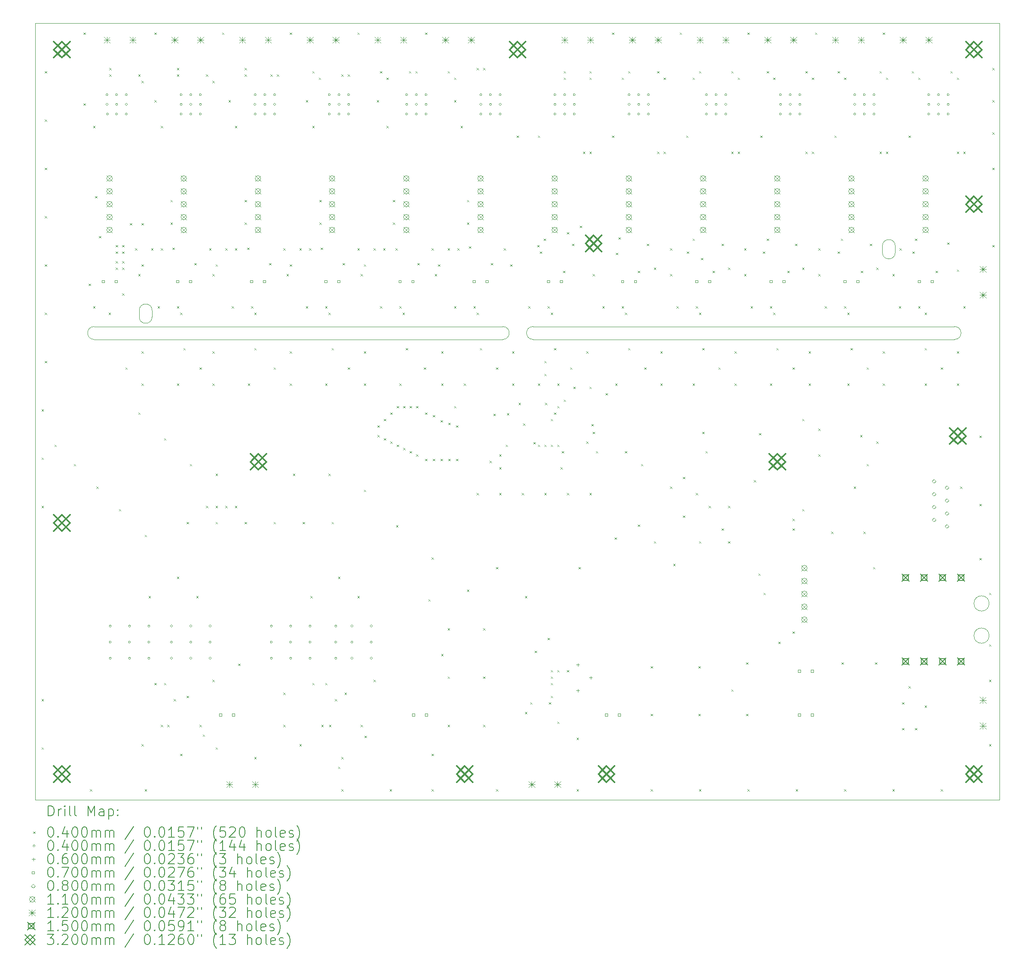
<source format=gbr>
%TF.GenerationSoftware,KiCad,Pcbnew,7.0.9*%
%TF.CreationDate,2023-12-21T14:41:17+01:00*%
%TF.ProjectId,zone-controller,7a6f6e65-2d63-46f6-9e74-726f6c6c6572,v2.0*%
%TF.SameCoordinates,Original*%
%TF.FileFunction,Drillmap*%
%TF.FilePolarity,Positive*%
%FSLAX45Y45*%
G04 Gerber Fmt 4.5, Leading zero omitted, Abs format (unit mm)*
G04 Created by KiCad (PCBNEW 7.0.9) date 2023-12-21 14:41:17*
%MOMM*%
%LPD*%
G01*
G04 APERTURE LIST*
%ADD10C,0.050000*%
%ADD11C,0.200000*%
%ADD12C,0.100000*%
%ADD13C,0.110000*%
%ADD14C,0.120000*%
%ADD15C,0.150000*%
%ADD16C,0.320000*%
G04 APERTURE END LIST*
D10*
X29184600Y-10045700D02*
X29184600Y-10172700D01*
X22301200Y-11633200D02*
G75*
G03*
X22301200Y-11887200I0J-127000D01*
G01*
X12491500Y-20967700D02*
X31491500Y-20967700D01*
X12491500Y-5648200D02*
X12491500Y-20967700D01*
X31288000Y-17094200D02*
G75*
G03*
X31288000Y-17094200I-150000J0D01*
G01*
X29184600Y-10172700D02*
G75*
G03*
X29438600Y-10172700I127000J0D01*
G01*
X30607000Y-11633200D02*
X22301200Y-11633200D01*
X21704300Y-11887200D02*
G75*
G03*
X21704300Y-11633200I0J127000D01*
G01*
X14795500Y-11442700D02*
X14795500Y-11315700D01*
X12491500Y-5648200D02*
X31491500Y-5648200D01*
X29438600Y-10045700D02*
X29438600Y-10172700D01*
X21704300Y-11887200D02*
X13652500Y-11887200D01*
X13652500Y-11633200D02*
X21704300Y-11633200D01*
X31491500Y-5648200D02*
X31491500Y-20967700D01*
X29438600Y-10045700D02*
G75*
G03*
X29184600Y-10045700I-127000J0D01*
G01*
X14541500Y-11315700D02*
X14541500Y-11442700D01*
X14541500Y-11442700D02*
G75*
G03*
X14795500Y-11442700I127000J0D01*
G01*
X14795500Y-11315700D02*
G75*
G03*
X14541500Y-11315700I-127000J0D01*
G01*
X30607000Y-11887200D02*
X22301200Y-11887200D01*
X31288000Y-17729200D02*
G75*
G03*
X31288000Y-17729200I-150000J0D01*
G01*
X13652500Y-11633200D02*
G75*
G03*
X13652500Y-11887200I0J-127000D01*
G01*
X30607000Y-11887200D02*
G75*
G03*
X30607000Y-11633200I0J127000D01*
G01*
D11*
D12*
X12616500Y-13264200D02*
X12656500Y-13304200D01*
X12656500Y-13264200D02*
X12616500Y-13304200D01*
X12616500Y-14216700D02*
X12656500Y-14256700D01*
X12656500Y-14216700D02*
X12616500Y-14256700D01*
X12616500Y-15169200D02*
X12656500Y-15209200D01*
X12656500Y-15169200D02*
X12616500Y-15209200D01*
X12616500Y-18979200D02*
X12656500Y-19019200D01*
X12656500Y-18979200D02*
X12616500Y-19019200D01*
X12616500Y-19931700D02*
X12656500Y-19971700D01*
X12656500Y-19931700D02*
X12616500Y-19971700D01*
X12680000Y-6596700D02*
X12720000Y-6636700D01*
X12720000Y-6596700D02*
X12680000Y-6636700D01*
X12680000Y-7549200D02*
X12720000Y-7589200D01*
X12720000Y-7549200D02*
X12680000Y-7589200D01*
X12680000Y-8501700D02*
X12720000Y-8541700D01*
X12720000Y-8501700D02*
X12680000Y-8541700D01*
X12680000Y-9454200D02*
X12720000Y-9494200D01*
X12720000Y-9454200D02*
X12680000Y-9494200D01*
X12680000Y-10406700D02*
X12720000Y-10446700D01*
X12720000Y-10406700D02*
X12680000Y-10446700D01*
X12680000Y-11359200D02*
X12720000Y-11399200D01*
X12720000Y-11359200D02*
X12680000Y-11399200D01*
X12680000Y-12311700D02*
X12720000Y-12351700D01*
X12720000Y-12311700D02*
X12680000Y-12351700D01*
X12870500Y-13962700D02*
X12910500Y-14002700D01*
X12910500Y-13962700D02*
X12870500Y-14002700D01*
X13251500Y-14343700D02*
X13291500Y-14383700D01*
X13291500Y-14343700D02*
X13251500Y-14383700D01*
X13442000Y-5834700D02*
X13482000Y-5874700D01*
X13482000Y-5834700D02*
X13442000Y-5874700D01*
X13442000Y-7231700D02*
X13482000Y-7271700D01*
X13482000Y-7231700D02*
X13442000Y-7271700D01*
X13543600Y-10787700D02*
X13583600Y-10827700D01*
X13583600Y-10787700D02*
X13543600Y-10827700D01*
X13569000Y-20757200D02*
X13609000Y-20797200D01*
X13609000Y-20757200D02*
X13569000Y-20797200D01*
X13632500Y-7676200D02*
X13672500Y-7716200D01*
X13672500Y-7676200D02*
X13632500Y-7716200D01*
X13632500Y-11232200D02*
X13672500Y-11272200D01*
X13672500Y-11232200D02*
X13632500Y-11272200D01*
X13670600Y-9060500D02*
X13710600Y-9100500D01*
X13710600Y-9060500D02*
X13670600Y-9100500D01*
X13696000Y-14788200D02*
X13736000Y-14828200D01*
X13736000Y-14788200D02*
X13696000Y-14828200D01*
X13746800Y-9847900D02*
X13786800Y-9887900D01*
X13786800Y-9847900D02*
X13746800Y-9887900D01*
X13937300Y-11359200D02*
X13977300Y-11399200D01*
X13977300Y-11359200D02*
X13937300Y-11399200D01*
X13950000Y-6533200D02*
X13990000Y-6573200D01*
X13990000Y-6533200D02*
X13950000Y-6573200D01*
X13950000Y-6660200D02*
X13990000Y-6700200D01*
X13990000Y-6660200D02*
X13950000Y-6700200D01*
X14077000Y-10025700D02*
X14117000Y-10065700D01*
X14117000Y-10025700D02*
X14077000Y-10065700D01*
X14077000Y-10152700D02*
X14117000Y-10192700D01*
X14117000Y-10152700D02*
X14077000Y-10192700D01*
X14077000Y-10343200D02*
X14117000Y-10383200D01*
X14117000Y-10343200D02*
X14077000Y-10383200D01*
X14077000Y-10470200D02*
X14117000Y-10510200D01*
X14117000Y-10470200D02*
X14077000Y-10510200D01*
X14140500Y-15232700D02*
X14180500Y-15272700D01*
X14180500Y-15232700D02*
X14140500Y-15272700D01*
X14204000Y-10025700D02*
X14244000Y-10065700D01*
X14244000Y-10025700D02*
X14204000Y-10065700D01*
X14204000Y-10152700D02*
X14244000Y-10192700D01*
X14244000Y-10152700D02*
X14204000Y-10192700D01*
X14204000Y-10343200D02*
X14244000Y-10383200D01*
X14244000Y-10343200D02*
X14204000Y-10383200D01*
X14204000Y-10470200D02*
X14244000Y-10510200D01*
X14244000Y-10470200D02*
X14204000Y-10510200D01*
X14204000Y-10978200D02*
X14244000Y-11018200D01*
X14244000Y-10978200D02*
X14204000Y-11018200D01*
X14267500Y-12438700D02*
X14307500Y-12478700D01*
X14307500Y-12438700D02*
X14267500Y-12478700D01*
X14356400Y-9593900D02*
X14396400Y-9633900D01*
X14396400Y-9593900D02*
X14356400Y-9633900D01*
X14458000Y-10089200D02*
X14498000Y-10129200D01*
X14498000Y-10089200D02*
X14458000Y-10129200D01*
X14521500Y-6660200D02*
X14561500Y-6700200D01*
X14561500Y-6660200D02*
X14521500Y-6700200D01*
X14521500Y-10597200D02*
X14561500Y-10637200D01*
X14561500Y-10597200D02*
X14521500Y-10637200D01*
X14521500Y-13327700D02*
X14561500Y-13367700D01*
X14561500Y-13327700D02*
X14521500Y-13367700D01*
X14585000Y-6787200D02*
X14625000Y-6827200D01*
X14625000Y-6787200D02*
X14585000Y-6827200D01*
X14585000Y-9593900D02*
X14625000Y-9633900D01*
X14625000Y-9593900D02*
X14585000Y-9633900D01*
X14585000Y-10406700D02*
X14625000Y-10446700D01*
X14625000Y-10406700D02*
X14585000Y-10446700D01*
X14585000Y-12121200D02*
X14625000Y-12161200D01*
X14625000Y-12121200D02*
X14585000Y-12161200D01*
X14585000Y-12756200D02*
X14625000Y-12796200D01*
X14625000Y-12756200D02*
X14585000Y-12796200D01*
X14585000Y-19868200D02*
X14625000Y-19908200D01*
X14625000Y-19868200D02*
X14585000Y-19908200D01*
X14648500Y-15740700D02*
X14688500Y-15780700D01*
X14688500Y-15740700D02*
X14648500Y-15780700D01*
X14648500Y-20757200D02*
X14688500Y-20797200D01*
X14688500Y-20757200D02*
X14648500Y-20797200D01*
X14724700Y-16947200D02*
X14764700Y-16987200D01*
X14764700Y-16947200D02*
X14724700Y-16987200D01*
X14775500Y-10089200D02*
X14815500Y-10129200D01*
X14815500Y-10089200D02*
X14775500Y-10129200D01*
X14839000Y-5834700D02*
X14879000Y-5874700D01*
X14879000Y-5834700D02*
X14839000Y-5874700D01*
X14839000Y-7168200D02*
X14879000Y-7208200D01*
X14879000Y-7168200D02*
X14839000Y-7208200D01*
X14839000Y-18661700D02*
X14879000Y-18701700D01*
X14879000Y-18661700D02*
X14839000Y-18701700D01*
X14902500Y-11232200D02*
X14942500Y-11272200D01*
X14942500Y-11232200D02*
X14902500Y-11272200D01*
X14966000Y-7676200D02*
X15006000Y-7716200D01*
X15006000Y-7676200D02*
X14966000Y-7716200D01*
X14966000Y-10089200D02*
X15006000Y-10129200D01*
X15006000Y-10089200D02*
X14966000Y-10129200D01*
X14966000Y-19487200D02*
X15006000Y-19527200D01*
X15006000Y-19487200D02*
X14966000Y-19527200D01*
X15029500Y-13835700D02*
X15069500Y-13875700D01*
X15069500Y-13835700D02*
X15029500Y-13875700D01*
X15029500Y-18661700D02*
X15069500Y-18701700D01*
X15069500Y-18661700D02*
X15029500Y-18701700D01*
X15093000Y-19487200D02*
X15133000Y-19527200D01*
X15133000Y-19487200D02*
X15093000Y-19527200D01*
X15156500Y-9136700D02*
X15196500Y-9176700D01*
X15196500Y-9136700D02*
X15156500Y-9176700D01*
X15156500Y-9581200D02*
X15196500Y-9621200D01*
X15196500Y-9581200D02*
X15156500Y-9621200D01*
X15194600Y-10076500D02*
X15234600Y-10116500D01*
X15234600Y-10076500D02*
X15194600Y-10116500D01*
X15220000Y-18979200D02*
X15260000Y-19019200D01*
X15260000Y-18979200D02*
X15220000Y-19019200D01*
X15283500Y-6533200D02*
X15323500Y-6573200D01*
X15323500Y-6533200D02*
X15283500Y-6573200D01*
X15283500Y-6660200D02*
X15323500Y-6700200D01*
X15323500Y-6660200D02*
X15283500Y-6700200D01*
X15283500Y-11232200D02*
X15323500Y-11272200D01*
X15323500Y-11232200D02*
X15283500Y-11272200D01*
X15283500Y-12756200D02*
X15323500Y-12796200D01*
X15323500Y-12756200D02*
X15283500Y-12796200D01*
X15283500Y-16566200D02*
X15323500Y-16606200D01*
X15323500Y-16566200D02*
X15283500Y-16606200D01*
X15347000Y-11359200D02*
X15387000Y-11399200D01*
X15387000Y-11359200D02*
X15347000Y-11399200D01*
X15347000Y-20058700D02*
X15387000Y-20098700D01*
X15387000Y-20058700D02*
X15347000Y-20098700D01*
X15410500Y-12057700D02*
X15450500Y-12097700D01*
X15450500Y-12057700D02*
X15410500Y-12097700D01*
X15474000Y-15486700D02*
X15514000Y-15526700D01*
X15514000Y-15486700D02*
X15474000Y-15526700D01*
X15474000Y-18915700D02*
X15514000Y-18955700D01*
X15514000Y-18915700D02*
X15474000Y-18955700D01*
X15537500Y-14343700D02*
X15577500Y-14383700D01*
X15577500Y-14343700D02*
X15537500Y-14383700D01*
X15626400Y-10381300D02*
X15666400Y-10421300D01*
X15666400Y-10381300D02*
X15626400Y-10421300D01*
X15664500Y-16947200D02*
X15704500Y-16987200D01*
X15704500Y-16947200D02*
X15664500Y-16987200D01*
X15728000Y-12438700D02*
X15768000Y-12478700D01*
X15768000Y-12438700D02*
X15728000Y-12478700D01*
X15728000Y-19487200D02*
X15768000Y-19527200D01*
X15768000Y-19487200D02*
X15728000Y-19527200D01*
X15791500Y-19677700D02*
X15831500Y-19717700D01*
X15831500Y-19677700D02*
X15791500Y-19717700D01*
X15855000Y-6660200D02*
X15895000Y-6700200D01*
X15895000Y-6660200D02*
X15855000Y-6700200D01*
X15855000Y-15169200D02*
X15895000Y-15209200D01*
X15895000Y-15169200D02*
X15855000Y-15209200D01*
X15918500Y-10089200D02*
X15958500Y-10129200D01*
X15958500Y-10089200D02*
X15918500Y-10129200D01*
X15982000Y-6787200D02*
X16022000Y-6827200D01*
X16022000Y-6787200D02*
X15982000Y-6827200D01*
X15982000Y-10597200D02*
X16022000Y-10637200D01*
X16022000Y-10597200D02*
X15982000Y-10637200D01*
X15982000Y-12121200D02*
X16022000Y-12161200D01*
X16022000Y-12121200D02*
X15982000Y-12161200D01*
X15982000Y-12756200D02*
X16022000Y-12796200D01*
X16022000Y-12756200D02*
X15982000Y-12796200D01*
X15982000Y-18598200D02*
X16022000Y-18638200D01*
X16022000Y-18598200D02*
X15982000Y-18638200D01*
X16045500Y-10406700D02*
X16085500Y-10446700D01*
X16085500Y-10406700D02*
X16045500Y-10446700D01*
X16045500Y-14534200D02*
X16085500Y-14574200D01*
X16085500Y-14534200D02*
X16045500Y-14574200D01*
X16045500Y-15169200D02*
X16085500Y-15209200D01*
X16085500Y-15169200D02*
X16045500Y-15209200D01*
X16045500Y-15486700D02*
X16085500Y-15526700D01*
X16085500Y-15486700D02*
X16045500Y-15526700D01*
X16045500Y-19931700D02*
X16085500Y-19971700D01*
X16085500Y-19931700D02*
X16045500Y-19971700D01*
X16172500Y-5834700D02*
X16212500Y-5874700D01*
X16212500Y-5834700D02*
X16172500Y-5874700D01*
X16236000Y-10089200D02*
X16276000Y-10129200D01*
X16276000Y-10089200D02*
X16236000Y-10129200D01*
X16236000Y-15169200D02*
X16276000Y-15209200D01*
X16276000Y-15169200D02*
X16236000Y-15209200D01*
X16299500Y-7168200D02*
X16339500Y-7208200D01*
X16339500Y-7168200D02*
X16299500Y-7208200D01*
X16363000Y-11232200D02*
X16403000Y-11272200D01*
X16403000Y-11232200D02*
X16363000Y-11272200D01*
X16426500Y-7676200D02*
X16466500Y-7716200D01*
X16466500Y-7676200D02*
X16426500Y-7716200D01*
X16426500Y-10089200D02*
X16466500Y-10129200D01*
X16466500Y-10089200D02*
X16426500Y-10129200D01*
X16426500Y-15169200D02*
X16466500Y-15209200D01*
X16466500Y-15169200D02*
X16426500Y-15209200D01*
X16490000Y-18280700D02*
X16530000Y-18320700D01*
X16530000Y-18280700D02*
X16490000Y-18320700D01*
X16617000Y-6533200D02*
X16657000Y-6573200D01*
X16657000Y-6533200D02*
X16617000Y-6573200D01*
X16617000Y-6660200D02*
X16657000Y-6700200D01*
X16657000Y-6660200D02*
X16617000Y-6700200D01*
X16617000Y-9136700D02*
X16657000Y-9176700D01*
X16657000Y-9136700D02*
X16617000Y-9176700D01*
X16617000Y-9581200D02*
X16657000Y-9621200D01*
X16657000Y-9581200D02*
X16617000Y-9621200D01*
X16617000Y-15486700D02*
X16657000Y-15526700D01*
X16657000Y-15486700D02*
X16617000Y-15526700D01*
X16667800Y-10076500D02*
X16707800Y-10116500D01*
X16707800Y-10076500D02*
X16667800Y-10116500D01*
X16680500Y-12756200D02*
X16720500Y-12796200D01*
X16720500Y-12756200D02*
X16680500Y-12796200D01*
X16744000Y-11232200D02*
X16784000Y-11272200D01*
X16784000Y-11232200D02*
X16744000Y-11272200D01*
X16807500Y-11359200D02*
X16847500Y-11399200D01*
X16847500Y-11359200D02*
X16807500Y-11399200D01*
X16807500Y-12057700D02*
X16847500Y-12097700D01*
X16847500Y-12057700D02*
X16807500Y-12097700D01*
X16807500Y-20122200D02*
X16847500Y-20162200D01*
X16847500Y-20122200D02*
X16807500Y-20162200D01*
X17099600Y-10381300D02*
X17139600Y-10421300D01*
X17139600Y-10381300D02*
X17099600Y-10421300D01*
X17125000Y-6660200D02*
X17165000Y-6700200D01*
X17165000Y-6660200D02*
X17125000Y-6700200D01*
X17188500Y-12438700D02*
X17228500Y-12478700D01*
X17228500Y-12438700D02*
X17188500Y-12478700D01*
X17188500Y-15486700D02*
X17228500Y-15526700D01*
X17228500Y-15486700D02*
X17188500Y-15526700D01*
X17252000Y-6660200D02*
X17292000Y-6700200D01*
X17292000Y-6660200D02*
X17252000Y-6700200D01*
X17379000Y-10089200D02*
X17419000Y-10129200D01*
X17419000Y-10089200D02*
X17379000Y-10129200D01*
X17379000Y-18852200D02*
X17419000Y-18892200D01*
X17419000Y-18852200D02*
X17379000Y-18892200D01*
X17379000Y-19487200D02*
X17419000Y-19527200D01*
X17419000Y-19487200D02*
X17379000Y-19527200D01*
X17442500Y-10597200D02*
X17482500Y-10637200D01*
X17482500Y-10597200D02*
X17442500Y-10637200D01*
X17506000Y-5834700D02*
X17546000Y-5874700D01*
X17546000Y-5834700D02*
X17506000Y-5874700D01*
X17506000Y-10406700D02*
X17546000Y-10446700D01*
X17546000Y-10406700D02*
X17506000Y-10446700D01*
X17506000Y-12121200D02*
X17546000Y-12161200D01*
X17546000Y-12121200D02*
X17506000Y-12161200D01*
X17506000Y-12756200D02*
X17546000Y-12796200D01*
X17546000Y-12756200D02*
X17506000Y-12796200D01*
X17569500Y-14534200D02*
X17609500Y-14574200D01*
X17609500Y-14534200D02*
X17569500Y-14574200D01*
X17696500Y-10089200D02*
X17736500Y-10129200D01*
X17736500Y-10089200D02*
X17696500Y-10129200D01*
X17696500Y-19868200D02*
X17736500Y-19908200D01*
X17736500Y-19868200D02*
X17696500Y-19908200D01*
X17760000Y-15486700D02*
X17800000Y-15526700D01*
X17800000Y-15486700D02*
X17760000Y-15526700D01*
X17823500Y-7168200D02*
X17863500Y-7208200D01*
X17863500Y-7168200D02*
X17823500Y-7208200D01*
X17823500Y-11232200D02*
X17863500Y-11272200D01*
X17863500Y-11232200D02*
X17823500Y-11272200D01*
X17887000Y-10089200D02*
X17927000Y-10129200D01*
X17927000Y-10089200D02*
X17887000Y-10129200D01*
X17912400Y-16947200D02*
X17952400Y-16987200D01*
X17952400Y-16947200D02*
X17912400Y-16987200D01*
X17950500Y-6596700D02*
X17990500Y-6636700D01*
X17990500Y-6596700D02*
X17950500Y-6636700D01*
X17950500Y-7676200D02*
X17990500Y-7716200D01*
X17990500Y-7676200D02*
X17950500Y-7716200D01*
X17950500Y-18661700D02*
X17990500Y-18701700D01*
X17990500Y-18661700D02*
X17950500Y-18701700D01*
X18077500Y-6723700D02*
X18117500Y-6763700D01*
X18117500Y-6723700D02*
X18077500Y-6763700D01*
X18090200Y-9136700D02*
X18130200Y-9176700D01*
X18130200Y-9136700D02*
X18090200Y-9176700D01*
X18090200Y-9581200D02*
X18130200Y-9621200D01*
X18130200Y-9581200D02*
X18090200Y-9621200D01*
X18115600Y-10076500D02*
X18155600Y-10116500D01*
X18155600Y-10076500D02*
X18115600Y-10116500D01*
X18128300Y-19487200D02*
X18168300Y-19527200D01*
X18168300Y-19487200D02*
X18128300Y-19527200D01*
X18204500Y-11232200D02*
X18244500Y-11272200D01*
X18244500Y-11232200D02*
X18204500Y-11272200D01*
X18204500Y-12756200D02*
X18244500Y-12796200D01*
X18244500Y-12756200D02*
X18204500Y-12796200D01*
X18204500Y-18661700D02*
X18244500Y-18701700D01*
X18244500Y-18661700D02*
X18204500Y-18701700D01*
X18268000Y-11359200D02*
X18308000Y-11399200D01*
X18308000Y-11359200D02*
X18268000Y-11399200D01*
X18268000Y-14534200D02*
X18308000Y-14574200D01*
X18308000Y-14534200D02*
X18268000Y-14574200D01*
X18280700Y-19487200D02*
X18320700Y-19527200D01*
X18320700Y-19487200D02*
X18280700Y-19527200D01*
X18331500Y-12057700D02*
X18371500Y-12097700D01*
X18371500Y-12057700D02*
X18331500Y-12097700D01*
X18331500Y-15486700D02*
X18371500Y-15526700D01*
X18371500Y-15486700D02*
X18331500Y-15526700D01*
X18395000Y-18979200D02*
X18435000Y-19019200D01*
X18435000Y-18979200D02*
X18395000Y-19019200D01*
X18458500Y-16566200D02*
X18498500Y-16606200D01*
X18498500Y-16566200D02*
X18458500Y-16606200D01*
X18458500Y-20312700D02*
X18498500Y-20352700D01*
X18498500Y-20312700D02*
X18458500Y-20352700D01*
X18522000Y-6660200D02*
X18562000Y-6700200D01*
X18562000Y-6660200D02*
X18522000Y-6700200D01*
X18522000Y-20122200D02*
X18562000Y-20162200D01*
X18562000Y-20122200D02*
X18522000Y-20162200D01*
X18522000Y-20757200D02*
X18562000Y-20797200D01*
X18562000Y-20757200D02*
X18522000Y-20797200D01*
X18547400Y-10381300D02*
X18587400Y-10421300D01*
X18587400Y-10381300D02*
X18547400Y-10421300D01*
X18585500Y-18852200D02*
X18625500Y-18892200D01*
X18625500Y-18852200D02*
X18585500Y-18892200D01*
X18649000Y-6660200D02*
X18689000Y-6700200D01*
X18689000Y-6660200D02*
X18649000Y-6700200D01*
X18649000Y-12438700D02*
X18689000Y-12478700D01*
X18689000Y-12438700D02*
X18649000Y-12478700D01*
X18839500Y-5834700D02*
X18879500Y-5874700D01*
X18879500Y-5834700D02*
X18839500Y-5874700D01*
X18839500Y-10089200D02*
X18879500Y-10129200D01*
X18879500Y-10089200D02*
X18839500Y-10129200D01*
X18839500Y-16947200D02*
X18879500Y-16987200D01*
X18879500Y-16947200D02*
X18839500Y-16987200D01*
X18903000Y-10597200D02*
X18943000Y-10637200D01*
X18943000Y-10597200D02*
X18903000Y-10637200D01*
X18903000Y-19487200D02*
X18943000Y-19527200D01*
X18943000Y-19487200D02*
X18903000Y-19527200D01*
X18966500Y-10406700D02*
X19006500Y-10446700D01*
X19006500Y-10406700D02*
X18966500Y-10446700D01*
X18966500Y-12121200D02*
X19006500Y-12161200D01*
X19006500Y-12121200D02*
X18966500Y-12161200D01*
X18966500Y-12756200D02*
X19006500Y-12796200D01*
X19006500Y-12756200D02*
X18966500Y-12796200D01*
X18966500Y-14851700D02*
X19006500Y-14891700D01*
X19006500Y-14851700D02*
X18966500Y-14891700D01*
X18979200Y-19703100D02*
X19019200Y-19743100D01*
X19019200Y-19703100D02*
X18979200Y-19743100D01*
X19157000Y-10089200D02*
X19197000Y-10129200D01*
X19197000Y-10089200D02*
X19157000Y-10129200D01*
X19157000Y-18598200D02*
X19197000Y-18638200D01*
X19197000Y-18598200D02*
X19157000Y-18638200D01*
X19220500Y-7168200D02*
X19260500Y-7208200D01*
X19260500Y-7168200D02*
X19220500Y-7208200D01*
X19233200Y-13581700D02*
X19273200Y-13621700D01*
X19273200Y-13581700D02*
X19233200Y-13621700D01*
X19233200Y-13772200D02*
X19273200Y-13812200D01*
X19273200Y-13772200D02*
X19233200Y-13812200D01*
X19284000Y-6596700D02*
X19324000Y-6636700D01*
X19324000Y-6596700D02*
X19284000Y-6636700D01*
X19284000Y-11232200D02*
X19324000Y-11272200D01*
X19324000Y-11232200D02*
X19284000Y-11272200D01*
X19347500Y-10089200D02*
X19387500Y-10129200D01*
X19387500Y-10089200D02*
X19347500Y-10129200D01*
X19360200Y-13454700D02*
X19400200Y-13494700D01*
X19400200Y-13454700D02*
X19360200Y-13494700D01*
X19360200Y-13835700D02*
X19400200Y-13875700D01*
X19400200Y-13835700D02*
X19360200Y-13875700D01*
X19411000Y-6723700D02*
X19451000Y-6763700D01*
X19451000Y-6723700D02*
X19411000Y-6763700D01*
X19411000Y-7676200D02*
X19451000Y-7716200D01*
X19451000Y-7676200D02*
X19411000Y-7716200D01*
X19474500Y-20757200D02*
X19514500Y-20797200D01*
X19514500Y-20757200D02*
X19474500Y-20797200D01*
X19487200Y-13327700D02*
X19527200Y-13367700D01*
X19527200Y-13327700D02*
X19487200Y-13367700D01*
X19487200Y-13899200D02*
X19527200Y-13939200D01*
X19527200Y-13899200D02*
X19487200Y-13939200D01*
X19538000Y-9136700D02*
X19578000Y-9176700D01*
X19578000Y-9136700D02*
X19538000Y-9176700D01*
X19538000Y-9581200D02*
X19578000Y-9621200D01*
X19578000Y-9581200D02*
X19538000Y-9621200D01*
X19588800Y-10089200D02*
X19628800Y-10129200D01*
X19628800Y-10089200D02*
X19588800Y-10129200D01*
X19601500Y-15550200D02*
X19641500Y-15590200D01*
X19641500Y-15550200D02*
X19601500Y-15590200D01*
X19614200Y-13200700D02*
X19654200Y-13240700D01*
X19654200Y-13200700D02*
X19614200Y-13240700D01*
X19614200Y-13962700D02*
X19654200Y-14002700D01*
X19654200Y-13962700D02*
X19614200Y-14002700D01*
X19665000Y-11232200D02*
X19705000Y-11272200D01*
X19705000Y-11232200D02*
X19665000Y-11272200D01*
X19665000Y-12756200D02*
X19705000Y-12796200D01*
X19705000Y-12756200D02*
X19665000Y-12796200D01*
X19728500Y-11359200D02*
X19768500Y-11399200D01*
X19768500Y-11359200D02*
X19728500Y-11399200D01*
X19741200Y-13200700D02*
X19781200Y-13240700D01*
X19781200Y-13200700D02*
X19741200Y-13240700D01*
X19741200Y-14026200D02*
X19781200Y-14066200D01*
X19781200Y-14026200D02*
X19741200Y-14066200D01*
X19792000Y-12057700D02*
X19832000Y-12097700D01*
X19832000Y-12057700D02*
X19792000Y-12097700D01*
X19855500Y-6596700D02*
X19895500Y-6636700D01*
X19895500Y-6596700D02*
X19855500Y-6636700D01*
X19868200Y-13200700D02*
X19908200Y-13240700D01*
X19908200Y-13200700D02*
X19868200Y-13240700D01*
X19868200Y-14089700D02*
X19908200Y-14129700D01*
X19908200Y-14089700D02*
X19868200Y-14129700D01*
X19982500Y-6596700D02*
X20022500Y-6636700D01*
X20022500Y-6596700D02*
X19982500Y-6636700D01*
X19995200Y-13200700D02*
X20035200Y-13240700D01*
X20035200Y-13200700D02*
X19995200Y-13240700D01*
X19995200Y-14153200D02*
X20035200Y-14193200D01*
X20035200Y-14153200D02*
X19995200Y-14193200D01*
X20020600Y-10381300D02*
X20060600Y-10421300D01*
X20060600Y-10381300D02*
X20020600Y-10421300D01*
X20147600Y-12438700D02*
X20187600Y-12478700D01*
X20187600Y-12438700D02*
X20147600Y-12478700D01*
X20173000Y-5834700D02*
X20213000Y-5874700D01*
X20213000Y-5834700D02*
X20173000Y-5874700D01*
X20173000Y-13327700D02*
X20213000Y-13367700D01*
X20213000Y-13327700D02*
X20173000Y-13367700D01*
X20173000Y-14242100D02*
X20213000Y-14282100D01*
X20213000Y-14242100D02*
X20173000Y-14282100D01*
X20236500Y-17010700D02*
X20276500Y-17050700D01*
X20276500Y-17010700D02*
X20236500Y-17050700D01*
X20300000Y-10089200D02*
X20340000Y-10129200D01*
X20340000Y-10089200D02*
X20300000Y-10129200D01*
X20300000Y-16185200D02*
X20340000Y-16225200D01*
X20340000Y-16185200D02*
X20300000Y-16225200D01*
X20300000Y-20058700D02*
X20340000Y-20098700D01*
X20340000Y-20058700D02*
X20300000Y-20098700D01*
X20300000Y-20757200D02*
X20340000Y-20797200D01*
X20340000Y-20757200D02*
X20300000Y-20797200D01*
X20325400Y-13378500D02*
X20365400Y-13418500D01*
X20365400Y-13378500D02*
X20325400Y-13418500D01*
X20325400Y-14242100D02*
X20365400Y-14282100D01*
X20365400Y-14242100D02*
X20325400Y-14282100D01*
X20363500Y-10597200D02*
X20403500Y-10637200D01*
X20403500Y-10597200D02*
X20363500Y-10637200D01*
X20427000Y-10406700D02*
X20467000Y-10446700D01*
X20467000Y-10406700D02*
X20427000Y-10446700D01*
X20477800Y-13480100D02*
X20517800Y-13520100D01*
X20517800Y-13480100D02*
X20477800Y-13520100D01*
X20477800Y-14242100D02*
X20517800Y-14282100D01*
X20517800Y-14242100D02*
X20477800Y-14282100D01*
X20490500Y-12121200D02*
X20530500Y-12161200D01*
X20530500Y-12121200D02*
X20490500Y-12161200D01*
X20490500Y-12756200D02*
X20530500Y-12796200D01*
X20530500Y-12756200D02*
X20490500Y-12796200D01*
X20490500Y-18090200D02*
X20530500Y-18130200D01*
X20530500Y-18090200D02*
X20490500Y-18130200D01*
X20617500Y-6596700D02*
X20657500Y-6636700D01*
X20657500Y-6596700D02*
X20617500Y-6636700D01*
X20617500Y-10089200D02*
X20657500Y-10129200D01*
X20657500Y-10089200D02*
X20617500Y-10129200D01*
X20617500Y-17582200D02*
X20657500Y-17622200D01*
X20657500Y-17582200D02*
X20617500Y-17622200D01*
X20617500Y-18534700D02*
X20657500Y-18574700D01*
X20657500Y-18534700D02*
X20617500Y-18574700D01*
X20617500Y-19487200D02*
X20657500Y-19527200D01*
X20657500Y-19487200D02*
X20617500Y-19527200D01*
X20630200Y-13530900D02*
X20670200Y-13570900D01*
X20670200Y-13530900D02*
X20630200Y-13570900D01*
X20630200Y-14242100D02*
X20670200Y-14282100D01*
X20670200Y-14242100D02*
X20630200Y-14282100D01*
X20744500Y-6723700D02*
X20784500Y-6763700D01*
X20784500Y-6723700D02*
X20744500Y-6763700D01*
X20744500Y-7168200D02*
X20784500Y-7208200D01*
X20784500Y-7168200D02*
X20744500Y-7208200D01*
X20744500Y-11232200D02*
X20784500Y-11272200D01*
X20784500Y-11232200D02*
X20744500Y-11272200D01*
X20744500Y-13200700D02*
X20784500Y-13240700D01*
X20784500Y-13200700D02*
X20744500Y-13240700D01*
X20782600Y-13581700D02*
X20822600Y-13621700D01*
X20822600Y-13581700D02*
X20782600Y-13621700D01*
X20782600Y-14242100D02*
X20822600Y-14282100D01*
X20822600Y-14242100D02*
X20782600Y-14282100D01*
X20808000Y-10089200D02*
X20848000Y-10129200D01*
X20848000Y-10089200D02*
X20808000Y-10129200D01*
X20871500Y-7676200D02*
X20911500Y-7716200D01*
X20911500Y-7676200D02*
X20871500Y-7716200D01*
X20935000Y-12756200D02*
X20975000Y-12796200D01*
X20975000Y-12756200D02*
X20935000Y-12796200D01*
X20998500Y-9136700D02*
X21038500Y-9176700D01*
X21038500Y-9136700D02*
X20998500Y-9176700D01*
X20998500Y-9581200D02*
X21038500Y-9621200D01*
X21038500Y-9581200D02*
X20998500Y-9621200D01*
X20998500Y-16820200D02*
X21038500Y-16860200D01*
X21038500Y-16820200D02*
X20998500Y-16860200D01*
X21036600Y-10051100D02*
X21076600Y-10091100D01*
X21076600Y-10051100D02*
X21036600Y-10091100D01*
X21125500Y-11232200D02*
X21165500Y-11272200D01*
X21165500Y-11232200D02*
X21125500Y-11272200D01*
X21189000Y-6533200D02*
X21229000Y-6573200D01*
X21229000Y-6533200D02*
X21189000Y-6573200D01*
X21189000Y-11359200D02*
X21229000Y-11399200D01*
X21229000Y-11359200D02*
X21189000Y-11399200D01*
X21189000Y-14915200D02*
X21229000Y-14955200D01*
X21229000Y-14915200D02*
X21189000Y-14955200D01*
X21252500Y-12057700D02*
X21292500Y-12097700D01*
X21292500Y-12057700D02*
X21252500Y-12097700D01*
X21316000Y-6533200D02*
X21356000Y-6573200D01*
X21356000Y-6533200D02*
X21316000Y-6573200D01*
X21316000Y-17582200D02*
X21356000Y-17622200D01*
X21356000Y-17582200D02*
X21316000Y-17622200D01*
X21316000Y-18534700D02*
X21356000Y-18574700D01*
X21356000Y-18534700D02*
X21316000Y-18574700D01*
X21316000Y-19487200D02*
X21356000Y-19527200D01*
X21356000Y-19487200D02*
X21316000Y-19527200D01*
X21443000Y-14280200D02*
X21483000Y-14320200D01*
X21483000Y-14280200D02*
X21443000Y-14320200D01*
X21468400Y-10381300D02*
X21508400Y-10421300D01*
X21508400Y-10381300D02*
X21468400Y-10421300D01*
X21519200Y-13353100D02*
X21559200Y-13393100D01*
X21559200Y-13353100D02*
X21519200Y-13393100D01*
X21570000Y-12438700D02*
X21610000Y-12478700D01*
X21610000Y-12438700D02*
X21570000Y-12478700D01*
X21570000Y-16375700D02*
X21610000Y-16415700D01*
X21610000Y-16375700D02*
X21570000Y-16415700D01*
X21570000Y-20757200D02*
X21610000Y-20797200D01*
X21610000Y-20757200D02*
X21570000Y-20797200D01*
X21633500Y-14153200D02*
X21673500Y-14193200D01*
X21673500Y-14153200D02*
X21633500Y-14193200D01*
X21633500Y-14407200D02*
X21673500Y-14447200D01*
X21673500Y-14407200D02*
X21633500Y-14447200D01*
X21633500Y-14915200D02*
X21673500Y-14955200D01*
X21673500Y-14915200D02*
X21633500Y-14955200D01*
X21722400Y-10089200D02*
X21762400Y-10129200D01*
X21762400Y-10089200D02*
X21722400Y-10129200D01*
X21760500Y-13962700D02*
X21800500Y-14002700D01*
X21800500Y-13962700D02*
X21760500Y-14002700D01*
X21785900Y-13340400D02*
X21825900Y-13380400D01*
X21825900Y-13340400D02*
X21785900Y-13380400D01*
X21849400Y-10406700D02*
X21889400Y-10446700D01*
X21889400Y-10406700D02*
X21849400Y-10446700D01*
X21887500Y-12121200D02*
X21927500Y-12161200D01*
X21927500Y-12121200D02*
X21887500Y-12161200D01*
X21887500Y-12756200D02*
X21927500Y-12796200D01*
X21927500Y-12756200D02*
X21887500Y-12796200D01*
X21976400Y-7866700D02*
X22016400Y-7906700D01*
X22016400Y-7866700D02*
X21976400Y-7906700D01*
X22014500Y-13137200D02*
X22054500Y-13177200D01*
X22054500Y-13137200D02*
X22014500Y-13177200D01*
X22078000Y-14915200D02*
X22118000Y-14955200D01*
X22118000Y-14915200D02*
X22078000Y-14955200D01*
X22103400Y-13543600D02*
X22143400Y-13583600D01*
X22143400Y-13543600D02*
X22103400Y-13583600D01*
X22141500Y-16947200D02*
X22181500Y-16987200D01*
X22181500Y-16947200D02*
X22141500Y-16987200D01*
X22141500Y-19233200D02*
X22181500Y-19273200D01*
X22181500Y-19233200D02*
X22141500Y-19273200D01*
X22205000Y-11232200D02*
X22245000Y-11272200D01*
X22245000Y-11232200D02*
X22205000Y-11272200D01*
X22243100Y-19042700D02*
X22283100Y-19082700D01*
X22283100Y-19042700D02*
X22243100Y-19082700D01*
X22306600Y-13911900D02*
X22346600Y-13951900D01*
X22346600Y-13911900D02*
X22306600Y-13951900D01*
X22332000Y-18026700D02*
X22372000Y-18066700D01*
X22372000Y-18026700D02*
X22332000Y-18066700D01*
X22382800Y-10025700D02*
X22422800Y-10065700D01*
X22422800Y-10025700D02*
X22382800Y-10065700D01*
X22395500Y-7866700D02*
X22435500Y-7906700D01*
X22435500Y-7866700D02*
X22395500Y-7906700D01*
X22395500Y-12756200D02*
X22435500Y-12796200D01*
X22435500Y-12756200D02*
X22395500Y-12796200D01*
X22395500Y-13962700D02*
X22435500Y-14002700D01*
X22435500Y-13962700D02*
X22395500Y-14002700D01*
X22433600Y-10152700D02*
X22473600Y-10192700D01*
X22473600Y-10152700D02*
X22433600Y-10192700D01*
X22509800Y-9898700D02*
X22549800Y-9938700D01*
X22549800Y-9898700D02*
X22509800Y-9938700D01*
X22522500Y-12311700D02*
X22562500Y-12351700D01*
X22562500Y-12311700D02*
X22522500Y-12351700D01*
X22522500Y-12565700D02*
X22562500Y-12605700D01*
X22562500Y-12565700D02*
X22522500Y-12605700D01*
X22522500Y-13962700D02*
X22562500Y-14002700D01*
X22562500Y-13962700D02*
X22522500Y-14002700D01*
X22522500Y-14915200D02*
X22562500Y-14955200D01*
X22562500Y-14915200D02*
X22522500Y-14955200D01*
X22535200Y-13137200D02*
X22575200Y-13177200D01*
X22575200Y-13137200D02*
X22535200Y-13177200D01*
X22586000Y-11232200D02*
X22626000Y-11272200D01*
X22626000Y-11232200D02*
X22586000Y-11272200D01*
X22586000Y-17772700D02*
X22626000Y-17812700D01*
X22626000Y-17772700D02*
X22586000Y-17812700D01*
X22611400Y-19042700D02*
X22651400Y-19082700D01*
X22651400Y-19042700D02*
X22611400Y-19082700D01*
X22649500Y-11359200D02*
X22689500Y-11399200D01*
X22689500Y-11359200D02*
X22649500Y-11399200D01*
X22649500Y-13454700D02*
X22689500Y-13494700D01*
X22689500Y-13454700D02*
X22649500Y-13494700D01*
X22649500Y-13962700D02*
X22689500Y-14002700D01*
X22689500Y-13962700D02*
X22649500Y-14002700D01*
X22649500Y-18407700D02*
X22689500Y-18447700D01*
X22689500Y-18407700D02*
X22649500Y-18447700D01*
X22649500Y-18534700D02*
X22689500Y-18574700D01*
X22689500Y-18534700D02*
X22649500Y-18574700D01*
X22649500Y-18661700D02*
X22689500Y-18701700D01*
X22689500Y-18661700D02*
X22649500Y-18701700D01*
X22649500Y-18915700D02*
X22689500Y-18955700D01*
X22689500Y-18915700D02*
X22649500Y-18955700D01*
X22713000Y-12057700D02*
X22753000Y-12097700D01*
X22753000Y-12057700D02*
X22713000Y-12097700D01*
X22713000Y-13327700D02*
X22753000Y-13367700D01*
X22753000Y-13327700D02*
X22713000Y-13367700D01*
X22776500Y-12756200D02*
X22816500Y-12796200D01*
X22816500Y-12756200D02*
X22776500Y-12796200D01*
X22776500Y-13200700D02*
X22816500Y-13240700D01*
X22816500Y-13200700D02*
X22776500Y-13240700D01*
X22776500Y-13962700D02*
X22816500Y-14002700D01*
X22816500Y-13962700D02*
X22776500Y-14002700D01*
X22776500Y-18407700D02*
X22816500Y-18447700D01*
X22816500Y-18407700D02*
X22776500Y-18447700D01*
X22776500Y-19423700D02*
X22816500Y-19463700D01*
X22816500Y-19423700D02*
X22776500Y-19463700D01*
X22840000Y-14407200D02*
X22880000Y-14447200D01*
X22880000Y-14407200D02*
X22840000Y-14447200D01*
X22865400Y-14089700D02*
X22905400Y-14129700D01*
X22905400Y-14089700D02*
X22865400Y-14129700D01*
X22890800Y-10533700D02*
X22930800Y-10573700D01*
X22930800Y-10533700D02*
X22890800Y-10573700D01*
X22903500Y-6596700D02*
X22943500Y-6636700D01*
X22943500Y-6596700D02*
X22903500Y-6636700D01*
X22903500Y-6723700D02*
X22943500Y-6763700D01*
X22943500Y-6723700D02*
X22903500Y-6763700D01*
X22903500Y-13073700D02*
X22943500Y-13113700D01*
X22943500Y-13073700D02*
X22903500Y-13113700D01*
X22967000Y-9771700D02*
X23007000Y-9811700D01*
X23007000Y-9771700D02*
X22967000Y-9811700D01*
X22967000Y-14915200D02*
X23007000Y-14955200D01*
X23007000Y-14915200D02*
X22967000Y-14955200D01*
X22967000Y-18407700D02*
X23007000Y-18447700D01*
X23007000Y-18407700D02*
X22967000Y-18447700D01*
X23030500Y-12438700D02*
X23070500Y-12478700D01*
X23070500Y-12438700D02*
X23030500Y-12478700D01*
X23068600Y-10000300D02*
X23108600Y-10040300D01*
X23108600Y-10000300D02*
X23068600Y-10040300D01*
X23094000Y-12819700D02*
X23134000Y-12859700D01*
X23134000Y-12819700D02*
X23094000Y-12859700D01*
X23157500Y-19741200D02*
X23197500Y-19781200D01*
X23197500Y-19741200D02*
X23157500Y-19781200D01*
X23157500Y-20757200D02*
X23197500Y-20797200D01*
X23197500Y-20757200D02*
X23157500Y-20797200D01*
X23195600Y-16375700D02*
X23235600Y-16415700D01*
X23235600Y-16375700D02*
X23195600Y-16415700D01*
X23221000Y-9644700D02*
X23261000Y-9684700D01*
X23261000Y-9644700D02*
X23221000Y-9684700D01*
X23284500Y-8184200D02*
X23324500Y-8224200D01*
X23324500Y-8184200D02*
X23284500Y-8224200D01*
X23348000Y-12121200D02*
X23388000Y-12161200D01*
X23388000Y-12121200D02*
X23348000Y-12161200D01*
X23348000Y-13899200D02*
X23388000Y-13939200D01*
X23388000Y-13899200D02*
X23348000Y-13939200D01*
X23411500Y-6596700D02*
X23451500Y-6636700D01*
X23451500Y-6596700D02*
X23411500Y-6636700D01*
X23411500Y-6723700D02*
X23451500Y-6763700D01*
X23451500Y-6723700D02*
X23411500Y-6763700D01*
X23411500Y-8184200D02*
X23451500Y-8224200D01*
X23451500Y-8184200D02*
X23411500Y-8224200D01*
X23411500Y-12819700D02*
X23451500Y-12859700D01*
X23451500Y-12819700D02*
X23411500Y-12859700D01*
X23411500Y-14915200D02*
X23451500Y-14955200D01*
X23451500Y-14915200D02*
X23411500Y-14955200D01*
X23449600Y-13556300D02*
X23489600Y-13596300D01*
X23489600Y-13556300D02*
X23449600Y-13596300D01*
X23475000Y-10597200D02*
X23515000Y-10637200D01*
X23515000Y-10597200D02*
X23475000Y-10637200D01*
X23475000Y-13708700D02*
X23515000Y-13748700D01*
X23515000Y-13708700D02*
X23475000Y-13748700D01*
X23538500Y-14089700D02*
X23578500Y-14129700D01*
X23578500Y-14089700D02*
X23538500Y-14129700D01*
X23665500Y-11232200D02*
X23705500Y-11272200D01*
X23705500Y-11232200D02*
X23665500Y-11272200D01*
X23729000Y-12946700D02*
X23769000Y-12986700D01*
X23769000Y-12946700D02*
X23729000Y-12986700D01*
X23856000Y-5834700D02*
X23896000Y-5874700D01*
X23896000Y-5834700D02*
X23856000Y-5874700D01*
X23856000Y-7866700D02*
X23896000Y-7906700D01*
X23896000Y-7866700D02*
X23856000Y-7906700D01*
X23906800Y-15791500D02*
X23946800Y-15831500D01*
X23946800Y-15791500D02*
X23906800Y-15831500D01*
X23919500Y-12756200D02*
X23959500Y-12796200D01*
X23959500Y-12756200D02*
X23919500Y-12796200D01*
X23932200Y-10178100D02*
X23972200Y-10218100D01*
X23972200Y-10178100D02*
X23932200Y-10218100D01*
X23983000Y-9873300D02*
X24023000Y-9913300D01*
X24023000Y-9873300D02*
X23983000Y-9913300D01*
X24046500Y-6723700D02*
X24086500Y-6763700D01*
X24086500Y-6723700D02*
X24046500Y-6763700D01*
X24046500Y-11232200D02*
X24086500Y-11272200D01*
X24086500Y-11232200D02*
X24046500Y-11272200D01*
X24110000Y-11359200D02*
X24150000Y-11399200D01*
X24150000Y-11359200D02*
X24110000Y-11399200D01*
X24110000Y-14089700D02*
X24150000Y-14129700D01*
X24150000Y-14089700D02*
X24110000Y-14129700D01*
X24173500Y-6596700D02*
X24213500Y-6636700D01*
X24213500Y-6596700D02*
X24173500Y-6636700D01*
X24173500Y-12057700D02*
X24213500Y-12097700D01*
X24213500Y-12057700D02*
X24173500Y-12097700D01*
X24364000Y-10533700D02*
X24404000Y-10573700D01*
X24404000Y-10533700D02*
X24364000Y-10573700D01*
X24364000Y-15537500D02*
X24404000Y-15577500D01*
X24404000Y-15537500D02*
X24364000Y-15577500D01*
X24427500Y-14343700D02*
X24467500Y-14383700D01*
X24467500Y-14343700D02*
X24427500Y-14383700D01*
X24491000Y-12438700D02*
X24531000Y-12478700D01*
X24531000Y-12438700D02*
X24491000Y-12478700D01*
X24541800Y-10000300D02*
X24581800Y-10040300D01*
X24581800Y-10000300D02*
X24541800Y-10040300D01*
X24618000Y-18331500D02*
X24658000Y-18371500D01*
X24658000Y-18331500D02*
X24618000Y-18371500D01*
X24618000Y-19271300D02*
X24658000Y-19311300D01*
X24658000Y-19271300D02*
X24618000Y-19311300D01*
X24618000Y-20757200D02*
X24658000Y-20797200D01*
X24658000Y-20757200D02*
X24618000Y-20797200D01*
X24681500Y-10470200D02*
X24721500Y-10510200D01*
X24721500Y-10470200D02*
X24681500Y-10510200D01*
X24681500Y-15867700D02*
X24721500Y-15907700D01*
X24721500Y-15867700D02*
X24681500Y-15907700D01*
X24745000Y-6596700D02*
X24785000Y-6636700D01*
X24785000Y-6596700D02*
X24745000Y-6636700D01*
X24745000Y-8184200D02*
X24785000Y-8224200D01*
X24785000Y-8184200D02*
X24745000Y-8224200D01*
X24808500Y-12121200D02*
X24848500Y-12161200D01*
X24848500Y-12121200D02*
X24808500Y-12161200D01*
X24808500Y-12756200D02*
X24848500Y-12796200D01*
X24848500Y-12756200D02*
X24808500Y-12796200D01*
X24872000Y-6723700D02*
X24912000Y-6763700D01*
X24912000Y-6723700D02*
X24872000Y-6763700D01*
X24872000Y-8184200D02*
X24912000Y-8224200D01*
X24912000Y-8184200D02*
X24872000Y-8224200D01*
X24999000Y-10089200D02*
X25039000Y-10129200D01*
X25039000Y-10089200D02*
X24999000Y-10129200D01*
X24999000Y-10597200D02*
X25039000Y-10637200D01*
X25039000Y-10597200D02*
X24999000Y-10637200D01*
X24999000Y-14788200D02*
X25039000Y-14828200D01*
X25039000Y-14788200D02*
X24999000Y-14828200D01*
X25062500Y-16312200D02*
X25102500Y-16352200D01*
X25102500Y-16312200D02*
X25062500Y-16352200D01*
X25126000Y-11232200D02*
X25166000Y-11272200D01*
X25166000Y-11232200D02*
X25126000Y-11272200D01*
X25189500Y-5834700D02*
X25229500Y-5874700D01*
X25229500Y-5834700D02*
X25189500Y-5874700D01*
X25253000Y-14597700D02*
X25293000Y-14637700D01*
X25293000Y-14597700D02*
X25253000Y-14637700D01*
X25253000Y-15359700D02*
X25293000Y-15399700D01*
X25293000Y-15359700D02*
X25253000Y-15399700D01*
X25316500Y-7866700D02*
X25356500Y-7906700D01*
X25356500Y-7866700D02*
X25316500Y-7906700D01*
X25329200Y-10152700D02*
X25369200Y-10192700D01*
X25369200Y-10152700D02*
X25329200Y-10192700D01*
X25443500Y-6723700D02*
X25483500Y-6763700D01*
X25483500Y-6723700D02*
X25443500Y-6763700D01*
X25443500Y-9898700D02*
X25483500Y-9938700D01*
X25483500Y-9898700D02*
X25443500Y-9938700D01*
X25443500Y-12756200D02*
X25483500Y-12796200D01*
X25483500Y-12756200D02*
X25443500Y-12796200D01*
X25507000Y-11232200D02*
X25547000Y-11272200D01*
X25547000Y-11232200D02*
X25507000Y-11272200D01*
X25507000Y-14915200D02*
X25547000Y-14955200D01*
X25547000Y-14915200D02*
X25507000Y-14955200D01*
X25557800Y-18331500D02*
X25597800Y-18371500D01*
X25597800Y-18331500D02*
X25557800Y-18371500D01*
X25557800Y-19271300D02*
X25597800Y-19311300D01*
X25597800Y-19271300D02*
X25557800Y-19311300D01*
X25570500Y-6596700D02*
X25610500Y-6636700D01*
X25610500Y-6596700D02*
X25570500Y-6636700D01*
X25570500Y-11359200D02*
X25610500Y-11399200D01*
X25610500Y-11359200D02*
X25570500Y-11399200D01*
X25570500Y-15867700D02*
X25610500Y-15907700D01*
X25610500Y-15867700D02*
X25570500Y-15907700D01*
X25570500Y-20757200D02*
X25610500Y-20797200D01*
X25610500Y-20757200D02*
X25570500Y-20797200D01*
X25608600Y-10279700D02*
X25648600Y-10319700D01*
X25648600Y-10279700D02*
X25608600Y-10319700D01*
X25634000Y-12057700D02*
X25674000Y-12097700D01*
X25674000Y-12057700D02*
X25634000Y-12097700D01*
X25634000Y-13708700D02*
X25674000Y-13748700D01*
X25674000Y-13708700D02*
X25634000Y-13748700D01*
X25697500Y-14089700D02*
X25737500Y-14129700D01*
X25737500Y-14089700D02*
X25697500Y-14129700D01*
X25761000Y-15169200D02*
X25801000Y-15209200D01*
X25801000Y-15169200D02*
X25761000Y-15209200D01*
X25837200Y-10533700D02*
X25877200Y-10573700D01*
X25877200Y-10533700D02*
X25837200Y-10573700D01*
X25951500Y-12438700D02*
X25991500Y-12478700D01*
X25991500Y-12438700D02*
X25951500Y-12478700D01*
X26015000Y-10000300D02*
X26055000Y-10040300D01*
X26055000Y-10000300D02*
X26015000Y-10040300D01*
X26015000Y-15613700D02*
X26055000Y-15653700D01*
X26055000Y-15613700D02*
X26015000Y-15653700D01*
X26142000Y-10470200D02*
X26182000Y-10510200D01*
X26182000Y-10470200D02*
X26142000Y-10510200D01*
X26142000Y-15169200D02*
X26182000Y-15209200D01*
X26182000Y-15169200D02*
X26142000Y-15209200D01*
X26142000Y-15867700D02*
X26182000Y-15907700D01*
X26182000Y-15867700D02*
X26142000Y-15907700D01*
X26205500Y-6596700D02*
X26245500Y-6636700D01*
X26245500Y-6596700D02*
X26205500Y-6636700D01*
X26205500Y-8184200D02*
X26245500Y-8224200D01*
X26245500Y-8184200D02*
X26205500Y-8224200D01*
X26205500Y-18788700D02*
X26245500Y-18828700D01*
X26245500Y-18788700D02*
X26205500Y-18828700D01*
X26269000Y-12121200D02*
X26309000Y-12161200D01*
X26309000Y-12121200D02*
X26269000Y-12161200D01*
X26269000Y-12756200D02*
X26309000Y-12796200D01*
X26309000Y-12756200D02*
X26269000Y-12796200D01*
X26332500Y-6723700D02*
X26372500Y-6763700D01*
X26372500Y-6723700D02*
X26332500Y-6763700D01*
X26332500Y-8184200D02*
X26372500Y-8224200D01*
X26372500Y-8184200D02*
X26332500Y-8224200D01*
X26459500Y-10089200D02*
X26499500Y-10129200D01*
X26499500Y-10089200D02*
X26459500Y-10129200D01*
X26459500Y-10597200D02*
X26499500Y-10637200D01*
X26499500Y-10597200D02*
X26459500Y-10637200D01*
X26497600Y-18255300D02*
X26537600Y-18295300D01*
X26537600Y-18255300D02*
X26497600Y-18295300D01*
X26497600Y-19271300D02*
X26537600Y-19311300D01*
X26537600Y-19271300D02*
X26497600Y-19311300D01*
X26523000Y-5834700D02*
X26563000Y-5874700D01*
X26563000Y-5834700D02*
X26523000Y-5874700D01*
X26523000Y-20757200D02*
X26563000Y-20797200D01*
X26563000Y-20757200D02*
X26523000Y-20797200D01*
X26586500Y-11232200D02*
X26626500Y-11272200D01*
X26626500Y-11232200D02*
X26586500Y-11272200D01*
X26650000Y-14661200D02*
X26690000Y-14701200D01*
X26690000Y-14661200D02*
X26650000Y-14701200D01*
X26738900Y-16502700D02*
X26778900Y-16542700D01*
X26778900Y-16502700D02*
X26738900Y-16542700D01*
X26751600Y-13734100D02*
X26791600Y-13774100D01*
X26791600Y-13734100D02*
X26751600Y-13774100D01*
X26777000Y-7866700D02*
X26817000Y-7906700D01*
X26817000Y-7866700D02*
X26777000Y-7906700D01*
X26827800Y-10152700D02*
X26867800Y-10192700D01*
X26867800Y-10152700D02*
X26827800Y-10192700D01*
X26840500Y-16883700D02*
X26880500Y-16923700D01*
X26880500Y-16883700D02*
X26840500Y-16923700D01*
X26904000Y-6596700D02*
X26944000Y-6636700D01*
X26944000Y-6596700D02*
X26904000Y-6636700D01*
X26904000Y-9898700D02*
X26944000Y-9938700D01*
X26944000Y-9898700D02*
X26904000Y-9938700D01*
X26967500Y-11232200D02*
X27007500Y-11272200D01*
X27007500Y-11232200D02*
X26967500Y-11272200D01*
X26967500Y-12756200D02*
X27007500Y-12796200D01*
X27007500Y-12756200D02*
X26967500Y-12796200D01*
X27031000Y-6723700D02*
X27071000Y-6763700D01*
X27071000Y-6723700D02*
X27031000Y-6763700D01*
X27031000Y-11359200D02*
X27071000Y-11399200D01*
X27071000Y-11359200D02*
X27031000Y-11399200D01*
X27094500Y-12057700D02*
X27134500Y-12097700D01*
X27134500Y-12057700D02*
X27094500Y-12097700D01*
X27132600Y-17848900D02*
X27172600Y-17888900D01*
X27172600Y-17848900D02*
X27132600Y-17888900D01*
X27310400Y-10533700D02*
X27350400Y-10573700D01*
X27350400Y-10533700D02*
X27310400Y-10573700D01*
X27412000Y-12438700D02*
X27452000Y-12478700D01*
X27452000Y-12438700D02*
X27412000Y-12478700D01*
X27412000Y-15423200D02*
X27452000Y-15463200D01*
X27452000Y-15423200D02*
X27412000Y-15463200D01*
X27412000Y-15613700D02*
X27452000Y-15653700D01*
X27452000Y-15613700D02*
X27412000Y-15653700D01*
X27412000Y-17645700D02*
X27452000Y-17685700D01*
X27452000Y-17645700D02*
X27412000Y-17685700D01*
X27462800Y-10000300D02*
X27502800Y-10040300D01*
X27502800Y-10000300D02*
X27462800Y-10040300D01*
X27475500Y-20757200D02*
X27515500Y-20797200D01*
X27515500Y-20757200D02*
X27475500Y-20797200D01*
X27602500Y-10470200D02*
X27642500Y-10510200D01*
X27642500Y-10470200D02*
X27602500Y-10510200D01*
X27602500Y-13454700D02*
X27642500Y-13494700D01*
X27642500Y-13454700D02*
X27602500Y-13494700D01*
X27602500Y-15232700D02*
X27642500Y-15272700D01*
X27642500Y-15232700D02*
X27602500Y-15272700D01*
X27666000Y-6596700D02*
X27706000Y-6636700D01*
X27706000Y-6596700D02*
X27666000Y-6636700D01*
X27666000Y-8184200D02*
X27706000Y-8224200D01*
X27706000Y-8184200D02*
X27666000Y-8224200D01*
X27729500Y-12121200D02*
X27769500Y-12161200D01*
X27769500Y-12121200D02*
X27729500Y-12161200D01*
X27729500Y-12756200D02*
X27769500Y-12796200D01*
X27769500Y-12756200D02*
X27729500Y-12796200D01*
X27793000Y-6723700D02*
X27833000Y-6763700D01*
X27833000Y-6723700D02*
X27793000Y-6763700D01*
X27793000Y-8184200D02*
X27833000Y-8224200D01*
X27833000Y-8184200D02*
X27793000Y-8224200D01*
X27856500Y-5834700D02*
X27896500Y-5874700D01*
X27896500Y-5834700D02*
X27856500Y-5874700D01*
X27920000Y-10089200D02*
X27960000Y-10129200D01*
X27960000Y-10089200D02*
X27920000Y-10129200D01*
X27920000Y-10597200D02*
X27960000Y-10637200D01*
X27960000Y-10597200D02*
X27920000Y-10637200D01*
X27920000Y-13645200D02*
X27960000Y-13685200D01*
X27960000Y-13645200D02*
X27920000Y-13685200D01*
X27920000Y-14153200D02*
X27960000Y-14193200D01*
X27960000Y-14153200D02*
X27920000Y-14193200D01*
X28047000Y-11232200D02*
X28087000Y-11272200D01*
X28087000Y-11232200D02*
X28047000Y-11272200D01*
X28174000Y-15677200D02*
X28214000Y-15717200D01*
X28214000Y-15677200D02*
X28174000Y-15717200D01*
X28237500Y-7866700D02*
X28277500Y-7906700D01*
X28277500Y-7866700D02*
X28237500Y-7906700D01*
X28301000Y-6596700D02*
X28341000Y-6636700D01*
X28341000Y-6596700D02*
X28301000Y-6636700D01*
X28301000Y-10152700D02*
X28341000Y-10192700D01*
X28341000Y-10152700D02*
X28301000Y-10192700D01*
X28364500Y-9898700D02*
X28404500Y-9938700D01*
X28404500Y-9898700D02*
X28364500Y-9938700D01*
X28377200Y-18255300D02*
X28417200Y-18295300D01*
X28417200Y-18255300D02*
X28377200Y-18295300D01*
X28428000Y-6723700D02*
X28468000Y-6763700D01*
X28468000Y-6723700D02*
X28428000Y-6763700D01*
X28428000Y-11232200D02*
X28468000Y-11272200D01*
X28468000Y-11232200D02*
X28428000Y-11272200D01*
X28428000Y-20757200D02*
X28468000Y-20797200D01*
X28468000Y-20757200D02*
X28428000Y-20797200D01*
X28491500Y-11359200D02*
X28531500Y-11399200D01*
X28531500Y-11359200D02*
X28491500Y-11399200D01*
X28491500Y-12756200D02*
X28531500Y-12796200D01*
X28531500Y-12756200D02*
X28491500Y-12796200D01*
X28555000Y-12057700D02*
X28595000Y-12097700D01*
X28595000Y-12057700D02*
X28555000Y-12097700D01*
X28618500Y-14788200D02*
X28658500Y-14828200D01*
X28658500Y-14788200D02*
X28618500Y-14828200D01*
X28745500Y-13772200D02*
X28785500Y-13812200D01*
X28785500Y-13772200D02*
X28745500Y-13812200D01*
X28758200Y-10533700D02*
X28798200Y-10573700D01*
X28798200Y-10533700D02*
X28758200Y-10573700D01*
X28809000Y-15677200D02*
X28849000Y-15717200D01*
X28849000Y-15677200D02*
X28809000Y-15717200D01*
X28872500Y-12438700D02*
X28912500Y-12478700D01*
X28912500Y-12438700D02*
X28872500Y-12478700D01*
X28872500Y-14343700D02*
X28912500Y-14383700D01*
X28912500Y-14343700D02*
X28872500Y-14383700D01*
X28936000Y-10000300D02*
X28976000Y-10040300D01*
X28976000Y-10000300D02*
X28936000Y-10040300D01*
X28999500Y-16375700D02*
X29039500Y-16415700D01*
X29039500Y-16375700D02*
X28999500Y-16415700D01*
X29037600Y-18255300D02*
X29077600Y-18295300D01*
X29077600Y-18255300D02*
X29037600Y-18295300D01*
X29063000Y-10470200D02*
X29103000Y-10510200D01*
X29103000Y-10470200D02*
X29063000Y-10510200D01*
X29063000Y-13899200D02*
X29103000Y-13939200D01*
X29103000Y-13899200D02*
X29063000Y-13939200D01*
X29126500Y-6596700D02*
X29166500Y-6636700D01*
X29166500Y-6596700D02*
X29126500Y-6636700D01*
X29126500Y-8184200D02*
X29166500Y-8224200D01*
X29166500Y-8184200D02*
X29126500Y-8224200D01*
X29190000Y-5834700D02*
X29230000Y-5874700D01*
X29230000Y-5834700D02*
X29190000Y-5874700D01*
X29190000Y-12121200D02*
X29230000Y-12161200D01*
X29230000Y-12121200D02*
X29190000Y-12161200D01*
X29190000Y-12756200D02*
X29230000Y-12796200D01*
X29230000Y-12756200D02*
X29190000Y-12796200D01*
X29253500Y-6723700D02*
X29293500Y-6763700D01*
X29293500Y-6723700D02*
X29253500Y-6763700D01*
X29253500Y-8184200D02*
X29293500Y-8224200D01*
X29293500Y-8184200D02*
X29253500Y-8224200D01*
X29380500Y-10597200D02*
X29420500Y-10637200D01*
X29420500Y-10597200D02*
X29380500Y-10637200D01*
X29380500Y-20757200D02*
X29420500Y-20797200D01*
X29420500Y-20757200D02*
X29380500Y-20797200D01*
X29507500Y-11232200D02*
X29547500Y-11272200D01*
X29547500Y-11232200D02*
X29507500Y-11272200D01*
X29520200Y-10089200D02*
X29560200Y-10129200D01*
X29560200Y-10089200D02*
X29520200Y-10129200D01*
X29571000Y-19042700D02*
X29611000Y-19082700D01*
X29611000Y-19042700D02*
X29571000Y-19082700D01*
X29571000Y-19550700D02*
X29611000Y-19590700D01*
X29611000Y-19550700D02*
X29571000Y-19590700D01*
X29698000Y-7866700D02*
X29738000Y-7906700D01*
X29738000Y-7866700D02*
X29698000Y-7906700D01*
X29698000Y-18725200D02*
X29738000Y-18765200D01*
X29738000Y-18725200D02*
X29698000Y-18765200D01*
X29761500Y-6596700D02*
X29801500Y-6636700D01*
X29801500Y-6596700D02*
X29761500Y-6636700D01*
X29774200Y-10152700D02*
X29814200Y-10192700D01*
X29814200Y-10152700D02*
X29774200Y-10192700D01*
X29825000Y-9898700D02*
X29865000Y-9938700D01*
X29865000Y-9898700D02*
X29825000Y-9938700D01*
X29825000Y-19550700D02*
X29865000Y-19590700D01*
X29865000Y-19550700D02*
X29825000Y-19590700D01*
X29888500Y-6723700D02*
X29928500Y-6763700D01*
X29928500Y-6723700D02*
X29888500Y-6763700D01*
X29888500Y-11232200D02*
X29928500Y-11272200D01*
X29928500Y-11232200D02*
X29888500Y-11272200D01*
X30015500Y-11359200D02*
X30055500Y-11399200D01*
X30055500Y-11359200D02*
X30015500Y-11399200D01*
X30015500Y-12057700D02*
X30055500Y-12097700D01*
X30055500Y-12057700D02*
X30015500Y-12097700D01*
X30015500Y-12756200D02*
X30055500Y-12796200D01*
X30055500Y-12756200D02*
X30015500Y-12796200D01*
X30015500Y-19106200D02*
X30055500Y-19146200D01*
X30055500Y-19106200D02*
X30015500Y-19146200D01*
X30231400Y-10533700D02*
X30271400Y-10573700D01*
X30271400Y-10533700D02*
X30231400Y-10573700D01*
X30333000Y-12438700D02*
X30373000Y-12478700D01*
X30373000Y-12438700D02*
X30333000Y-12478700D01*
X30333000Y-20757200D02*
X30373000Y-20797200D01*
X30373000Y-20757200D02*
X30333000Y-20797200D01*
X30460000Y-9974900D02*
X30500000Y-10014900D01*
X30500000Y-9974900D02*
X30460000Y-10014900D01*
X30523500Y-6596700D02*
X30563500Y-6636700D01*
X30563500Y-6596700D02*
X30523500Y-6636700D01*
X30650500Y-6723700D02*
X30690500Y-6763700D01*
X30690500Y-6723700D02*
X30650500Y-6763700D01*
X30650500Y-8184200D02*
X30690500Y-8224200D01*
X30690500Y-8184200D02*
X30650500Y-8224200D01*
X30650500Y-10508300D02*
X30690500Y-10548300D01*
X30690500Y-10508300D02*
X30650500Y-10548300D01*
X30650500Y-12121200D02*
X30690500Y-12161200D01*
X30690500Y-12121200D02*
X30650500Y-12161200D01*
X30650500Y-12756200D02*
X30690500Y-12796200D01*
X30690500Y-12756200D02*
X30650500Y-12796200D01*
X30714000Y-14788200D02*
X30754000Y-14828200D01*
X30754000Y-14788200D02*
X30714000Y-14828200D01*
X30777500Y-8184200D02*
X30817500Y-8224200D01*
X30817500Y-8184200D02*
X30777500Y-8224200D01*
X30777500Y-11232200D02*
X30817500Y-11272200D01*
X30817500Y-11232200D02*
X30777500Y-11272200D01*
X31095000Y-13784900D02*
X31135000Y-13824900D01*
X31135000Y-13784900D02*
X31095000Y-13824900D01*
X31095000Y-15131100D02*
X31135000Y-15171100D01*
X31135000Y-15131100D02*
X31095000Y-15171100D01*
X31095000Y-16197900D02*
X31135000Y-16237900D01*
X31135000Y-16197900D02*
X31095000Y-16237900D01*
X31285500Y-16883700D02*
X31325500Y-16923700D01*
X31325500Y-16883700D02*
X31285500Y-16923700D01*
X31285500Y-17899700D02*
X31325500Y-17939700D01*
X31325500Y-17899700D02*
X31285500Y-17939700D01*
X31285500Y-18598200D02*
X31325500Y-18638200D01*
X31325500Y-18598200D02*
X31285500Y-18638200D01*
X31285500Y-19868200D02*
X31325500Y-19908200D01*
X31325500Y-19868200D02*
X31285500Y-19908200D01*
X31349000Y-6533200D02*
X31389000Y-6573200D01*
X31389000Y-6533200D02*
X31349000Y-6573200D01*
X31349000Y-7168200D02*
X31389000Y-7208200D01*
X31389000Y-7168200D02*
X31349000Y-7208200D01*
X31349000Y-7803200D02*
X31389000Y-7843200D01*
X31389000Y-7803200D02*
X31349000Y-7843200D01*
X31349000Y-8501700D02*
X31389000Y-8541700D01*
X31389000Y-8501700D02*
X31349000Y-8541700D01*
X31349000Y-10025700D02*
X31389000Y-10065700D01*
X31389000Y-10025700D02*
X31349000Y-10065700D01*
X13926500Y-7061200D02*
G75*
G03*
X13926500Y-7061200I-20000J0D01*
G01*
X13926500Y-7251700D02*
G75*
G03*
X13926500Y-7251700I-20000J0D01*
G01*
X13939200Y-7442200D02*
G75*
G03*
X13939200Y-7442200I-20000J0D01*
G01*
X13990000Y-17538700D02*
G75*
G03*
X13990000Y-17538700I-20000J0D01*
G01*
X13990000Y-17856200D02*
G75*
G03*
X13990000Y-17856200I-20000J0D01*
G01*
X13990000Y-18173700D02*
G75*
G03*
X13990000Y-18173700I-20000J0D01*
G01*
X14117000Y-7061200D02*
G75*
G03*
X14117000Y-7061200I-20000J0D01*
G01*
X14117000Y-7251700D02*
G75*
G03*
X14117000Y-7251700I-20000J0D01*
G01*
X14117000Y-7442200D02*
G75*
G03*
X14117000Y-7442200I-20000J0D01*
G01*
X14307500Y-7061200D02*
G75*
G03*
X14307500Y-7061200I-20000J0D01*
G01*
X14307500Y-7251700D02*
G75*
G03*
X14307500Y-7251700I-20000J0D01*
G01*
X14307500Y-7442200D02*
G75*
G03*
X14307500Y-7442200I-20000J0D01*
G01*
X14371000Y-17538700D02*
G75*
G03*
X14371000Y-17538700I-20000J0D01*
G01*
X14371000Y-17856200D02*
G75*
G03*
X14371000Y-17856200I-20000J0D01*
G01*
X14371000Y-18173700D02*
G75*
G03*
X14371000Y-18173700I-20000J0D01*
G01*
X14752000Y-17538700D02*
G75*
G03*
X14752000Y-17538700I-20000J0D01*
G01*
X14752000Y-17856200D02*
G75*
G03*
X14752000Y-17856200I-20000J0D01*
G01*
X14752000Y-18173700D02*
G75*
G03*
X14752000Y-18173700I-20000J0D01*
G01*
X15196500Y-17538700D02*
G75*
G03*
X15196500Y-17538700I-20000J0D01*
G01*
X15196500Y-17856200D02*
G75*
G03*
X15196500Y-17856200I-20000J0D01*
G01*
X15196500Y-18173700D02*
G75*
G03*
X15196500Y-18173700I-20000J0D01*
G01*
X15387000Y-7061200D02*
G75*
G03*
X15387000Y-7061200I-20000J0D01*
G01*
X15387000Y-7251700D02*
G75*
G03*
X15387000Y-7251700I-20000J0D01*
G01*
X15387000Y-7442200D02*
G75*
G03*
X15387000Y-7442200I-20000J0D01*
G01*
X15577500Y-7061200D02*
G75*
G03*
X15577500Y-7061200I-20000J0D01*
G01*
X15577500Y-7251700D02*
G75*
G03*
X15577500Y-7251700I-20000J0D01*
G01*
X15577500Y-7442200D02*
G75*
G03*
X15577500Y-7442200I-20000J0D01*
G01*
X15577500Y-17538700D02*
G75*
G03*
X15577500Y-17538700I-20000J0D01*
G01*
X15577500Y-17856200D02*
G75*
G03*
X15577500Y-17856200I-20000J0D01*
G01*
X15577500Y-18173700D02*
G75*
G03*
X15577500Y-18173700I-20000J0D01*
G01*
X15768000Y-7061200D02*
G75*
G03*
X15768000Y-7061200I-20000J0D01*
G01*
X15768000Y-7251700D02*
G75*
G03*
X15768000Y-7251700I-20000J0D01*
G01*
X15768000Y-7442200D02*
G75*
G03*
X15768000Y-7442200I-20000J0D01*
G01*
X15958500Y-17538700D02*
G75*
G03*
X15958500Y-17538700I-20000J0D01*
G01*
X15958500Y-17856200D02*
G75*
G03*
X15958500Y-17856200I-20000J0D01*
G01*
X15958500Y-18173700D02*
G75*
G03*
X15958500Y-18173700I-20000J0D01*
G01*
X16840700Y-7251700D02*
G75*
G03*
X16840700Y-7251700I-20000J0D01*
G01*
X16847500Y-7061200D02*
G75*
G03*
X16847500Y-7061200I-20000J0D01*
G01*
X16847500Y-7442200D02*
G75*
G03*
X16847500Y-7442200I-20000J0D01*
G01*
X17038000Y-7061200D02*
G75*
G03*
X17038000Y-7061200I-20000J0D01*
G01*
X17038000Y-7251700D02*
G75*
G03*
X17038000Y-7251700I-20000J0D01*
G01*
X17038000Y-7442200D02*
G75*
G03*
X17038000Y-7442200I-20000J0D01*
G01*
X17165000Y-17538700D02*
G75*
G03*
X17165000Y-17538700I-20000J0D01*
G01*
X17165000Y-17856200D02*
G75*
G03*
X17165000Y-17856200I-20000J0D01*
G01*
X17165000Y-18173700D02*
G75*
G03*
X17165000Y-18173700I-20000J0D01*
G01*
X17228500Y-7061200D02*
G75*
G03*
X17228500Y-7061200I-20000J0D01*
G01*
X17228500Y-7251700D02*
G75*
G03*
X17228500Y-7251700I-20000J0D01*
G01*
X17228500Y-7442200D02*
G75*
G03*
X17228500Y-7442200I-20000J0D01*
G01*
X17546000Y-17538700D02*
G75*
G03*
X17546000Y-17538700I-20000J0D01*
G01*
X17546000Y-17856200D02*
G75*
G03*
X17546000Y-17856200I-20000J0D01*
G01*
X17546000Y-18173700D02*
G75*
G03*
X17546000Y-18173700I-20000J0D01*
G01*
X17927000Y-17538700D02*
G75*
G03*
X17927000Y-17538700I-20000J0D01*
G01*
X17927000Y-17856200D02*
G75*
G03*
X17927000Y-17856200I-20000J0D01*
G01*
X17927000Y-18173700D02*
G75*
G03*
X17927000Y-18173700I-20000J0D01*
G01*
X18308000Y-7061200D02*
G75*
G03*
X18308000Y-7061200I-20000J0D01*
G01*
X18308000Y-7251700D02*
G75*
G03*
X18308000Y-7251700I-20000J0D01*
G01*
X18308000Y-7442200D02*
G75*
G03*
X18308000Y-7442200I-20000J0D01*
G01*
X18435000Y-17538700D02*
G75*
G03*
X18435000Y-17538700I-20000J0D01*
G01*
X18435000Y-17856200D02*
G75*
G03*
X18435000Y-17856200I-20000J0D01*
G01*
X18435000Y-18173700D02*
G75*
G03*
X18435000Y-18173700I-20000J0D01*
G01*
X18498500Y-7061200D02*
G75*
G03*
X18498500Y-7061200I-20000J0D01*
G01*
X18498500Y-7251700D02*
G75*
G03*
X18498500Y-7251700I-20000J0D01*
G01*
X18498500Y-7442200D02*
G75*
G03*
X18498500Y-7442200I-20000J0D01*
G01*
X18689000Y-7061200D02*
G75*
G03*
X18689000Y-7061200I-20000J0D01*
G01*
X18689000Y-7251700D02*
G75*
G03*
X18689000Y-7251700I-20000J0D01*
G01*
X18689000Y-7442200D02*
G75*
G03*
X18689000Y-7442200I-20000J0D01*
G01*
X18752500Y-17538700D02*
G75*
G03*
X18752500Y-17538700I-20000J0D01*
G01*
X18752500Y-17856200D02*
G75*
G03*
X18752500Y-17856200I-20000J0D01*
G01*
X18752500Y-18173700D02*
G75*
G03*
X18752500Y-18173700I-20000J0D01*
G01*
X19133500Y-17538700D02*
G75*
G03*
X19133500Y-17538700I-20000J0D01*
G01*
X19133500Y-17856200D02*
G75*
G03*
X19133500Y-17856200I-20000J0D01*
G01*
X19133500Y-18173700D02*
G75*
G03*
X19133500Y-18173700I-20000J0D01*
G01*
X19832000Y-7061200D02*
G75*
G03*
X19832000Y-7061200I-20000J0D01*
G01*
X19832000Y-7251700D02*
G75*
G03*
X19832000Y-7251700I-20000J0D01*
G01*
X19832000Y-7442200D02*
G75*
G03*
X19832000Y-7442200I-20000J0D01*
G01*
X20022500Y-7061200D02*
G75*
G03*
X20022500Y-7061200I-20000J0D01*
G01*
X20022500Y-7251700D02*
G75*
G03*
X20022500Y-7251700I-20000J0D01*
G01*
X20022500Y-7442200D02*
G75*
G03*
X20022500Y-7442200I-20000J0D01*
G01*
X20213000Y-7061200D02*
G75*
G03*
X20213000Y-7061200I-20000J0D01*
G01*
X20213000Y-7251700D02*
G75*
G03*
X20213000Y-7251700I-20000J0D01*
G01*
X20213000Y-7442200D02*
G75*
G03*
X20213000Y-7442200I-20000J0D01*
G01*
X21292500Y-7061200D02*
G75*
G03*
X21292500Y-7061200I-20000J0D01*
G01*
X21292500Y-7251700D02*
G75*
G03*
X21292500Y-7251700I-20000J0D01*
G01*
X21292500Y-7442200D02*
G75*
G03*
X21292500Y-7442200I-20000J0D01*
G01*
X21483000Y-7061200D02*
G75*
G03*
X21483000Y-7061200I-20000J0D01*
G01*
X21483000Y-7251700D02*
G75*
G03*
X21483000Y-7251700I-20000J0D01*
G01*
X21483000Y-7442200D02*
G75*
G03*
X21483000Y-7442200I-20000J0D01*
G01*
X21673500Y-7061200D02*
G75*
G03*
X21673500Y-7061200I-20000J0D01*
G01*
X21673500Y-7251700D02*
G75*
G03*
X21673500Y-7251700I-20000J0D01*
G01*
X21673500Y-7442200D02*
G75*
G03*
X21673500Y-7442200I-20000J0D01*
G01*
X22753000Y-7061200D02*
G75*
G03*
X22753000Y-7061200I-20000J0D01*
G01*
X22753000Y-7251700D02*
G75*
G03*
X22753000Y-7251700I-20000J0D01*
G01*
X22753000Y-7442200D02*
G75*
G03*
X22753000Y-7442200I-20000J0D01*
G01*
X22943500Y-7061200D02*
G75*
G03*
X22943500Y-7061200I-20000J0D01*
G01*
X22943500Y-7251700D02*
G75*
G03*
X22943500Y-7251700I-20000J0D01*
G01*
X22943500Y-7442200D02*
G75*
G03*
X22943500Y-7442200I-20000J0D01*
G01*
X23134000Y-7061200D02*
G75*
G03*
X23134000Y-7061200I-20000J0D01*
G01*
X23134000Y-7251700D02*
G75*
G03*
X23134000Y-7251700I-20000J0D01*
G01*
X23134000Y-7442200D02*
G75*
G03*
X23134000Y-7442200I-20000J0D01*
G01*
X24213500Y-7061200D02*
G75*
G03*
X24213500Y-7061200I-20000J0D01*
G01*
X24213500Y-7251700D02*
G75*
G03*
X24213500Y-7251700I-20000J0D01*
G01*
X24213500Y-7442200D02*
G75*
G03*
X24213500Y-7442200I-20000J0D01*
G01*
X24404000Y-7061200D02*
G75*
G03*
X24404000Y-7061200I-20000J0D01*
G01*
X24404000Y-7251700D02*
G75*
G03*
X24404000Y-7251700I-20000J0D01*
G01*
X24404000Y-7442200D02*
G75*
G03*
X24404000Y-7442200I-20000J0D01*
G01*
X24594500Y-7061200D02*
G75*
G03*
X24594500Y-7061200I-20000J0D01*
G01*
X24594500Y-7251700D02*
G75*
G03*
X24594500Y-7251700I-20000J0D01*
G01*
X24594500Y-7442200D02*
G75*
G03*
X24594500Y-7442200I-20000J0D01*
G01*
X25737500Y-7061200D02*
G75*
G03*
X25737500Y-7061200I-20000J0D01*
G01*
X25737500Y-7251700D02*
G75*
G03*
X25737500Y-7251700I-20000J0D01*
G01*
X25737500Y-7442200D02*
G75*
G03*
X25737500Y-7442200I-20000J0D01*
G01*
X25928000Y-7061200D02*
G75*
G03*
X25928000Y-7061200I-20000J0D01*
G01*
X25928000Y-7251700D02*
G75*
G03*
X25928000Y-7251700I-20000J0D01*
G01*
X25928000Y-7442200D02*
G75*
G03*
X25928000Y-7442200I-20000J0D01*
G01*
X26118500Y-7061200D02*
G75*
G03*
X26118500Y-7061200I-20000J0D01*
G01*
X26118500Y-7251700D02*
G75*
G03*
X26118500Y-7251700I-20000J0D01*
G01*
X26118500Y-7442200D02*
G75*
G03*
X26118500Y-7442200I-20000J0D01*
G01*
X27198000Y-7061200D02*
G75*
G03*
X27198000Y-7061200I-20000J0D01*
G01*
X27198000Y-7251700D02*
G75*
G03*
X27198000Y-7251700I-20000J0D01*
G01*
X27198000Y-7442200D02*
G75*
G03*
X27198000Y-7442200I-20000J0D01*
G01*
X27388500Y-7061200D02*
G75*
G03*
X27388500Y-7061200I-20000J0D01*
G01*
X27388500Y-7251700D02*
G75*
G03*
X27388500Y-7251700I-20000J0D01*
G01*
X27388500Y-7442200D02*
G75*
G03*
X27388500Y-7442200I-20000J0D01*
G01*
X27579000Y-7061200D02*
G75*
G03*
X27579000Y-7061200I-20000J0D01*
G01*
X27579000Y-7251700D02*
G75*
G03*
X27579000Y-7251700I-20000J0D01*
G01*
X27579000Y-7442200D02*
G75*
G03*
X27579000Y-7442200I-20000J0D01*
G01*
X28658500Y-7061200D02*
G75*
G03*
X28658500Y-7061200I-20000J0D01*
G01*
X28658500Y-7251700D02*
G75*
G03*
X28658500Y-7251700I-20000J0D01*
G01*
X28658500Y-7442200D02*
G75*
G03*
X28658500Y-7442200I-20000J0D01*
G01*
X28849000Y-7061200D02*
G75*
G03*
X28849000Y-7061200I-20000J0D01*
G01*
X28849000Y-7251700D02*
G75*
G03*
X28849000Y-7251700I-20000J0D01*
G01*
X28849000Y-7442200D02*
G75*
G03*
X28849000Y-7442200I-20000J0D01*
G01*
X29039500Y-7061200D02*
G75*
G03*
X29039500Y-7061200I-20000J0D01*
G01*
X29039500Y-7251700D02*
G75*
G03*
X29039500Y-7251700I-20000J0D01*
G01*
X29039500Y-7442200D02*
G75*
G03*
X29039500Y-7442200I-20000J0D01*
G01*
X30119000Y-7061200D02*
G75*
G03*
X30119000Y-7061200I-20000J0D01*
G01*
X30119000Y-7251700D02*
G75*
G03*
X30119000Y-7251700I-20000J0D01*
G01*
X30119000Y-7442200D02*
G75*
G03*
X30119000Y-7442200I-20000J0D01*
G01*
X30309500Y-7061200D02*
G75*
G03*
X30309500Y-7061200I-20000J0D01*
G01*
X30309500Y-7251700D02*
G75*
G03*
X30309500Y-7251700I-20000J0D01*
G01*
X30309500Y-7442200D02*
G75*
G03*
X30309500Y-7442200I-20000J0D01*
G01*
X30500000Y-7061200D02*
G75*
G03*
X30500000Y-7061200I-20000J0D01*
G01*
X30500000Y-7251700D02*
G75*
G03*
X30500000Y-7251700I-20000J0D01*
G01*
X30500000Y-7442200D02*
G75*
G03*
X30500000Y-7442200I-20000J0D01*
G01*
X23183850Y-18270700D02*
X23183850Y-18330700D01*
X23153850Y-18300700D02*
X23213850Y-18300700D01*
X23183850Y-18778700D02*
X23183850Y-18838700D01*
X23153850Y-18808700D02*
X23213850Y-18808700D01*
X23439120Y-18524700D02*
X23439120Y-18584700D01*
X23409120Y-18554700D02*
X23469120Y-18554700D01*
X13855049Y-10768949D02*
X13855049Y-10719451D01*
X13805551Y-10719451D01*
X13805551Y-10768949D01*
X13855049Y-10768949D01*
X14109049Y-10768949D02*
X14109049Y-10719451D01*
X14059551Y-10719451D01*
X14059551Y-10768949D01*
X14109049Y-10768949D01*
X15316703Y-10768949D02*
X15316703Y-10719451D01*
X15267205Y-10719451D01*
X15267205Y-10768949D01*
X15316703Y-10768949D01*
X15570703Y-10768949D02*
X15570703Y-10719451D01*
X15521205Y-10719451D01*
X15521205Y-10768949D01*
X15570703Y-10768949D01*
X16169149Y-19314449D02*
X16169149Y-19264951D01*
X16119651Y-19264951D01*
X16119651Y-19314449D01*
X16169149Y-19314449D01*
X16423149Y-19314449D02*
X16423149Y-19264951D01*
X16373651Y-19264951D01*
X16373651Y-19314449D01*
X16423149Y-19314449D01*
X16778358Y-10768949D02*
X16778358Y-10719451D01*
X16728860Y-10719451D01*
X16728860Y-10768949D01*
X16778358Y-10768949D01*
X17032358Y-10768949D02*
X17032358Y-10719451D01*
X16982860Y-10719451D01*
X16982860Y-10768949D01*
X17032358Y-10768949D01*
X18240013Y-10768949D02*
X18240013Y-10719451D01*
X18190515Y-10719451D01*
X18190515Y-10768949D01*
X18240013Y-10768949D01*
X18494013Y-10768949D02*
X18494013Y-10719451D01*
X18444515Y-10719451D01*
X18444515Y-10768949D01*
X18494013Y-10768949D01*
X19701667Y-10768949D02*
X19701667Y-10719451D01*
X19652169Y-10719451D01*
X19652169Y-10768949D01*
X19701667Y-10768949D01*
X19955667Y-10768949D02*
X19955667Y-10719451D01*
X19906169Y-10719451D01*
X19906169Y-10768949D01*
X19955667Y-10768949D01*
X19969149Y-19314449D02*
X19969149Y-19264951D01*
X19919651Y-19264951D01*
X19919651Y-19314449D01*
X19969149Y-19314449D01*
X20223149Y-19314449D02*
X20223149Y-19264951D01*
X20173651Y-19264951D01*
X20173651Y-19314449D01*
X20223149Y-19314449D01*
X21163322Y-10768949D02*
X21163322Y-10719451D01*
X21113824Y-10719451D01*
X21113824Y-10768949D01*
X21163322Y-10768949D01*
X21417322Y-10768949D02*
X21417322Y-10719451D01*
X21367824Y-10719451D01*
X21367824Y-10768949D01*
X21417322Y-10768949D01*
X22624976Y-10768949D02*
X22624976Y-10719451D01*
X22575478Y-10719451D01*
X22575478Y-10768949D01*
X22624976Y-10768949D01*
X22878976Y-10768949D02*
X22878976Y-10719451D01*
X22829478Y-10719451D01*
X22829478Y-10768949D01*
X22878976Y-10768949D01*
X23769149Y-19314449D02*
X23769149Y-19264951D01*
X23719651Y-19264951D01*
X23719651Y-19314449D01*
X23769149Y-19314449D01*
X24023149Y-19314449D02*
X24023149Y-19264951D01*
X23973651Y-19264951D01*
X23973651Y-19314449D01*
X24023149Y-19314449D01*
X24086631Y-10768949D02*
X24086631Y-10719451D01*
X24037133Y-10719451D01*
X24037133Y-10768949D01*
X24086631Y-10768949D01*
X24340631Y-10768949D02*
X24340631Y-10719451D01*
X24291133Y-10719451D01*
X24291133Y-10768949D01*
X24340631Y-10768949D01*
X25548285Y-10768949D02*
X25548285Y-10719451D01*
X25498787Y-10719451D01*
X25498787Y-10768949D01*
X25548285Y-10768949D01*
X25802285Y-10768949D02*
X25802285Y-10719451D01*
X25752787Y-10719451D01*
X25752787Y-10768949D01*
X25802285Y-10768949D01*
X27009940Y-10768949D02*
X27009940Y-10719451D01*
X26960442Y-10719451D01*
X26960442Y-10768949D01*
X27009940Y-10768949D01*
X27263940Y-10768949D02*
X27263940Y-10719451D01*
X27214442Y-10719451D01*
X27214442Y-10768949D01*
X27263940Y-10768949D01*
X27569149Y-18452449D02*
X27569149Y-18402951D01*
X27519651Y-18402951D01*
X27519651Y-18452449D01*
X27569149Y-18452449D01*
X27569149Y-19314449D02*
X27569149Y-19264951D01*
X27519651Y-19264951D01*
X27519651Y-19314449D01*
X27569149Y-19314449D01*
X27823149Y-18452449D02*
X27823149Y-18402951D01*
X27773651Y-18402951D01*
X27773651Y-18452449D01*
X27823149Y-18452449D01*
X27823149Y-19314449D02*
X27823149Y-19264951D01*
X27773651Y-19264951D01*
X27773651Y-19314449D01*
X27823149Y-19314449D01*
X28471594Y-10768949D02*
X28471594Y-10719451D01*
X28422096Y-10719451D01*
X28422096Y-10768949D01*
X28471594Y-10768949D01*
X28725594Y-10768949D02*
X28725594Y-10719451D01*
X28676096Y-10719451D01*
X28676096Y-10768949D01*
X28725594Y-10768949D01*
X29933249Y-10768949D02*
X29933249Y-10719451D01*
X29883751Y-10719451D01*
X29883751Y-10768949D01*
X29933249Y-10768949D01*
X30187249Y-10768949D02*
X30187249Y-10719451D01*
X30137751Y-10719451D01*
X30137751Y-10768949D01*
X30187249Y-10768949D01*
X30200600Y-14721100D02*
X30240600Y-14681100D01*
X30200600Y-14641100D01*
X30160600Y-14681100D01*
X30200600Y-14721100D01*
X30200600Y-14975100D02*
X30240600Y-14935100D01*
X30200600Y-14895100D01*
X30160600Y-14935100D01*
X30200600Y-14975100D01*
X30200600Y-15229100D02*
X30240600Y-15189100D01*
X30200600Y-15149100D01*
X30160600Y-15189100D01*
X30200600Y-15229100D01*
X30200600Y-15483100D02*
X30240600Y-15443100D01*
X30200600Y-15403100D01*
X30160600Y-15443100D01*
X30200600Y-15483100D01*
X30454600Y-14848100D02*
X30494600Y-14808100D01*
X30454600Y-14768100D01*
X30414600Y-14808100D01*
X30454600Y-14848100D01*
X30454600Y-15102100D02*
X30494600Y-15062100D01*
X30454600Y-15022100D01*
X30414600Y-15062100D01*
X30454600Y-15102100D01*
X30454600Y-15356100D02*
X30494600Y-15316100D01*
X30454600Y-15276100D01*
X30414600Y-15316100D01*
X30454600Y-15356100D01*
X30454600Y-15610100D02*
X30494600Y-15570100D01*
X30454600Y-15530100D01*
X30414600Y-15570100D01*
X30454600Y-15610100D01*
D13*
X13902300Y-8657200D02*
X14012300Y-8767200D01*
X14012300Y-8657200D02*
X13902300Y-8767200D01*
X14012300Y-8712200D02*
G75*
G03*
X14012300Y-8712200I-55000J0D01*
G01*
X13902300Y-8911200D02*
X14012300Y-9021200D01*
X14012300Y-8911200D02*
X13902300Y-9021200D01*
X14012300Y-8966200D02*
G75*
G03*
X14012300Y-8966200I-55000J0D01*
G01*
X13902300Y-9165200D02*
X14012300Y-9275200D01*
X14012300Y-9165200D02*
X13902300Y-9275200D01*
X14012300Y-9220200D02*
G75*
G03*
X14012300Y-9220200I-55000J0D01*
G01*
X13902300Y-9419200D02*
X14012300Y-9529200D01*
X14012300Y-9419200D02*
X13902300Y-9529200D01*
X14012300Y-9474200D02*
G75*
G03*
X14012300Y-9474200I-55000J0D01*
G01*
X13902300Y-9673200D02*
X14012300Y-9783200D01*
X14012300Y-9673200D02*
X13902300Y-9783200D01*
X14012300Y-9728200D02*
G75*
G03*
X14012300Y-9728200I-55000J0D01*
G01*
X15363954Y-8657200D02*
X15473954Y-8767200D01*
X15473954Y-8657200D02*
X15363954Y-8767200D01*
X15473954Y-8712200D02*
G75*
G03*
X15473954Y-8712200I-55000J0D01*
G01*
X15363954Y-8911200D02*
X15473954Y-9021200D01*
X15473954Y-8911200D02*
X15363954Y-9021200D01*
X15473954Y-8966200D02*
G75*
G03*
X15473954Y-8966200I-55000J0D01*
G01*
X15363954Y-9165200D02*
X15473954Y-9275200D01*
X15473954Y-9165200D02*
X15363954Y-9275200D01*
X15473954Y-9220200D02*
G75*
G03*
X15473954Y-9220200I-55000J0D01*
G01*
X15363954Y-9419200D02*
X15473954Y-9529200D01*
X15473954Y-9419200D02*
X15363954Y-9529200D01*
X15473954Y-9474200D02*
G75*
G03*
X15473954Y-9474200I-55000J0D01*
G01*
X15363954Y-9673200D02*
X15473954Y-9783200D01*
X15473954Y-9673200D02*
X15363954Y-9783200D01*
X15473954Y-9728200D02*
G75*
G03*
X15473954Y-9728200I-55000J0D01*
G01*
X16825609Y-8657200D02*
X16935609Y-8767200D01*
X16935609Y-8657200D02*
X16825609Y-8767200D01*
X16935609Y-8712200D02*
G75*
G03*
X16935609Y-8712200I-55000J0D01*
G01*
X16825609Y-8911200D02*
X16935609Y-9021200D01*
X16935609Y-8911200D02*
X16825609Y-9021200D01*
X16935609Y-8966200D02*
G75*
G03*
X16935609Y-8966200I-55000J0D01*
G01*
X16825609Y-9165200D02*
X16935609Y-9275200D01*
X16935609Y-9165200D02*
X16825609Y-9275200D01*
X16935609Y-9220200D02*
G75*
G03*
X16935609Y-9220200I-55000J0D01*
G01*
X16825609Y-9419200D02*
X16935609Y-9529200D01*
X16935609Y-9419200D02*
X16825609Y-9529200D01*
X16935609Y-9474200D02*
G75*
G03*
X16935609Y-9474200I-55000J0D01*
G01*
X16825609Y-9673200D02*
X16935609Y-9783200D01*
X16935609Y-9673200D02*
X16825609Y-9783200D01*
X16935609Y-9728200D02*
G75*
G03*
X16935609Y-9728200I-55000J0D01*
G01*
X18287264Y-8657200D02*
X18397264Y-8767200D01*
X18397264Y-8657200D02*
X18287264Y-8767200D01*
X18397264Y-8712200D02*
G75*
G03*
X18397264Y-8712200I-55000J0D01*
G01*
X18287264Y-8911200D02*
X18397264Y-9021200D01*
X18397264Y-8911200D02*
X18287264Y-9021200D01*
X18397264Y-8966200D02*
G75*
G03*
X18397264Y-8966200I-55000J0D01*
G01*
X18287264Y-9165200D02*
X18397264Y-9275200D01*
X18397264Y-9165200D02*
X18287264Y-9275200D01*
X18397264Y-9220200D02*
G75*
G03*
X18397264Y-9220200I-55000J0D01*
G01*
X18287264Y-9419200D02*
X18397264Y-9529200D01*
X18397264Y-9419200D02*
X18287264Y-9529200D01*
X18397264Y-9474200D02*
G75*
G03*
X18397264Y-9474200I-55000J0D01*
G01*
X18287264Y-9673200D02*
X18397264Y-9783200D01*
X18397264Y-9673200D02*
X18287264Y-9783200D01*
X18397264Y-9728200D02*
G75*
G03*
X18397264Y-9728200I-55000J0D01*
G01*
X19748918Y-8657200D02*
X19858918Y-8767200D01*
X19858918Y-8657200D02*
X19748918Y-8767200D01*
X19858918Y-8712200D02*
G75*
G03*
X19858918Y-8712200I-55000J0D01*
G01*
X19748918Y-8911200D02*
X19858918Y-9021200D01*
X19858918Y-8911200D02*
X19748918Y-9021200D01*
X19858918Y-8966200D02*
G75*
G03*
X19858918Y-8966200I-55000J0D01*
G01*
X19748918Y-9165200D02*
X19858918Y-9275200D01*
X19858918Y-9165200D02*
X19748918Y-9275200D01*
X19858918Y-9220200D02*
G75*
G03*
X19858918Y-9220200I-55000J0D01*
G01*
X19748918Y-9419200D02*
X19858918Y-9529200D01*
X19858918Y-9419200D02*
X19748918Y-9529200D01*
X19858918Y-9474200D02*
G75*
G03*
X19858918Y-9474200I-55000J0D01*
G01*
X19748918Y-9673200D02*
X19858918Y-9783200D01*
X19858918Y-9673200D02*
X19748918Y-9783200D01*
X19858918Y-9728200D02*
G75*
G03*
X19858918Y-9728200I-55000J0D01*
G01*
X21210573Y-8657200D02*
X21320573Y-8767200D01*
X21320573Y-8657200D02*
X21210573Y-8767200D01*
X21320573Y-8712200D02*
G75*
G03*
X21320573Y-8712200I-55000J0D01*
G01*
X21210573Y-8911200D02*
X21320573Y-9021200D01*
X21320573Y-8911200D02*
X21210573Y-9021200D01*
X21320573Y-8966200D02*
G75*
G03*
X21320573Y-8966200I-55000J0D01*
G01*
X21210573Y-9165200D02*
X21320573Y-9275200D01*
X21320573Y-9165200D02*
X21210573Y-9275200D01*
X21320573Y-9220200D02*
G75*
G03*
X21320573Y-9220200I-55000J0D01*
G01*
X21210573Y-9419200D02*
X21320573Y-9529200D01*
X21320573Y-9419200D02*
X21210573Y-9529200D01*
X21320573Y-9474200D02*
G75*
G03*
X21320573Y-9474200I-55000J0D01*
G01*
X21210573Y-9673200D02*
X21320573Y-9783200D01*
X21320573Y-9673200D02*
X21210573Y-9783200D01*
X21320573Y-9728200D02*
G75*
G03*
X21320573Y-9728200I-55000J0D01*
G01*
X22672227Y-8657200D02*
X22782227Y-8767200D01*
X22782227Y-8657200D02*
X22672227Y-8767200D01*
X22782227Y-8712200D02*
G75*
G03*
X22782227Y-8712200I-55000J0D01*
G01*
X22672227Y-8911200D02*
X22782227Y-9021200D01*
X22782227Y-8911200D02*
X22672227Y-9021200D01*
X22782227Y-8966200D02*
G75*
G03*
X22782227Y-8966200I-55000J0D01*
G01*
X22672227Y-9165200D02*
X22782227Y-9275200D01*
X22782227Y-9165200D02*
X22672227Y-9275200D01*
X22782227Y-9220200D02*
G75*
G03*
X22782227Y-9220200I-55000J0D01*
G01*
X22672227Y-9419200D02*
X22782227Y-9529200D01*
X22782227Y-9419200D02*
X22672227Y-9529200D01*
X22782227Y-9474200D02*
G75*
G03*
X22782227Y-9474200I-55000J0D01*
G01*
X22672227Y-9673200D02*
X22782227Y-9783200D01*
X22782227Y-9673200D02*
X22672227Y-9783200D01*
X22782227Y-9728200D02*
G75*
G03*
X22782227Y-9728200I-55000J0D01*
G01*
X24133882Y-8657200D02*
X24243882Y-8767200D01*
X24243882Y-8657200D02*
X24133882Y-8767200D01*
X24243882Y-8712200D02*
G75*
G03*
X24243882Y-8712200I-55000J0D01*
G01*
X24133882Y-8911200D02*
X24243882Y-9021200D01*
X24243882Y-8911200D02*
X24133882Y-9021200D01*
X24243882Y-8966200D02*
G75*
G03*
X24243882Y-8966200I-55000J0D01*
G01*
X24133882Y-9165200D02*
X24243882Y-9275200D01*
X24243882Y-9165200D02*
X24133882Y-9275200D01*
X24243882Y-9220200D02*
G75*
G03*
X24243882Y-9220200I-55000J0D01*
G01*
X24133882Y-9419200D02*
X24243882Y-9529200D01*
X24243882Y-9419200D02*
X24133882Y-9529200D01*
X24243882Y-9474200D02*
G75*
G03*
X24243882Y-9474200I-55000J0D01*
G01*
X24133882Y-9673200D02*
X24243882Y-9783200D01*
X24243882Y-9673200D02*
X24133882Y-9783200D01*
X24243882Y-9728200D02*
G75*
G03*
X24243882Y-9728200I-55000J0D01*
G01*
X25595536Y-8657200D02*
X25705536Y-8767200D01*
X25705536Y-8657200D02*
X25595536Y-8767200D01*
X25705536Y-8712200D02*
G75*
G03*
X25705536Y-8712200I-55000J0D01*
G01*
X25595536Y-8911200D02*
X25705536Y-9021200D01*
X25705536Y-8911200D02*
X25595536Y-9021200D01*
X25705536Y-8966200D02*
G75*
G03*
X25705536Y-8966200I-55000J0D01*
G01*
X25595536Y-9165200D02*
X25705536Y-9275200D01*
X25705536Y-9165200D02*
X25595536Y-9275200D01*
X25705536Y-9220200D02*
G75*
G03*
X25705536Y-9220200I-55000J0D01*
G01*
X25595536Y-9419200D02*
X25705536Y-9529200D01*
X25705536Y-9419200D02*
X25595536Y-9529200D01*
X25705536Y-9474200D02*
G75*
G03*
X25705536Y-9474200I-55000J0D01*
G01*
X25595536Y-9673200D02*
X25705536Y-9783200D01*
X25705536Y-9673200D02*
X25595536Y-9783200D01*
X25705536Y-9728200D02*
G75*
G03*
X25705536Y-9728200I-55000J0D01*
G01*
X27057191Y-8657200D02*
X27167191Y-8767200D01*
X27167191Y-8657200D02*
X27057191Y-8767200D01*
X27167191Y-8712200D02*
G75*
G03*
X27167191Y-8712200I-55000J0D01*
G01*
X27057191Y-8911200D02*
X27167191Y-9021200D01*
X27167191Y-8911200D02*
X27057191Y-9021200D01*
X27167191Y-8966200D02*
G75*
G03*
X27167191Y-8966200I-55000J0D01*
G01*
X27057191Y-9165200D02*
X27167191Y-9275200D01*
X27167191Y-9165200D02*
X27057191Y-9275200D01*
X27167191Y-9220200D02*
G75*
G03*
X27167191Y-9220200I-55000J0D01*
G01*
X27057191Y-9419200D02*
X27167191Y-9529200D01*
X27167191Y-9419200D02*
X27057191Y-9529200D01*
X27167191Y-9474200D02*
G75*
G03*
X27167191Y-9474200I-55000J0D01*
G01*
X27057191Y-9673200D02*
X27167191Y-9783200D01*
X27167191Y-9673200D02*
X27057191Y-9783200D01*
X27167191Y-9728200D02*
G75*
G03*
X27167191Y-9728200I-55000J0D01*
G01*
X27592900Y-16340700D02*
X27702900Y-16450700D01*
X27702900Y-16340700D02*
X27592900Y-16450700D01*
X27702900Y-16395700D02*
G75*
G03*
X27702900Y-16395700I-55000J0D01*
G01*
X27592900Y-16594700D02*
X27702900Y-16704700D01*
X27702900Y-16594700D02*
X27592900Y-16704700D01*
X27702900Y-16649700D02*
G75*
G03*
X27702900Y-16649700I-55000J0D01*
G01*
X27592900Y-16848700D02*
X27702900Y-16958700D01*
X27702900Y-16848700D02*
X27592900Y-16958700D01*
X27702900Y-16903700D02*
G75*
G03*
X27702900Y-16903700I-55000J0D01*
G01*
X27592900Y-17102700D02*
X27702900Y-17212700D01*
X27702900Y-17102700D02*
X27592900Y-17212700D01*
X27702900Y-17157700D02*
G75*
G03*
X27702900Y-17157700I-55000J0D01*
G01*
X27592900Y-17356700D02*
X27702900Y-17466700D01*
X27702900Y-17356700D02*
X27592900Y-17466700D01*
X27702900Y-17411700D02*
G75*
G03*
X27702900Y-17411700I-55000J0D01*
G01*
X28518845Y-8657200D02*
X28628845Y-8767200D01*
X28628845Y-8657200D02*
X28518845Y-8767200D01*
X28628845Y-8712200D02*
G75*
G03*
X28628845Y-8712200I-55000J0D01*
G01*
X28518845Y-8911200D02*
X28628845Y-9021200D01*
X28628845Y-8911200D02*
X28518845Y-9021200D01*
X28628845Y-8966200D02*
G75*
G03*
X28628845Y-8966200I-55000J0D01*
G01*
X28518845Y-9165200D02*
X28628845Y-9275200D01*
X28628845Y-9165200D02*
X28518845Y-9275200D01*
X28628845Y-9220200D02*
G75*
G03*
X28628845Y-9220200I-55000J0D01*
G01*
X28518845Y-9419200D02*
X28628845Y-9529200D01*
X28628845Y-9419200D02*
X28518845Y-9529200D01*
X28628845Y-9474200D02*
G75*
G03*
X28628845Y-9474200I-55000J0D01*
G01*
X28518845Y-9673200D02*
X28628845Y-9783200D01*
X28628845Y-9673200D02*
X28518845Y-9783200D01*
X28628845Y-9728200D02*
G75*
G03*
X28628845Y-9728200I-55000J0D01*
G01*
X29980500Y-8657200D02*
X30090500Y-8767200D01*
X30090500Y-8657200D02*
X29980500Y-8767200D01*
X30090500Y-8712200D02*
G75*
G03*
X30090500Y-8712200I-55000J0D01*
G01*
X29980500Y-8911200D02*
X30090500Y-9021200D01*
X30090500Y-8911200D02*
X29980500Y-9021200D01*
X30090500Y-8966200D02*
G75*
G03*
X30090500Y-8966200I-55000J0D01*
G01*
X29980500Y-9165200D02*
X30090500Y-9275200D01*
X30090500Y-9165200D02*
X29980500Y-9275200D01*
X30090500Y-9220200D02*
G75*
G03*
X30090500Y-9220200I-55000J0D01*
G01*
X29980500Y-9419200D02*
X30090500Y-9529200D01*
X30090500Y-9419200D02*
X29980500Y-9529200D01*
X30090500Y-9474200D02*
G75*
G03*
X30090500Y-9474200I-55000J0D01*
G01*
X29980500Y-9673200D02*
X30090500Y-9783200D01*
X30090500Y-9673200D02*
X29980500Y-9783200D01*
X30090500Y-9728200D02*
G75*
G03*
X30090500Y-9728200I-55000J0D01*
G01*
D14*
X13846500Y-5921700D02*
X13966500Y-6041700D01*
X13966500Y-5921700D02*
X13846500Y-6041700D01*
X13906500Y-5921700D02*
X13906500Y-6041700D01*
X13846500Y-5981700D02*
X13966500Y-5981700D01*
X14354500Y-5921700D02*
X14474500Y-6041700D01*
X14474500Y-5921700D02*
X14354500Y-6041700D01*
X14414500Y-5921700D02*
X14414500Y-6041700D01*
X14354500Y-5981700D02*
X14474500Y-5981700D01*
X15180000Y-5921700D02*
X15300000Y-6041700D01*
X15300000Y-5921700D02*
X15180000Y-6041700D01*
X15240000Y-5921700D02*
X15240000Y-6041700D01*
X15180000Y-5981700D02*
X15300000Y-5981700D01*
X15688000Y-5921700D02*
X15808000Y-6041700D01*
X15808000Y-5921700D02*
X15688000Y-6041700D01*
X15748000Y-5921700D02*
X15748000Y-6041700D01*
X15688000Y-5981700D02*
X15808000Y-5981700D01*
X16259500Y-20602900D02*
X16379500Y-20722900D01*
X16379500Y-20602900D02*
X16259500Y-20722900D01*
X16319500Y-20602900D02*
X16319500Y-20722900D01*
X16259500Y-20662900D02*
X16379500Y-20662900D01*
X16513500Y-5921700D02*
X16633500Y-6041700D01*
X16633500Y-5921700D02*
X16513500Y-6041700D01*
X16573500Y-5921700D02*
X16573500Y-6041700D01*
X16513500Y-5981700D02*
X16633500Y-5981700D01*
X16767500Y-20602900D02*
X16887500Y-20722900D01*
X16887500Y-20602900D02*
X16767500Y-20722900D01*
X16827500Y-20602900D02*
X16827500Y-20722900D01*
X16767500Y-20662900D02*
X16887500Y-20662900D01*
X17021500Y-5921700D02*
X17141500Y-6041700D01*
X17141500Y-5921700D02*
X17021500Y-6041700D01*
X17081500Y-5921700D02*
X17081500Y-6041700D01*
X17021500Y-5981700D02*
X17141500Y-5981700D01*
X17847000Y-5921700D02*
X17967000Y-6041700D01*
X17967000Y-5921700D02*
X17847000Y-6041700D01*
X17907000Y-5921700D02*
X17907000Y-6041700D01*
X17847000Y-5981700D02*
X17967000Y-5981700D01*
X18355000Y-5921700D02*
X18475000Y-6041700D01*
X18475000Y-5921700D02*
X18355000Y-6041700D01*
X18415000Y-5921700D02*
X18415000Y-6041700D01*
X18355000Y-5981700D02*
X18475000Y-5981700D01*
X19180500Y-5921700D02*
X19300500Y-6041700D01*
X19300500Y-5921700D02*
X19180500Y-6041700D01*
X19240500Y-5921700D02*
X19240500Y-6041700D01*
X19180500Y-5981700D02*
X19300500Y-5981700D01*
X19688500Y-5921700D02*
X19808500Y-6041700D01*
X19808500Y-5921700D02*
X19688500Y-6041700D01*
X19748500Y-5921700D02*
X19748500Y-6041700D01*
X19688500Y-5981700D02*
X19808500Y-5981700D01*
X20514000Y-5921700D02*
X20634000Y-6041700D01*
X20634000Y-5921700D02*
X20514000Y-6041700D01*
X20574000Y-5921700D02*
X20574000Y-6041700D01*
X20514000Y-5981700D02*
X20634000Y-5981700D01*
X21022000Y-5921700D02*
X21142000Y-6041700D01*
X21142000Y-5921700D02*
X21022000Y-6041700D01*
X21082000Y-5921700D02*
X21082000Y-6041700D01*
X21022000Y-5981700D02*
X21142000Y-5981700D01*
X22215800Y-20602900D02*
X22335800Y-20722900D01*
X22335800Y-20602900D02*
X22215800Y-20722900D01*
X22275800Y-20602900D02*
X22275800Y-20722900D01*
X22215800Y-20662900D02*
X22335800Y-20662900D01*
X22723800Y-20602900D02*
X22843800Y-20722900D01*
X22843800Y-20602900D02*
X22723800Y-20722900D01*
X22783800Y-20602900D02*
X22783800Y-20722900D01*
X22723800Y-20662900D02*
X22843800Y-20662900D01*
X22863500Y-5921700D02*
X22983500Y-6041700D01*
X22983500Y-5921700D02*
X22863500Y-6041700D01*
X22923500Y-5921700D02*
X22923500Y-6041700D01*
X22863500Y-5981700D02*
X22983500Y-5981700D01*
X23371500Y-5921700D02*
X23491500Y-6041700D01*
X23491500Y-5921700D02*
X23371500Y-6041700D01*
X23431500Y-5921700D02*
X23431500Y-6041700D01*
X23371500Y-5981700D02*
X23491500Y-5981700D01*
X24197000Y-5921700D02*
X24317000Y-6041700D01*
X24317000Y-5921700D02*
X24197000Y-6041700D01*
X24257000Y-5921700D02*
X24257000Y-6041700D01*
X24197000Y-5981700D02*
X24317000Y-5981700D01*
X24705000Y-5921700D02*
X24825000Y-6041700D01*
X24825000Y-5921700D02*
X24705000Y-6041700D01*
X24765000Y-5921700D02*
X24765000Y-6041700D01*
X24705000Y-5981700D02*
X24825000Y-5981700D01*
X25530500Y-5921700D02*
X25650500Y-6041700D01*
X25650500Y-5921700D02*
X25530500Y-6041700D01*
X25590500Y-5921700D02*
X25590500Y-6041700D01*
X25530500Y-5981700D02*
X25650500Y-5981700D01*
X26038500Y-5921700D02*
X26158500Y-6041700D01*
X26158500Y-5921700D02*
X26038500Y-6041700D01*
X26098500Y-5921700D02*
X26098500Y-6041700D01*
X26038500Y-5981700D02*
X26158500Y-5981700D01*
X26864000Y-5921700D02*
X26984000Y-6041700D01*
X26984000Y-5921700D02*
X26864000Y-6041700D01*
X26924000Y-5921700D02*
X26924000Y-6041700D01*
X26864000Y-5981700D02*
X26984000Y-5981700D01*
X27372000Y-5921700D02*
X27492000Y-6041700D01*
X27492000Y-5921700D02*
X27372000Y-6041700D01*
X27432000Y-5921700D02*
X27432000Y-6041700D01*
X27372000Y-5981700D02*
X27492000Y-5981700D01*
X28197500Y-5921700D02*
X28317500Y-6041700D01*
X28317500Y-5921700D02*
X28197500Y-6041700D01*
X28257500Y-5921700D02*
X28257500Y-6041700D01*
X28197500Y-5981700D02*
X28317500Y-5981700D01*
X28705500Y-5921700D02*
X28825500Y-6041700D01*
X28825500Y-5921700D02*
X28705500Y-6041700D01*
X28765500Y-5921700D02*
X28765500Y-6041700D01*
X28705500Y-5981700D02*
X28825500Y-5981700D01*
X29531000Y-5921700D02*
X29651000Y-6041700D01*
X29651000Y-5921700D02*
X29531000Y-6041700D01*
X29591000Y-5921700D02*
X29591000Y-6041700D01*
X29531000Y-5981700D02*
X29651000Y-5981700D01*
X30039000Y-5921700D02*
X30159000Y-6041700D01*
X30159000Y-5921700D02*
X30039000Y-6041700D01*
X30099000Y-5921700D02*
X30099000Y-6041700D01*
X30039000Y-5981700D02*
X30159000Y-5981700D01*
X31105800Y-10442900D02*
X31225800Y-10562900D01*
X31225800Y-10442900D02*
X31105800Y-10562900D01*
X31165800Y-10442900D02*
X31165800Y-10562900D01*
X31105800Y-10502900D02*
X31225800Y-10502900D01*
X31105800Y-10950900D02*
X31225800Y-11070900D01*
X31225800Y-10950900D02*
X31105800Y-11070900D01*
X31165800Y-10950900D02*
X31165800Y-11070900D01*
X31105800Y-11010900D02*
X31225800Y-11010900D01*
X31105800Y-18939200D02*
X31225800Y-19059200D01*
X31225800Y-18939200D02*
X31105800Y-19059200D01*
X31165800Y-18939200D02*
X31165800Y-19059200D01*
X31105800Y-18999200D02*
X31225800Y-18999200D01*
X31105800Y-19447200D02*
X31225800Y-19567200D01*
X31225800Y-19447200D02*
X31105800Y-19567200D01*
X31165800Y-19447200D02*
X31165800Y-19567200D01*
X31105800Y-19507200D02*
X31225800Y-19507200D01*
D15*
X29567000Y-16511200D02*
X29717000Y-16661200D01*
X29717000Y-16511200D02*
X29567000Y-16661200D01*
X29695033Y-16639233D02*
X29695033Y-16533166D01*
X29588966Y-16533166D01*
X29588966Y-16639233D01*
X29695033Y-16639233D01*
X29567000Y-18162200D02*
X29717000Y-18312200D01*
X29717000Y-18162200D02*
X29567000Y-18312200D01*
X29695033Y-18290234D02*
X29695033Y-18184167D01*
X29588966Y-18184167D01*
X29588966Y-18290234D01*
X29695033Y-18290234D01*
X29931000Y-16511200D02*
X30081000Y-16661200D01*
X30081000Y-16511200D02*
X29931000Y-16661200D01*
X30059033Y-16639233D02*
X30059033Y-16533166D01*
X29952966Y-16533166D01*
X29952966Y-16639233D01*
X30059033Y-16639233D01*
X29931000Y-18162200D02*
X30081000Y-18312200D01*
X30081000Y-18162200D02*
X29931000Y-18312200D01*
X30059033Y-18290234D02*
X30059033Y-18184167D01*
X29952966Y-18184167D01*
X29952966Y-18290234D01*
X30059033Y-18290234D01*
X30295000Y-16511200D02*
X30445000Y-16661200D01*
X30445000Y-16511200D02*
X30295000Y-16661200D01*
X30423033Y-16639233D02*
X30423033Y-16533166D01*
X30316966Y-16533166D01*
X30316966Y-16639233D01*
X30423033Y-16639233D01*
X30295000Y-18162200D02*
X30445000Y-18312200D01*
X30445000Y-18162200D02*
X30295000Y-18312200D01*
X30423033Y-18290234D02*
X30423033Y-18184167D01*
X30316966Y-18184167D01*
X30316966Y-18290234D01*
X30423033Y-18290234D01*
X30659000Y-16511200D02*
X30809000Y-16661200D01*
X30809000Y-16511200D02*
X30659000Y-16661200D01*
X30787033Y-16639233D02*
X30787033Y-16533166D01*
X30680966Y-16533166D01*
X30680966Y-16639233D01*
X30787033Y-16639233D01*
X30659000Y-18162200D02*
X30809000Y-18312200D01*
X30809000Y-18162200D02*
X30659000Y-18312200D01*
X30787033Y-18290234D02*
X30787033Y-18184167D01*
X30680966Y-18184167D01*
X30680966Y-18290234D01*
X30787033Y-18290234D01*
D16*
X12857500Y-6012200D02*
X13177500Y-6332200D01*
X13177500Y-6012200D02*
X12857500Y-6332200D01*
X13017500Y-6332200D02*
X13177500Y-6172200D01*
X13017500Y-6012200D01*
X12857500Y-6172200D01*
X13017500Y-6332200D01*
X12857500Y-15346700D02*
X13177500Y-15666700D01*
X13177500Y-15346700D02*
X12857500Y-15666700D01*
X13017500Y-15666700D02*
X13177500Y-15506700D01*
X13017500Y-15346700D01*
X12857500Y-15506700D01*
X13017500Y-15666700D01*
X12857500Y-20299700D02*
X13177500Y-20619700D01*
X13177500Y-20299700D02*
X12857500Y-20619700D01*
X13017500Y-20619700D02*
X13177500Y-20459700D01*
X13017500Y-20299700D01*
X12857500Y-20459700D01*
X13017500Y-20619700D01*
X16731000Y-14140200D02*
X17051000Y-14460200D01*
X17051000Y-14140200D02*
X16731000Y-14460200D01*
X16891000Y-14460200D02*
X17051000Y-14300200D01*
X16891000Y-14140200D01*
X16731000Y-14300200D01*
X16891000Y-14460200D01*
X20795000Y-20299700D02*
X21115000Y-20619700D01*
X21115000Y-20299700D02*
X20795000Y-20619700D01*
X20955000Y-20619700D02*
X21115000Y-20459700D01*
X20955000Y-20299700D01*
X20795000Y-20459700D01*
X20955000Y-20619700D01*
X21836400Y-6012200D02*
X22156400Y-6332200D01*
X22156400Y-6012200D02*
X21836400Y-6332200D01*
X21996400Y-6332200D02*
X22156400Y-6172200D01*
X21996400Y-6012200D01*
X21836400Y-6172200D01*
X21996400Y-6332200D01*
X23335000Y-9834900D02*
X23655000Y-10154900D01*
X23655000Y-9834900D02*
X23335000Y-10154900D01*
X23495000Y-10154900D02*
X23655000Y-9994900D01*
X23495000Y-9834900D01*
X23335000Y-9994900D01*
X23495000Y-10154900D01*
X23589000Y-20299700D02*
X23909000Y-20619700D01*
X23909000Y-20299700D02*
X23589000Y-20619700D01*
X23749000Y-20619700D02*
X23909000Y-20459700D01*
X23749000Y-20299700D01*
X23589000Y-20459700D01*
X23749000Y-20619700D01*
X26954500Y-14140200D02*
X27274500Y-14460200D01*
X27274500Y-14140200D02*
X26954500Y-14460200D01*
X27114500Y-14460200D02*
X27274500Y-14300200D01*
X27114500Y-14140200D01*
X26954500Y-14300200D01*
X27114500Y-14460200D01*
X30510500Y-13632200D02*
X30830500Y-13952200D01*
X30830500Y-13632200D02*
X30510500Y-13952200D01*
X30670500Y-13952200D02*
X30830500Y-13792200D01*
X30670500Y-13632200D01*
X30510500Y-13792200D01*
X30670500Y-13952200D01*
X30828000Y-6012200D02*
X31148000Y-6332200D01*
X31148000Y-6012200D02*
X30828000Y-6332200D01*
X30988000Y-6332200D02*
X31148000Y-6172200D01*
X30988000Y-6012200D01*
X30828000Y-6172200D01*
X30988000Y-6332200D01*
X30828000Y-9060200D02*
X31148000Y-9380200D01*
X31148000Y-9060200D02*
X30828000Y-9380200D01*
X30988000Y-9380200D02*
X31148000Y-9220200D01*
X30988000Y-9060200D01*
X30828000Y-9220200D01*
X30988000Y-9380200D01*
X30828000Y-20299700D02*
X31148000Y-20619700D01*
X31148000Y-20299700D02*
X30828000Y-20619700D01*
X30988000Y-20619700D02*
X31148000Y-20459700D01*
X30988000Y-20299700D01*
X30828000Y-20459700D01*
X30988000Y-20619700D01*
D11*
X12749777Y-21281684D02*
X12749777Y-21081684D01*
X12749777Y-21081684D02*
X12797396Y-21081684D01*
X12797396Y-21081684D02*
X12825967Y-21091208D01*
X12825967Y-21091208D02*
X12845015Y-21110255D01*
X12845015Y-21110255D02*
X12854539Y-21129303D01*
X12854539Y-21129303D02*
X12864062Y-21167398D01*
X12864062Y-21167398D02*
X12864062Y-21195970D01*
X12864062Y-21195970D02*
X12854539Y-21234065D01*
X12854539Y-21234065D02*
X12845015Y-21253112D01*
X12845015Y-21253112D02*
X12825967Y-21272160D01*
X12825967Y-21272160D02*
X12797396Y-21281684D01*
X12797396Y-21281684D02*
X12749777Y-21281684D01*
X12949777Y-21281684D02*
X12949777Y-21148350D01*
X12949777Y-21186446D02*
X12959301Y-21167398D01*
X12959301Y-21167398D02*
X12968824Y-21157874D01*
X12968824Y-21157874D02*
X12987872Y-21148350D01*
X12987872Y-21148350D02*
X13006920Y-21148350D01*
X13073586Y-21281684D02*
X13073586Y-21148350D01*
X13073586Y-21081684D02*
X13064062Y-21091208D01*
X13064062Y-21091208D02*
X13073586Y-21100731D01*
X13073586Y-21100731D02*
X13083110Y-21091208D01*
X13083110Y-21091208D02*
X13073586Y-21081684D01*
X13073586Y-21081684D02*
X13073586Y-21100731D01*
X13197396Y-21281684D02*
X13178348Y-21272160D01*
X13178348Y-21272160D02*
X13168824Y-21253112D01*
X13168824Y-21253112D02*
X13168824Y-21081684D01*
X13302158Y-21281684D02*
X13283110Y-21272160D01*
X13283110Y-21272160D02*
X13273586Y-21253112D01*
X13273586Y-21253112D02*
X13273586Y-21081684D01*
X13530729Y-21281684D02*
X13530729Y-21081684D01*
X13530729Y-21081684D02*
X13597396Y-21224541D01*
X13597396Y-21224541D02*
X13664062Y-21081684D01*
X13664062Y-21081684D02*
X13664062Y-21281684D01*
X13845015Y-21281684D02*
X13845015Y-21176922D01*
X13845015Y-21176922D02*
X13835491Y-21157874D01*
X13835491Y-21157874D02*
X13816443Y-21148350D01*
X13816443Y-21148350D02*
X13778348Y-21148350D01*
X13778348Y-21148350D02*
X13759301Y-21157874D01*
X13845015Y-21272160D02*
X13825967Y-21281684D01*
X13825967Y-21281684D02*
X13778348Y-21281684D01*
X13778348Y-21281684D02*
X13759301Y-21272160D01*
X13759301Y-21272160D02*
X13749777Y-21253112D01*
X13749777Y-21253112D02*
X13749777Y-21234065D01*
X13749777Y-21234065D02*
X13759301Y-21215017D01*
X13759301Y-21215017D02*
X13778348Y-21205493D01*
X13778348Y-21205493D02*
X13825967Y-21205493D01*
X13825967Y-21205493D02*
X13845015Y-21195970D01*
X13940253Y-21148350D02*
X13940253Y-21348350D01*
X13940253Y-21157874D02*
X13959301Y-21148350D01*
X13959301Y-21148350D02*
X13997396Y-21148350D01*
X13997396Y-21148350D02*
X14016443Y-21157874D01*
X14016443Y-21157874D02*
X14025967Y-21167398D01*
X14025967Y-21167398D02*
X14035491Y-21186446D01*
X14035491Y-21186446D02*
X14035491Y-21243589D01*
X14035491Y-21243589D02*
X14025967Y-21262636D01*
X14025967Y-21262636D02*
X14016443Y-21272160D01*
X14016443Y-21272160D02*
X13997396Y-21281684D01*
X13997396Y-21281684D02*
X13959301Y-21281684D01*
X13959301Y-21281684D02*
X13940253Y-21272160D01*
X14121205Y-21262636D02*
X14130729Y-21272160D01*
X14130729Y-21272160D02*
X14121205Y-21281684D01*
X14121205Y-21281684D02*
X14111682Y-21272160D01*
X14111682Y-21272160D02*
X14121205Y-21262636D01*
X14121205Y-21262636D02*
X14121205Y-21281684D01*
X14121205Y-21157874D02*
X14130729Y-21167398D01*
X14130729Y-21167398D02*
X14121205Y-21176922D01*
X14121205Y-21176922D02*
X14111682Y-21167398D01*
X14111682Y-21167398D02*
X14121205Y-21157874D01*
X14121205Y-21157874D02*
X14121205Y-21176922D01*
D12*
X12449000Y-21590200D02*
X12489000Y-21630200D01*
X12489000Y-21590200D02*
X12449000Y-21630200D01*
D11*
X12787872Y-21501684D02*
X12806920Y-21501684D01*
X12806920Y-21501684D02*
X12825967Y-21511208D01*
X12825967Y-21511208D02*
X12835491Y-21520731D01*
X12835491Y-21520731D02*
X12845015Y-21539779D01*
X12845015Y-21539779D02*
X12854539Y-21577874D01*
X12854539Y-21577874D02*
X12854539Y-21625493D01*
X12854539Y-21625493D02*
X12845015Y-21663589D01*
X12845015Y-21663589D02*
X12835491Y-21682636D01*
X12835491Y-21682636D02*
X12825967Y-21692160D01*
X12825967Y-21692160D02*
X12806920Y-21701684D01*
X12806920Y-21701684D02*
X12787872Y-21701684D01*
X12787872Y-21701684D02*
X12768824Y-21692160D01*
X12768824Y-21692160D02*
X12759301Y-21682636D01*
X12759301Y-21682636D02*
X12749777Y-21663589D01*
X12749777Y-21663589D02*
X12740253Y-21625493D01*
X12740253Y-21625493D02*
X12740253Y-21577874D01*
X12740253Y-21577874D02*
X12749777Y-21539779D01*
X12749777Y-21539779D02*
X12759301Y-21520731D01*
X12759301Y-21520731D02*
X12768824Y-21511208D01*
X12768824Y-21511208D02*
X12787872Y-21501684D01*
X12940253Y-21682636D02*
X12949777Y-21692160D01*
X12949777Y-21692160D02*
X12940253Y-21701684D01*
X12940253Y-21701684D02*
X12930729Y-21692160D01*
X12930729Y-21692160D02*
X12940253Y-21682636D01*
X12940253Y-21682636D02*
X12940253Y-21701684D01*
X13121205Y-21568350D02*
X13121205Y-21701684D01*
X13073586Y-21492160D02*
X13025967Y-21635017D01*
X13025967Y-21635017D02*
X13149777Y-21635017D01*
X13264062Y-21501684D02*
X13283110Y-21501684D01*
X13283110Y-21501684D02*
X13302158Y-21511208D01*
X13302158Y-21511208D02*
X13311682Y-21520731D01*
X13311682Y-21520731D02*
X13321205Y-21539779D01*
X13321205Y-21539779D02*
X13330729Y-21577874D01*
X13330729Y-21577874D02*
X13330729Y-21625493D01*
X13330729Y-21625493D02*
X13321205Y-21663589D01*
X13321205Y-21663589D02*
X13311682Y-21682636D01*
X13311682Y-21682636D02*
X13302158Y-21692160D01*
X13302158Y-21692160D02*
X13283110Y-21701684D01*
X13283110Y-21701684D02*
X13264062Y-21701684D01*
X13264062Y-21701684D02*
X13245015Y-21692160D01*
X13245015Y-21692160D02*
X13235491Y-21682636D01*
X13235491Y-21682636D02*
X13225967Y-21663589D01*
X13225967Y-21663589D02*
X13216443Y-21625493D01*
X13216443Y-21625493D02*
X13216443Y-21577874D01*
X13216443Y-21577874D02*
X13225967Y-21539779D01*
X13225967Y-21539779D02*
X13235491Y-21520731D01*
X13235491Y-21520731D02*
X13245015Y-21511208D01*
X13245015Y-21511208D02*
X13264062Y-21501684D01*
X13454539Y-21501684D02*
X13473586Y-21501684D01*
X13473586Y-21501684D02*
X13492634Y-21511208D01*
X13492634Y-21511208D02*
X13502158Y-21520731D01*
X13502158Y-21520731D02*
X13511682Y-21539779D01*
X13511682Y-21539779D02*
X13521205Y-21577874D01*
X13521205Y-21577874D02*
X13521205Y-21625493D01*
X13521205Y-21625493D02*
X13511682Y-21663589D01*
X13511682Y-21663589D02*
X13502158Y-21682636D01*
X13502158Y-21682636D02*
X13492634Y-21692160D01*
X13492634Y-21692160D02*
X13473586Y-21701684D01*
X13473586Y-21701684D02*
X13454539Y-21701684D01*
X13454539Y-21701684D02*
X13435491Y-21692160D01*
X13435491Y-21692160D02*
X13425967Y-21682636D01*
X13425967Y-21682636D02*
X13416443Y-21663589D01*
X13416443Y-21663589D02*
X13406920Y-21625493D01*
X13406920Y-21625493D02*
X13406920Y-21577874D01*
X13406920Y-21577874D02*
X13416443Y-21539779D01*
X13416443Y-21539779D02*
X13425967Y-21520731D01*
X13425967Y-21520731D02*
X13435491Y-21511208D01*
X13435491Y-21511208D02*
X13454539Y-21501684D01*
X13606920Y-21701684D02*
X13606920Y-21568350D01*
X13606920Y-21587398D02*
X13616443Y-21577874D01*
X13616443Y-21577874D02*
X13635491Y-21568350D01*
X13635491Y-21568350D02*
X13664063Y-21568350D01*
X13664063Y-21568350D02*
X13683110Y-21577874D01*
X13683110Y-21577874D02*
X13692634Y-21596922D01*
X13692634Y-21596922D02*
X13692634Y-21701684D01*
X13692634Y-21596922D02*
X13702158Y-21577874D01*
X13702158Y-21577874D02*
X13721205Y-21568350D01*
X13721205Y-21568350D02*
X13749777Y-21568350D01*
X13749777Y-21568350D02*
X13768824Y-21577874D01*
X13768824Y-21577874D02*
X13778348Y-21596922D01*
X13778348Y-21596922D02*
X13778348Y-21701684D01*
X13873586Y-21701684D02*
X13873586Y-21568350D01*
X13873586Y-21587398D02*
X13883110Y-21577874D01*
X13883110Y-21577874D02*
X13902158Y-21568350D01*
X13902158Y-21568350D02*
X13930729Y-21568350D01*
X13930729Y-21568350D02*
X13949777Y-21577874D01*
X13949777Y-21577874D02*
X13959301Y-21596922D01*
X13959301Y-21596922D02*
X13959301Y-21701684D01*
X13959301Y-21596922D02*
X13968824Y-21577874D01*
X13968824Y-21577874D02*
X13987872Y-21568350D01*
X13987872Y-21568350D02*
X14016443Y-21568350D01*
X14016443Y-21568350D02*
X14035491Y-21577874D01*
X14035491Y-21577874D02*
X14045015Y-21596922D01*
X14045015Y-21596922D02*
X14045015Y-21701684D01*
X14435491Y-21492160D02*
X14264063Y-21749303D01*
X14692634Y-21501684D02*
X14711682Y-21501684D01*
X14711682Y-21501684D02*
X14730729Y-21511208D01*
X14730729Y-21511208D02*
X14740253Y-21520731D01*
X14740253Y-21520731D02*
X14749777Y-21539779D01*
X14749777Y-21539779D02*
X14759301Y-21577874D01*
X14759301Y-21577874D02*
X14759301Y-21625493D01*
X14759301Y-21625493D02*
X14749777Y-21663589D01*
X14749777Y-21663589D02*
X14740253Y-21682636D01*
X14740253Y-21682636D02*
X14730729Y-21692160D01*
X14730729Y-21692160D02*
X14711682Y-21701684D01*
X14711682Y-21701684D02*
X14692634Y-21701684D01*
X14692634Y-21701684D02*
X14673586Y-21692160D01*
X14673586Y-21692160D02*
X14664063Y-21682636D01*
X14664063Y-21682636D02*
X14654539Y-21663589D01*
X14654539Y-21663589D02*
X14645015Y-21625493D01*
X14645015Y-21625493D02*
X14645015Y-21577874D01*
X14645015Y-21577874D02*
X14654539Y-21539779D01*
X14654539Y-21539779D02*
X14664063Y-21520731D01*
X14664063Y-21520731D02*
X14673586Y-21511208D01*
X14673586Y-21511208D02*
X14692634Y-21501684D01*
X14845015Y-21682636D02*
X14854539Y-21692160D01*
X14854539Y-21692160D02*
X14845015Y-21701684D01*
X14845015Y-21701684D02*
X14835491Y-21692160D01*
X14835491Y-21692160D02*
X14845015Y-21682636D01*
X14845015Y-21682636D02*
X14845015Y-21701684D01*
X14978348Y-21501684D02*
X14997396Y-21501684D01*
X14997396Y-21501684D02*
X15016444Y-21511208D01*
X15016444Y-21511208D02*
X15025967Y-21520731D01*
X15025967Y-21520731D02*
X15035491Y-21539779D01*
X15035491Y-21539779D02*
X15045015Y-21577874D01*
X15045015Y-21577874D02*
X15045015Y-21625493D01*
X15045015Y-21625493D02*
X15035491Y-21663589D01*
X15035491Y-21663589D02*
X15025967Y-21682636D01*
X15025967Y-21682636D02*
X15016444Y-21692160D01*
X15016444Y-21692160D02*
X14997396Y-21701684D01*
X14997396Y-21701684D02*
X14978348Y-21701684D01*
X14978348Y-21701684D02*
X14959301Y-21692160D01*
X14959301Y-21692160D02*
X14949777Y-21682636D01*
X14949777Y-21682636D02*
X14940253Y-21663589D01*
X14940253Y-21663589D02*
X14930729Y-21625493D01*
X14930729Y-21625493D02*
X14930729Y-21577874D01*
X14930729Y-21577874D02*
X14940253Y-21539779D01*
X14940253Y-21539779D02*
X14949777Y-21520731D01*
X14949777Y-21520731D02*
X14959301Y-21511208D01*
X14959301Y-21511208D02*
X14978348Y-21501684D01*
X15235491Y-21701684D02*
X15121206Y-21701684D01*
X15178348Y-21701684D02*
X15178348Y-21501684D01*
X15178348Y-21501684D02*
X15159301Y-21530255D01*
X15159301Y-21530255D02*
X15140253Y-21549303D01*
X15140253Y-21549303D02*
X15121206Y-21558827D01*
X15416444Y-21501684D02*
X15321206Y-21501684D01*
X15321206Y-21501684D02*
X15311682Y-21596922D01*
X15311682Y-21596922D02*
X15321206Y-21587398D01*
X15321206Y-21587398D02*
X15340253Y-21577874D01*
X15340253Y-21577874D02*
X15387872Y-21577874D01*
X15387872Y-21577874D02*
X15406920Y-21587398D01*
X15406920Y-21587398D02*
X15416444Y-21596922D01*
X15416444Y-21596922D02*
X15425967Y-21615970D01*
X15425967Y-21615970D02*
X15425967Y-21663589D01*
X15425967Y-21663589D02*
X15416444Y-21682636D01*
X15416444Y-21682636D02*
X15406920Y-21692160D01*
X15406920Y-21692160D02*
X15387872Y-21701684D01*
X15387872Y-21701684D02*
X15340253Y-21701684D01*
X15340253Y-21701684D02*
X15321206Y-21692160D01*
X15321206Y-21692160D02*
X15311682Y-21682636D01*
X15492634Y-21501684D02*
X15625967Y-21501684D01*
X15625967Y-21501684D02*
X15540253Y-21701684D01*
X15692634Y-21501684D02*
X15692634Y-21539779D01*
X15768825Y-21501684D02*
X15768825Y-21539779D01*
X16064063Y-21777874D02*
X16054539Y-21768350D01*
X16054539Y-21768350D02*
X16035491Y-21739779D01*
X16035491Y-21739779D02*
X16025968Y-21720731D01*
X16025968Y-21720731D02*
X16016444Y-21692160D01*
X16016444Y-21692160D02*
X16006920Y-21644541D01*
X16006920Y-21644541D02*
X16006920Y-21606446D01*
X16006920Y-21606446D02*
X16016444Y-21558827D01*
X16016444Y-21558827D02*
X16025968Y-21530255D01*
X16025968Y-21530255D02*
X16035491Y-21511208D01*
X16035491Y-21511208D02*
X16054539Y-21482636D01*
X16054539Y-21482636D02*
X16064063Y-21473112D01*
X16235491Y-21501684D02*
X16140253Y-21501684D01*
X16140253Y-21501684D02*
X16130729Y-21596922D01*
X16130729Y-21596922D02*
X16140253Y-21587398D01*
X16140253Y-21587398D02*
X16159301Y-21577874D01*
X16159301Y-21577874D02*
X16206920Y-21577874D01*
X16206920Y-21577874D02*
X16225968Y-21587398D01*
X16225968Y-21587398D02*
X16235491Y-21596922D01*
X16235491Y-21596922D02*
X16245015Y-21615970D01*
X16245015Y-21615970D02*
X16245015Y-21663589D01*
X16245015Y-21663589D02*
X16235491Y-21682636D01*
X16235491Y-21682636D02*
X16225968Y-21692160D01*
X16225968Y-21692160D02*
X16206920Y-21701684D01*
X16206920Y-21701684D02*
X16159301Y-21701684D01*
X16159301Y-21701684D02*
X16140253Y-21692160D01*
X16140253Y-21692160D02*
X16130729Y-21682636D01*
X16321206Y-21520731D02*
X16330729Y-21511208D01*
X16330729Y-21511208D02*
X16349777Y-21501684D01*
X16349777Y-21501684D02*
X16397396Y-21501684D01*
X16397396Y-21501684D02*
X16416444Y-21511208D01*
X16416444Y-21511208D02*
X16425968Y-21520731D01*
X16425968Y-21520731D02*
X16435491Y-21539779D01*
X16435491Y-21539779D02*
X16435491Y-21558827D01*
X16435491Y-21558827D02*
X16425968Y-21587398D01*
X16425968Y-21587398D02*
X16311682Y-21701684D01*
X16311682Y-21701684D02*
X16435491Y-21701684D01*
X16559301Y-21501684D02*
X16578349Y-21501684D01*
X16578349Y-21501684D02*
X16597396Y-21511208D01*
X16597396Y-21511208D02*
X16606920Y-21520731D01*
X16606920Y-21520731D02*
X16616444Y-21539779D01*
X16616444Y-21539779D02*
X16625968Y-21577874D01*
X16625968Y-21577874D02*
X16625968Y-21625493D01*
X16625968Y-21625493D02*
X16616444Y-21663589D01*
X16616444Y-21663589D02*
X16606920Y-21682636D01*
X16606920Y-21682636D02*
X16597396Y-21692160D01*
X16597396Y-21692160D02*
X16578349Y-21701684D01*
X16578349Y-21701684D02*
X16559301Y-21701684D01*
X16559301Y-21701684D02*
X16540253Y-21692160D01*
X16540253Y-21692160D02*
X16530729Y-21682636D01*
X16530729Y-21682636D02*
X16521206Y-21663589D01*
X16521206Y-21663589D02*
X16511682Y-21625493D01*
X16511682Y-21625493D02*
X16511682Y-21577874D01*
X16511682Y-21577874D02*
X16521206Y-21539779D01*
X16521206Y-21539779D02*
X16530729Y-21520731D01*
X16530729Y-21520731D02*
X16540253Y-21511208D01*
X16540253Y-21511208D02*
X16559301Y-21501684D01*
X16864063Y-21701684D02*
X16864063Y-21501684D01*
X16949777Y-21701684D02*
X16949777Y-21596922D01*
X16949777Y-21596922D02*
X16940253Y-21577874D01*
X16940253Y-21577874D02*
X16921206Y-21568350D01*
X16921206Y-21568350D02*
X16892634Y-21568350D01*
X16892634Y-21568350D02*
X16873587Y-21577874D01*
X16873587Y-21577874D02*
X16864063Y-21587398D01*
X17073587Y-21701684D02*
X17054539Y-21692160D01*
X17054539Y-21692160D02*
X17045015Y-21682636D01*
X17045015Y-21682636D02*
X17035492Y-21663589D01*
X17035492Y-21663589D02*
X17035492Y-21606446D01*
X17035492Y-21606446D02*
X17045015Y-21587398D01*
X17045015Y-21587398D02*
X17054539Y-21577874D01*
X17054539Y-21577874D02*
X17073587Y-21568350D01*
X17073587Y-21568350D02*
X17102158Y-21568350D01*
X17102158Y-21568350D02*
X17121206Y-21577874D01*
X17121206Y-21577874D02*
X17130730Y-21587398D01*
X17130730Y-21587398D02*
X17140253Y-21606446D01*
X17140253Y-21606446D02*
X17140253Y-21663589D01*
X17140253Y-21663589D02*
X17130730Y-21682636D01*
X17130730Y-21682636D02*
X17121206Y-21692160D01*
X17121206Y-21692160D02*
X17102158Y-21701684D01*
X17102158Y-21701684D02*
X17073587Y-21701684D01*
X17254539Y-21701684D02*
X17235492Y-21692160D01*
X17235492Y-21692160D02*
X17225968Y-21673112D01*
X17225968Y-21673112D02*
X17225968Y-21501684D01*
X17406920Y-21692160D02*
X17387873Y-21701684D01*
X17387873Y-21701684D02*
X17349777Y-21701684D01*
X17349777Y-21701684D02*
X17330730Y-21692160D01*
X17330730Y-21692160D02*
X17321206Y-21673112D01*
X17321206Y-21673112D02*
X17321206Y-21596922D01*
X17321206Y-21596922D02*
X17330730Y-21577874D01*
X17330730Y-21577874D02*
X17349777Y-21568350D01*
X17349777Y-21568350D02*
X17387873Y-21568350D01*
X17387873Y-21568350D02*
X17406920Y-21577874D01*
X17406920Y-21577874D02*
X17416444Y-21596922D01*
X17416444Y-21596922D02*
X17416444Y-21615970D01*
X17416444Y-21615970D02*
X17321206Y-21635017D01*
X17492634Y-21692160D02*
X17511682Y-21701684D01*
X17511682Y-21701684D02*
X17549777Y-21701684D01*
X17549777Y-21701684D02*
X17568825Y-21692160D01*
X17568825Y-21692160D02*
X17578349Y-21673112D01*
X17578349Y-21673112D02*
X17578349Y-21663589D01*
X17578349Y-21663589D02*
X17568825Y-21644541D01*
X17568825Y-21644541D02*
X17549777Y-21635017D01*
X17549777Y-21635017D02*
X17521206Y-21635017D01*
X17521206Y-21635017D02*
X17502158Y-21625493D01*
X17502158Y-21625493D02*
X17492634Y-21606446D01*
X17492634Y-21606446D02*
X17492634Y-21596922D01*
X17492634Y-21596922D02*
X17502158Y-21577874D01*
X17502158Y-21577874D02*
X17521206Y-21568350D01*
X17521206Y-21568350D02*
X17549777Y-21568350D01*
X17549777Y-21568350D02*
X17568825Y-21577874D01*
X17645015Y-21777874D02*
X17654539Y-21768350D01*
X17654539Y-21768350D02*
X17673587Y-21739779D01*
X17673587Y-21739779D02*
X17683111Y-21720731D01*
X17683111Y-21720731D02*
X17692634Y-21692160D01*
X17692634Y-21692160D02*
X17702158Y-21644541D01*
X17702158Y-21644541D02*
X17702158Y-21606446D01*
X17702158Y-21606446D02*
X17692634Y-21558827D01*
X17692634Y-21558827D02*
X17683111Y-21530255D01*
X17683111Y-21530255D02*
X17673587Y-21511208D01*
X17673587Y-21511208D02*
X17654539Y-21482636D01*
X17654539Y-21482636D02*
X17645015Y-21473112D01*
D12*
X12489000Y-21874200D02*
G75*
G03*
X12489000Y-21874200I-20000J0D01*
G01*
D11*
X12787872Y-21765684D02*
X12806920Y-21765684D01*
X12806920Y-21765684D02*
X12825967Y-21775208D01*
X12825967Y-21775208D02*
X12835491Y-21784731D01*
X12835491Y-21784731D02*
X12845015Y-21803779D01*
X12845015Y-21803779D02*
X12854539Y-21841874D01*
X12854539Y-21841874D02*
X12854539Y-21889493D01*
X12854539Y-21889493D02*
X12845015Y-21927589D01*
X12845015Y-21927589D02*
X12835491Y-21946636D01*
X12835491Y-21946636D02*
X12825967Y-21956160D01*
X12825967Y-21956160D02*
X12806920Y-21965684D01*
X12806920Y-21965684D02*
X12787872Y-21965684D01*
X12787872Y-21965684D02*
X12768824Y-21956160D01*
X12768824Y-21956160D02*
X12759301Y-21946636D01*
X12759301Y-21946636D02*
X12749777Y-21927589D01*
X12749777Y-21927589D02*
X12740253Y-21889493D01*
X12740253Y-21889493D02*
X12740253Y-21841874D01*
X12740253Y-21841874D02*
X12749777Y-21803779D01*
X12749777Y-21803779D02*
X12759301Y-21784731D01*
X12759301Y-21784731D02*
X12768824Y-21775208D01*
X12768824Y-21775208D02*
X12787872Y-21765684D01*
X12940253Y-21946636D02*
X12949777Y-21956160D01*
X12949777Y-21956160D02*
X12940253Y-21965684D01*
X12940253Y-21965684D02*
X12930729Y-21956160D01*
X12930729Y-21956160D02*
X12940253Y-21946636D01*
X12940253Y-21946636D02*
X12940253Y-21965684D01*
X13121205Y-21832350D02*
X13121205Y-21965684D01*
X13073586Y-21756160D02*
X13025967Y-21899017D01*
X13025967Y-21899017D02*
X13149777Y-21899017D01*
X13264062Y-21765684D02*
X13283110Y-21765684D01*
X13283110Y-21765684D02*
X13302158Y-21775208D01*
X13302158Y-21775208D02*
X13311682Y-21784731D01*
X13311682Y-21784731D02*
X13321205Y-21803779D01*
X13321205Y-21803779D02*
X13330729Y-21841874D01*
X13330729Y-21841874D02*
X13330729Y-21889493D01*
X13330729Y-21889493D02*
X13321205Y-21927589D01*
X13321205Y-21927589D02*
X13311682Y-21946636D01*
X13311682Y-21946636D02*
X13302158Y-21956160D01*
X13302158Y-21956160D02*
X13283110Y-21965684D01*
X13283110Y-21965684D02*
X13264062Y-21965684D01*
X13264062Y-21965684D02*
X13245015Y-21956160D01*
X13245015Y-21956160D02*
X13235491Y-21946636D01*
X13235491Y-21946636D02*
X13225967Y-21927589D01*
X13225967Y-21927589D02*
X13216443Y-21889493D01*
X13216443Y-21889493D02*
X13216443Y-21841874D01*
X13216443Y-21841874D02*
X13225967Y-21803779D01*
X13225967Y-21803779D02*
X13235491Y-21784731D01*
X13235491Y-21784731D02*
X13245015Y-21775208D01*
X13245015Y-21775208D02*
X13264062Y-21765684D01*
X13454539Y-21765684D02*
X13473586Y-21765684D01*
X13473586Y-21765684D02*
X13492634Y-21775208D01*
X13492634Y-21775208D02*
X13502158Y-21784731D01*
X13502158Y-21784731D02*
X13511682Y-21803779D01*
X13511682Y-21803779D02*
X13521205Y-21841874D01*
X13521205Y-21841874D02*
X13521205Y-21889493D01*
X13521205Y-21889493D02*
X13511682Y-21927589D01*
X13511682Y-21927589D02*
X13502158Y-21946636D01*
X13502158Y-21946636D02*
X13492634Y-21956160D01*
X13492634Y-21956160D02*
X13473586Y-21965684D01*
X13473586Y-21965684D02*
X13454539Y-21965684D01*
X13454539Y-21965684D02*
X13435491Y-21956160D01*
X13435491Y-21956160D02*
X13425967Y-21946636D01*
X13425967Y-21946636D02*
X13416443Y-21927589D01*
X13416443Y-21927589D02*
X13406920Y-21889493D01*
X13406920Y-21889493D02*
X13406920Y-21841874D01*
X13406920Y-21841874D02*
X13416443Y-21803779D01*
X13416443Y-21803779D02*
X13425967Y-21784731D01*
X13425967Y-21784731D02*
X13435491Y-21775208D01*
X13435491Y-21775208D02*
X13454539Y-21765684D01*
X13606920Y-21965684D02*
X13606920Y-21832350D01*
X13606920Y-21851398D02*
X13616443Y-21841874D01*
X13616443Y-21841874D02*
X13635491Y-21832350D01*
X13635491Y-21832350D02*
X13664063Y-21832350D01*
X13664063Y-21832350D02*
X13683110Y-21841874D01*
X13683110Y-21841874D02*
X13692634Y-21860922D01*
X13692634Y-21860922D02*
X13692634Y-21965684D01*
X13692634Y-21860922D02*
X13702158Y-21841874D01*
X13702158Y-21841874D02*
X13721205Y-21832350D01*
X13721205Y-21832350D02*
X13749777Y-21832350D01*
X13749777Y-21832350D02*
X13768824Y-21841874D01*
X13768824Y-21841874D02*
X13778348Y-21860922D01*
X13778348Y-21860922D02*
X13778348Y-21965684D01*
X13873586Y-21965684D02*
X13873586Y-21832350D01*
X13873586Y-21851398D02*
X13883110Y-21841874D01*
X13883110Y-21841874D02*
X13902158Y-21832350D01*
X13902158Y-21832350D02*
X13930729Y-21832350D01*
X13930729Y-21832350D02*
X13949777Y-21841874D01*
X13949777Y-21841874D02*
X13959301Y-21860922D01*
X13959301Y-21860922D02*
X13959301Y-21965684D01*
X13959301Y-21860922D02*
X13968824Y-21841874D01*
X13968824Y-21841874D02*
X13987872Y-21832350D01*
X13987872Y-21832350D02*
X14016443Y-21832350D01*
X14016443Y-21832350D02*
X14035491Y-21841874D01*
X14035491Y-21841874D02*
X14045015Y-21860922D01*
X14045015Y-21860922D02*
X14045015Y-21965684D01*
X14435491Y-21756160D02*
X14264063Y-22013303D01*
X14692634Y-21765684D02*
X14711682Y-21765684D01*
X14711682Y-21765684D02*
X14730729Y-21775208D01*
X14730729Y-21775208D02*
X14740253Y-21784731D01*
X14740253Y-21784731D02*
X14749777Y-21803779D01*
X14749777Y-21803779D02*
X14759301Y-21841874D01*
X14759301Y-21841874D02*
X14759301Y-21889493D01*
X14759301Y-21889493D02*
X14749777Y-21927589D01*
X14749777Y-21927589D02*
X14740253Y-21946636D01*
X14740253Y-21946636D02*
X14730729Y-21956160D01*
X14730729Y-21956160D02*
X14711682Y-21965684D01*
X14711682Y-21965684D02*
X14692634Y-21965684D01*
X14692634Y-21965684D02*
X14673586Y-21956160D01*
X14673586Y-21956160D02*
X14664063Y-21946636D01*
X14664063Y-21946636D02*
X14654539Y-21927589D01*
X14654539Y-21927589D02*
X14645015Y-21889493D01*
X14645015Y-21889493D02*
X14645015Y-21841874D01*
X14645015Y-21841874D02*
X14654539Y-21803779D01*
X14654539Y-21803779D02*
X14664063Y-21784731D01*
X14664063Y-21784731D02*
X14673586Y-21775208D01*
X14673586Y-21775208D02*
X14692634Y-21765684D01*
X14845015Y-21946636D02*
X14854539Y-21956160D01*
X14854539Y-21956160D02*
X14845015Y-21965684D01*
X14845015Y-21965684D02*
X14835491Y-21956160D01*
X14835491Y-21956160D02*
X14845015Y-21946636D01*
X14845015Y-21946636D02*
X14845015Y-21965684D01*
X14978348Y-21765684D02*
X14997396Y-21765684D01*
X14997396Y-21765684D02*
X15016444Y-21775208D01*
X15016444Y-21775208D02*
X15025967Y-21784731D01*
X15025967Y-21784731D02*
X15035491Y-21803779D01*
X15035491Y-21803779D02*
X15045015Y-21841874D01*
X15045015Y-21841874D02*
X15045015Y-21889493D01*
X15045015Y-21889493D02*
X15035491Y-21927589D01*
X15035491Y-21927589D02*
X15025967Y-21946636D01*
X15025967Y-21946636D02*
X15016444Y-21956160D01*
X15016444Y-21956160D02*
X14997396Y-21965684D01*
X14997396Y-21965684D02*
X14978348Y-21965684D01*
X14978348Y-21965684D02*
X14959301Y-21956160D01*
X14959301Y-21956160D02*
X14949777Y-21946636D01*
X14949777Y-21946636D02*
X14940253Y-21927589D01*
X14940253Y-21927589D02*
X14930729Y-21889493D01*
X14930729Y-21889493D02*
X14930729Y-21841874D01*
X14930729Y-21841874D02*
X14940253Y-21803779D01*
X14940253Y-21803779D02*
X14949777Y-21784731D01*
X14949777Y-21784731D02*
X14959301Y-21775208D01*
X14959301Y-21775208D02*
X14978348Y-21765684D01*
X15235491Y-21965684D02*
X15121206Y-21965684D01*
X15178348Y-21965684D02*
X15178348Y-21765684D01*
X15178348Y-21765684D02*
X15159301Y-21794255D01*
X15159301Y-21794255D02*
X15140253Y-21813303D01*
X15140253Y-21813303D02*
X15121206Y-21822827D01*
X15416444Y-21765684D02*
X15321206Y-21765684D01*
X15321206Y-21765684D02*
X15311682Y-21860922D01*
X15311682Y-21860922D02*
X15321206Y-21851398D01*
X15321206Y-21851398D02*
X15340253Y-21841874D01*
X15340253Y-21841874D02*
X15387872Y-21841874D01*
X15387872Y-21841874D02*
X15406920Y-21851398D01*
X15406920Y-21851398D02*
X15416444Y-21860922D01*
X15416444Y-21860922D02*
X15425967Y-21879970D01*
X15425967Y-21879970D02*
X15425967Y-21927589D01*
X15425967Y-21927589D02*
X15416444Y-21946636D01*
X15416444Y-21946636D02*
X15406920Y-21956160D01*
X15406920Y-21956160D02*
X15387872Y-21965684D01*
X15387872Y-21965684D02*
X15340253Y-21965684D01*
X15340253Y-21965684D02*
X15321206Y-21956160D01*
X15321206Y-21956160D02*
X15311682Y-21946636D01*
X15492634Y-21765684D02*
X15625967Y-21765684D01*
X15625967Y-21765684D02*
X15540253Y-21965684D01*
X15692634Y-21765684D02*
X15692634Y-21803779D01*
X15768825Y-21765684D02*
X15768825Y-21803779D01*
X16064063Y-22041874D02*
X16054539Y-22032350D01*
X16054539Y-22032350D02*
X16035491Y-22003779D01*
X16035491Y-22003779D02*
X16025968Y-21984731D01*
X16025968Y-21984731D02*
X16016444Y-21956160D01*
X16016444Y-21956160D02*
X16006920Y-21908541D01*
X16006920Y-21908541D02*
X16006920Y-21870446D01*
X16006920Y-21870446D02*
X16016444Y-21822827D01*
X16016444Y-21822827D02*
X16025968Y-21794255D01*
X16025968Y-21794255D02*
X16035491Y-21775208D01*
X16035491Y-21775208D02*
X16054539Y-21746636D01*
X16054539Y-21746636D02*
X16064063Y-21737112D01*
X16245015Y-21965684D02*
X16130729Y-21965684D01*
X16187872Y-21965684D02*
X16187872Y-21765684D01*
X16187872Y-21765684D02*
X16168825Y-21794255D01*
X16168825Y-21794255D02*
X16149777Y-21813303D01*
X16149777Y-21813303D02*
X16130729Y-21822827D01*
X16416444Y-21832350D02*
X16416444Y-21965684D01*
X16368825Y-21756160D02*
X16321206Y-21899017D01*
X16321206Y-21899017D02*
X16445015Y-21899017D01*
X16606920Y-21832350D02*
X16606920Y-21965684D01*
X16559301Y-21756160D02*
X16511682Y-21899017D01*
X16511682Y-21899017D02*
X16635491Y-21899017D01*
X16864063Y-21965684D02*
X16864063Y-21765684D01*
X16949777Y-21965684D02*
X16949777Y-21860922D01*
X16949777Y-21860922D02*
X16940253Y-21841874D01*
X16940253Y-21841874D02*
X16921206Y-21832350D01*
X16921206Y-21832350D02*
X16892634Y-21832350D01*
X16892634Y-21832350D02*
X16873587Y-21841874D01*
X16873587Y-21841874D02*
X16864063Y-21851398D01*
X17073587Y-21965684D02*
X17054539Y-21956160D01*
X17054539Y-21956160D02*
X17045015Y-21946636D01*
X17045015Y-21946636D02*
X17035492Y-21927589D01*
X17035492Y-21927589D02*
X17035492Y-21870446D01*
X17035492Y-21870446D02*
X17045015Y-21851398D01*
X17045015Y-21851398D02*
X17054539Y-21841874D01*
X17054539Y-21841874D02*
X17073587Y-21832350D01*
X17073587Y-21832350D02*
X17102158Y-21832350D01*
X17102158Y-21832350D02*
X17121206Y-21841874D01*
X17121206Y-21841874D02*
X17130730Y-21851398D01*
X17130730Y-21851398D02*
X17140253Y-21870446D01*
X17140253Y-21870446D02*
X17140253Y-21927589D01*
X17140253Y-21927589D02*
X17130730Y-21946636D01*
X17130730Y-21946636D02*
X17121206Y-21956160D01*
X17121206Y-21956160D02*
X17102158Y-21965684D01*
X17102158Y-21965684D02*
X17073587Y-21965684D01*
X17254539Y-21965684D02*
X17235492Y-21956160D01*
X17235492Y-21956160D02*
X17225968Y-21937112D01*
X17225968Y-21937112D02*
X17225968Y-21765684D01*
X17406920Y-21956160D02*
X17387873Y-21965684D01*
X17387873Y-21965684D02*
X17349777Y-21965684D01*
X17349777Y-21965684D02*
X17330730Y-21956160D01*
X17330730Y-21956160D02*
X17321206Y-21937112D01*
X17321206Y-21937112D02*
X17321206Y-21860922D01*
X17321206Y-21860922D02*
X17330730Y-21841874D01*
X17330730Y-21841874D02*
X17349777Y-21832350D01*
X17349777Y-21832350D02*
X17387873Y-21832350D01*
X17387873Y-21832350D02*
X17406920Y-21841874D01*
X17406920Y-21841874D02*
X17416444Y-21860922D01*
X17416444Y-21860922D02*
X17416444Y-21879970D01*
X17416444Y-21879970D02*
X17321206Y-21899017D01*
X17492634Y-21956160D02*
X17511682Y-21965684D01*
X17511682Y-21965684D02*
X17549777Y-21965684D01*
X17549777Y-21965684D02*
X17568825Y-21956160D01*
X17568825Y-21956160D02*
X17578349Y-21937112D01*
X17578349Y-21937112D02*
X17578349Y-21927589D01*
X17578349Y-21927589D02*
X17568825Y-21908541D01*
X17568825Y-21908541D02*
X17549777Y-21899017D01*
X17549777Y-21899017D02*
X17521206Y-21899017D01*
X17521206Y-21899017D02*
X17502158Y-21889493D01*
X17502158Y-21889493D02*
X17492634Y-21870446D01*
X17492634Y-21870446D02*
X17492634Y-21860922D01*
X17492634Y-21860922D02*
X17502158Y-21841874D01*
X17502158Y-21841874D02*
X17521206Y-21832350D01*
X17521206Y-21832350D02*
X17549777Y-21832350D01*
X17549777Y-21832350D02*
X17568825Y-21841874D01*
X17645015Y-22041874D02*
X17654539Y-22032350D01*
X17654539Y-22032350D02*
X17673587Y-22003779D01*
X17673587Y-22003779D02*
X17683111Y-21984731D01*
X17683111Y-21984731D02*
X17692634Y-21956160D01*
X17692634Y-21956160D02*
X17702158Y-21908541D01*
X17702158Y-21908541D02*
X17702158Y-21870446D01*
X17702158Y-21870446D02*
X17692634Y-21822827D01*
X17692634Y-21822827D02*
X17683111Y-21794255D01*
X17683111Y-21794255D02*
X17673587Y-21775208D01*
X17673587Y-21775208D02*
X17654539Y-21746636D01*
X17654539Y-21746636D02*
X17645015Y-21737112D01*
D12*
X12459000Y-22108200D02*
X12459000Y-22168200D01*
X12429000Y-22138200D02*
X12489000Y-22138200D01*
D11*
X12787872Y-22029684D02*
X12806920Y-22029684D01*
X12806920Y-22029684D02*
X12825967Y-22039208D01*
X12825967Y-22039208D02*
X12835491Y-22048731D01*
X12835491Y-22048731D02*
X12845015Y-22067779D01*
X12845015Y-22067779D02*
X12854539Y-22105874D01*
X12854539Y-22105874D02*
X12854539Y-22153493D01*
X12854539Y-22153493D02*
X12845015Y-22191589D01*
X12845015Y-22191589D02*
X12835491Y-22210636D01*
X12835491Y-22210636D02*
X12825967Y-22220160D01*
X12825967Y-22220160D02*
X12806920Y-22229684D01*
X12806920Y-22229684D02*
X12787872Y-22229684D01*
X12787872Y-22229684D02*
X12768824Y-22220160D01*
X12768824Y-22220160D02*
X12759301Y-22210636D01*
X12759301Y-22210636D02*
X12749777Y-22191589D01*
X12749777Y-22191589D02*
X12740253Y-22153493D01*
X12740253Y-22153493D02*
X12740253Y-22105874D01*
X12740253Y-22105874D02*
X12749777Y-22067779D01*
X12749777Y-22067779D02*
X12759301Y-22048731D01*
X12759301Y-22048731D02*
X12768824Y-22039208D01*
X12768824Y-22039208D02*
X12787872Y-22029684D01*
X12940253Y-22210636D02*
X12949777Y-22220160D01*
X12949777Y-22220160D02*
X12940253Y-22229684D01*
X12940253Y-22229684D02*
X12930729Y-22220160D01*
X12930729Y-22220160D02*
X12940253Y-22210636D01*
X12940253Y-22210636D02*
X12940253Y-22229684D01*
X13121205Y-22029684D02*
X13083110Y-22029684D01*
X13083110Y-22029684D02*
X13064062Y-22039208D01*
X13064062Y-22039208D02*
X13054539Y-22048731D01*
X13054539Y-22048731D02*
X13035491Y-22077303D01*
X13035491Y-22077303D02*
X13025967Y-22115398D01*
X13025967Y-22115398D02*
X13025967Y-22191589D01*
X13025967Y-22191589D02*
X13035491Y-22210636D01*
X13035491Y-22210636D02*
X13045015Y-22220160D01*
X13045015Y-22220160D02*
X13064062Y-22229684D01*
X13064062Y-22229684D02*
X13102158Y-22229684D01*
X13102158Y-22229684D02*
X13121205Y-22220160D01*
X13121205Y-22220160D02*
X13130729Y-22210636D01*
X13130729Y-22210636D02*
X13140253Y-22191589D01*
X13140253Y-22191589D02*
X13140253Y-22143970D01*
X13140253Y-22143970D02*
X13130729Y-22124922D01*
X13130729Y-22124922D02*
X13121205Y-22115398D01*
X13121205Y-22115398D02*
X13102158Y-22105874D01*
X13102158Y-22105874D02*
X13064062Y-22105874D01*
X13064062Y-22105874D02*
X13045015Y-22115398D01*
X13045015Y-22115398D02*
X13035491Y-22124922D01*
X13035491Y-22124922D02*
X13025967Y-22143970D01*
X13264062Y-22029684D02*
X13283110Y-22029684D01*
X13283110Y-22029684D02*
X13302158Y-22039208D01*
X13302158Y-22039208D02*
X13311682Y-22048731D01*
X13311682Y-22048731D02*
X13321205Y-22067779D01*
X13321205Y-22067779D02*
X13330729Y-22105874D01*
X13330729Y-22105874D02*
X13330729Y-22153493D01*
X13330729Y-22153493D02*
X13321205Y-22191589D01*
X13321205Y-22191589D02*
X13311682Y-22210636D01*
X13311682Y-22210636D02*
X13302158Y-22220160D01*
X13302158Y-22220160D02*
X13283110Y-22229684D01*
X13283110Y-22229684D02*
X13264062Y-22229684D01*
X13264062Y-22229684D02*
X13245015Y-22220160D01*
X13245015Y-22220160D02*
X13235491Y-22210636D01*
X13235491Y-22210636D02*
X13225967Y-22191589D01*
X13225967Y-22191589D02*
X13216443Y-22153493D01*
X13216443Y-22153493D02*
X13216443Y-22105874D01*
X13216443Y-22105874D02*
X13225967Y-22067779D01*
X13225967Y-22067779D02*
X13235491Y-22048731D01*
X13235491Y-22048731D02*
X13245015Y-22039208D01*
X13245015Y-22039208D02*
X13264062Y-22029684D01*
X13454539Y-22029684D02*
X13473586Y-22029684D01*
X13473586Y-22029684D02*
X13492634Y-22039208D01*
X13492634Y-22039208D02*
X13502158Y-22048731D01*
X13502158Y-22048731D02*
X13511682Y-22067779D01*
X13511682Y-22067779D02*
X13521205Y-22105874D01*
X13521205Y-22105874D02*
X13521205Y-22153493D01*
X13521205Y-22153493D02*
X13511682Y-22191589D01*
X13511682Y-22191589D02*
X13502158Y-22210636D01*
X13502158Y-22210636D02*
X13492634Y-22220160D01*
X13492634Y-22220160D02*
X13473586Y-22229684D01*
X13473586Y-22229684D02*
X13454539Y-22229684D01*
X13454539Y-22229684D02*
X13435491Y-22220160D01*
X13435491Y-22220160D02*
X13425967Y-22210636D01*
X13425967Y-22210636D02*
X13416443Y-22191589D01*
X13416443Y-22191589D02*
X13406920Y-22153493D01*
X13406920Y-22153493D02*
X13406920Y-22105874D01*
X13406920Y-22105874D02*
X13416443Y-22067779D01*
X13416443Y-22067779D02*
X13425967Y-22048731D01*
X13425967Y-22048731D02*
X13435491Y-22039208D01*
X13435491Y-22039208D02*
X13454539Y-22029684D01*
X13606920Y-22229684D02*
X13606920Y-22096350D01*
X13606920Y-22115398D02*
X13616443Y-22105874D01*
X13616443Y-22105874D02*
X13635491Y-22096350D01*
X13635491Y-22096350D02*
X13664063Y-22096350D01*
X13664063Y-22096350D02*
X13683110Y-22105874D01*
X13683110Y-22105874D02*
X13692634Y-22124922D01*
X13692634Y-22124922D02*
X13692634Y-22229684D01*
X13692634Y-22124922D02*
X13702158Y-22105874D01*
X13702158Y-22105874D02*
X13721205Y-22096350D01*
X13721205Y-22096350D02*
X13749777Y-22096350D01*
X13749777Y-22096350D02*
X13768824Y-22105874D01*
X13768824Y-22105874D02*
X13778348Y-22124922D01*
X13778348Y-22124922D02*
X13778348Y-22229684D01*
X13873586Y-22229684D02*
X13873586Y-22096350D01*
X13873586Y-22115398D02*
X13883110Y-22105874D01*
X13883110Y-22105874D02*
X13902158Y-22096350D01*
X13902158Y-22096350D02*
X13930729Y-22096350D01*
X13930729Y-22096350D02*
X13949777Y-22105874D01*
X13949777Y-22105874D02*
X13959301Y-22124922D01*
X13959301Y-22124922D02*
X13959301Y-22229684D01*
X13959301Y-22124922D02*
X13968824Y-22105874D01*
X13968824Y-22105874D02*
X13987872Y-22096350D01*
X13987872Y-22096350D02*
X14016443Y-22096350D01*
X14016443Y-22096350D02*
X14035491Y-22105874D01*
X14035491Y-22105874D02*
X14045015Y-22124922D01*
X14045015Y-22124922D02*
X14045015Y-22229684D01*
X14435491Y-22020160D02*
X14264063Y-22277303D01*
X14692634Y-22029684D02*
X14711682Y-22029684D01*
X14711682Y-22029684D02*
X14730729Y-22039208D01*
X14730729Y-22039208D02*
X14740253Y-22048731D01*
X14740253Y-22048731D02*
X14749777Y-22067779D01*
X14749777Y-22067779D02*
X14759301Y-22105874D01*
X14759301Y-22105874D02*
X14759301Y-22153493D01*
X14759301Y-22153493D02*
X14749777Y-22191589D01*
X14749777Y-22191589D02*
X14740253Y-22210636D01*
X14740253Y-22210636D02*
X14730729Y-22220160D01*
X14730729Y-22220160D02*
X14711682Y-22229684D01*
X14711682Y-22229684D02*
X14692634Y-22229684D01*
X14692634Y-22229684D02*
X14673586Y-22220160D01*
X14673586Y-22220160D02*
X14664063Y-22210636D01*
X14664063Y-22210636D02*
X14654539Y-22191589D01*
X14654539Y-22191589D02*
X14645015Y-22153493D01*
X14645015Y-22153493D02*
X14645015Y-22105874D01*
X14645015Y-22105874D02*
X14654539Y-22067779D01*
X14654539Y-22067779D02*
X14664063Y-22048731D01*
X14664063Y-22048731D02*
X14673586Y-22039208D01*
X14673586Y-22039208D02*
X14692634Y-22029684D01*
X14845015Y-22210636D02*
X14854539Y-22220160D01*
X14854539Y-22220160D02*
X14845015Y-22229684D01*
X14845015Y-22229684D02*
X14835491Y-22220160D01*
X14835491Y-22220160D02*
X14845015Y-22210636D01*
X14845015Y-22210636D02*
X14845015Y-22229684D01*
X14978348Y-22029684D02*
X14997396Y-22029684D01*
X14997396Y-22029684D02*
X15016444Y-22039208D01*
X15016444Y-22039208D02*
X15025967Y-22048731D01*
X15025967Y-22048731D02*
X15035491Y-22067779D01*
X15035491Y-22067779D02*
X15045015Y-22105874D01*
X15045015Y-22105874D02*
X15045015Y-22153493D01*
X15045015Y-22153493D02*
X15035491Y-22191589D01*
X15035491Y-22191589D02*
X15025967Y-22210636D01*
X15025967Y-22210636D02*
X15016444Y-22220160D01*
X15016444Y-22220160D02*
X14997396Y-22229684D01*
X14997396Y-22229684D02*
X14978348Y-22229684D01*
X14978348Y-22229684D02*
X14959301Y-22220160D01*
X14959301Y-22220160D02*
X14949777Y-22210636D01*
X14949777Y-22210636D02*
X14940253Y-22191589D01*
X14940253Y-22191589D02*
X14930729Y-22153493D01*
X14930729Y-22153493D02*
X14930729Y-22105874D01*
X14930729Y-22105874D02*
X14940253Y-22067779D01*
X14940253Y-22067779D02*
X14949777Y-22048731D01*
X14949777Y-22048731D02*
X14959301Y-22039208D01*
X14959301Y-22039208D02*
X14978348Y-22029684D01*
X15121206Y-22048731D02*
X15130729Y-22039208D01*
X15130729Y-22039208D02*
X15149777Y-22029684D01*
X15149777Y-22029684D02*
X15197396Y-22029684D01*
X15197396Y-22029684D02*
X15216444Y-22039208D01*
X15216444Y-22039208D02*
X15225967Y-22048731D01*
X15225967Y-22048731D02*
X15235491Y-22067779D01*
X15235491Y-22067779D02*
X15235491Y-22086827D01*
X15235491Y-22086827D02*
X15225967Y-22115398D01*
X15225967Y-22115398D02*
X15111682Y-22229684D01*
X15111682Y-22229684D02*
X15235491Y-22229684D01*
X15302158Y-22029684D02*
X15425967Y-22029684D01*
X15425967Y-22029684D02*
X15359301Y-22105874D01*
X15359301Y-22105874D02*
X15387872Y-22105874D01*
X15387872Y-22105874D02*
X15406920Y-22115398D01*
X15406920Y-22115398D02*
X15416444Y-22124922D01*
X15416444Y-22124922D02*
X15425967Y-22143970D01*
X15425967Y-22143970D02*
X15425967Y-22191589D01*
X15425967Y-22191589D02*
X15416444Y-22210636D01*
X15416444Y-22210636D02*
X15406920Y-22220160D01*
X15406920Y-22220160D02*
X15387872Y-22229684D01*
X15387872Y-22229684D02*
X15330729Y-22229684D01*
X15330729Y-22229684D02*
X15311682Y-22220160D01*
X15311682Y-22220160D02*
X15302158Y-22210636D01*
X15597396Y-22029684D02*
X15559301Y-22029684D01*
X15559301Y-22029684D02*
X15540253Y-22039208D01*
X15540253Y-22039208D02*
X15530729Y-22048731D01*
X15530729Y-22048731D02*
X15511682Y-22077303D01*
X15511682Y-22077303D02*
X15502158Y-22115398D01*
X15502158Y-22115398D02*
X15502158Y-22191589D01*
X15502158Y-22191589D02*
X15511682Y-22210636D01*
X15511682Y-22210636D02*
X15521206Y-22220160D01*
X15521206Y-22220160D02*
X15540253Y-22229684D01*
X15540253Y-22229684D02*
X15578348Y-22229684D01*
X15578348Y-22229684D02*
X15597396Y-22220160D01*
X15597396Y-22220160D02*
X15606920Y-22210636D01*
X15606920Y-22210636D02*
X15616444Y-22191589D01*
X15616444Y-22191589D02*
X15616444Y-22143970D01*
X15616444Y-22143970D02*
X15606920Y-22124922D01*
X15606920Y-22124922D02*
X15597396Y-22115398D01*
X15597396Y-22115398D02*
X15578348Y-22105874D01*
X15578348Y-22105874D02*
X15540253Y-22105874D01*
X15540253Y-22105874D02*
X15521206Y-22115398D01*
X15521206Y-22115398D02*
X15511682Y-22124922D01*
X15511682Y-22124922D02*
X15502158Y-22143970D01*
X15692634Y-22029684D02*
X15692634Y-22067779D01*
X15768825Y-22029684D02*
X15768825Y-22067779D01*
X16064063Y-22305874D02*
X16054539Y-22296350D01*
X16054539Y-22296350D02*
X16035491Y-22267779D01*
X16035491Y-22267779D02*
X16025968Y-22248731D01*
X16025968Y-22248731D02*
X16016444Y-22220160D01*
X16016444Y-22220160D02*
X16006920Y-22172541D01*
X16006920Y-22172541D02*
X16006920Y-22134446D01*
X16006920Y-22134446D02*
X16016444Y-22086827D01*
X16016444Y-22086827D02*
X16025968Y-22058255D01*
X16025968Y-22058255D02*
X16035491Y-22039208D01*
X16035491Y-22039208D02*
X16054539Y-22010636D01*
X16054539Y-22010636D02*
X16064063Y-22001112D01*
X16121206Y-22029684D02*
X16245015Y-22029684D01*
X16245015Y-22029684D02*
X16178348Y-22105874D01*
X16178348Y-22105874D02*
X16206920Y-22105874D01*
X16206920Y-22105874D02*
X16225968Y-22115398D01*
X16225968Y-22115398D02*
X16235491Y-22124922D01*
X16235491Y-22124922D02*
X16245015Y-22143970D01*
X16245015Y-22143970D02*
X16245015Y-22191589D01*
X16245015Y-22191589D02*
X16235491Y-22210636D01*
X16235491Y-22210636D02*
X16225968Y-22220160D01*
X16225968Y-22220160D02*
X16206920Y-22229684D01*
X16206920Y-22229684D02*
X16149777Y-22229684D01*
X16149777Y-22229684D02*
X16130729Y-22220160D01*
X16130729Y-22220160D02*
X16121206Y-22210636D01*
X16483110Y-22229684D02*
X16483110Y-22029684D01*
X16568825Y-22229684D02*
X16568825Y-22124922D01*
X16568825Y-22124922D02*
X16559301Y-22105874D01*
X16559301Y-22105874D02*
X16540253Y-22096350D01*
X16540253Y-22096350D02*
X16511682Y-22096350D01*
X16511682Y-22096350D02*
X16492634Y-22105874D01*
X16492634Y-22105874D02*
X16483110Y-22115398D01*
X16692634Y-22229684D02*
X16673587Y-22220160D01*
X16673587Y-22220160D02*
X16664063Y-22210636D01*
X16664063Y-22210636D02*
X16654539Y-22191589D01*
X16654539Y-22191589D02*
X16654539Y-22134446D01*
X16654539Y-22134446D02*
X16664063Y-22115398D01*
X16664063Y-22115398D02*
X16673587Y-22105874D01*
X16673587Y-22105874D02*
X16692634Y-22096350D01*
X16692634Y-22096350D02*
X16721206Y-22096350D01*
X16721206Y-22096350D02*
X16740253Y-22105874D01*
X16740253Y-22105874D02*
X16749777Y-22115398D01*
X16749777Y-22115398D02*
X16759301Y-22134446D01*
X16759301Y-22134446D02*
X16759301Y-22191589D01*
X16759301Y-22191589D02*
X16749777Y-22210636D01*
X16749777Y-22210636D02*
X16740253Y-22220160D01*
X16740253Y-22220160D02*
X16721206Y-22229684D01*
X16721206Y-22229684D02*
X16692634Y-22229684D01*
X16873587Y-22229684D02*
X16854539Y-22220160D01*
X16854539Y-22220160D02*
X16845015Y-22201112D01*
X16845015Y-22201112D02*
X16845015Y-22029684D01*
X17025968Y-22220160D02*
X17006920Y-22229684D01*
X17006920Y-22229684D02*
X16968825Y-22229684D01*
X16968825Y-22229684D02*
X16949777Y-22220160D01*
X16949777Y-22220160D02*
X16940253Y-22201112D01*
X16940253Y-22201112D02*
X16940253Y-22124922D01*
X16940253Y-22124922D02*
X16949777Y-22105874D01*
X16949777Y-22105874D02*
X16968825Y-22096350D01*
X16968825Y-22096350D02*
X17006920Y-22096350D01*
X17006920Y-22096350D02*
X17025968Y-22105874D01*
X17025968Y-22105874D02*
X17035492Y-22124922D01*
X17035492Y-22124922D02*
X17035492Y-22143970D01*
X17035492Y-22143970D02*
X16940253Y-22163017D01*
X17111682Y-22220160D02*
X17130730Y-22229684D01*
X17130730Y-22229684D02*
X17168825Y-22229684D01*
X17168825Y-22229684D02*
X17187873Y-22220160D01*
X17187873Y-22220160D02*
X17197396Y-22201112D01*
X17197396Y-22201112D02*
X17197396Y-22191589D01*
X17197396Y-22191589D02*
X17187873Y-22172541D01*
X17187873Y-22172541D02*
X17168825Y-22163017D01*
X17168825Y-22163017D02*
X17140253Y-22163017D01*
X17140253Y-22163017D02*
X17121206Y-22153493D01*
X17121206Y-22153493D02*
X17111682Y-22134446D01*
X17111682Y-22134446D02*
X17111682Y-22124922D01*
X17111682Y-22124922D02*
X17121206Y-22105874D01*
X17121206Y-22105874D02*
X17140253Y-22096350D01*
X17140253Y-22096350D02*
X17168825Y-22096350D01*
X17168825Y-22096350D02*
X17187873Y-22105874D01*
X17264063Y-22305874D02*
X17273587Y-22296350D01*
X17273587Y-22296350D02*
X17292634Y-22267779D01*
X17292634Y-22267779D02*
X17302158Y-22248731D01*
X17302158Y-22248731D02*
X17311682Y-22220160D01*
X17311682Y-22220160D02*
X17321206Y-22172541D01*
X17321206Y-22172541D02*
X17321206Y-22134446D01*
X17321206Y-22134446D02*
X17311682Y-22086827D01*
X17311682Y-22086827D02*
X17302158Y-22058255D01*
X17302158Y-22058255D02*
X17292634Y-22039208D01*
X17292634Y-22039208D02*
X17273587Y-22010636D01*
X17273587Y-22010636D02*
X17264063Y-22001112D01*
D12*
X12478749Y-22426949D02*
X12478749Y-22377451D01*
X12429251Y-22377451D01*
X12429251Y-22426949D01*
X12478749Y-22426949D01*
D11*
X12787872Y-22293684D02*
X12806920Y-22293684D01*
X12806920Y-22293684D02*
X12825967Y-22303208D01*
X12825967Y-22303208D02*
X12835491Y-22312731D01*
X12835491Y-22312731D02*
X12845015Y-22331779D01*
X12845015Y-22331779D02*
X12854539Y-22369874D01*
X12854539Y-22369874D02*
X12854539Y-22417493D01*
X12854539Y-22417493D02*
X12845015Y-22455588D01*
X12845015Y-22455588D02*
X12835491Y-22474636D01*
X12835491Y-22474636D02*
X12825967Y-22484160D01*
X12825967Y-22484160D02*
X12806920Y-22493684D01*
X12806920Y-22493684D02*
X12787872Y-22493684D01*
X12787872Y-22493684D02*
X12768824Y-22484160D01*
X12768824Y-22484160D02*
X12759301Y-22474636D01*
X12759301Y-22474636D02*
X12749777Y-22455588D01*
X12749777Y-22455588D02*
X12740253Y-22417493D01*
X12740253Y-22417493D02*
X12740253Y-22369874D01*
X12740253Y-22369874D02*
X12749777Y-22331779D01*
X12749777Y-22331779D02*
X12759301Y-22312731D01*
X12759301Y-22312731D02*
X12768824Y-22303208D01*
X12768824Y-22303208D02*
X12787872Y-22293684D01*
X12940253Y-22474636D02*
X12949777Y-22484160D01*
X12949777Y-22484160D02*
X12940253Y-22493684D01*
X12940253Y-22493684D02*
X12930729Y-22484160D01*
X12930729Y-22484160D02*
X12940253Y-22474636D01*
X12940253Y-22474636D02*
X12940253Y-22493684D01*
X13016443Y-22293684D02*
X13149777Y-22293684D01*
X13149777Y-22293684D02*
X13064062Y-22493684D01*
X13264062Y-22293684D02*
X13283110Y-22293684D01*
X13283110Y-22293684D02*
X13302158Y-22303208D01*
X13302158Y-22303208D02*
X13311682Y-22312731D01*
X13311682Y-22312731D02*
X13321205Y-22331779D01*
X13321205Y-22331779D02*
X13330729Y-22369874D01*
X13330729Y-22369874D02*
X13330729Y-22417493D01*
X13330729Y-22417493D02*
X13321205Y-22455588D01*
X13321205Y-22455588D02*
X13311682Y-22474636D01*
X13311682Y-22474636D02*
X13302158Y-22484160D01*
X13302158Y-22484160D02*
X13283110Y-22493684D01*
X13283110Y-22493684D02*
X13264062Y-22493684D01*
X13264062Y-22493684D02*
X13245015Y-22484160D01*
X13245015Y-22484160D02*
X13235491Y-22474636D01*
X13235491Y-22474636D02*
X13225967Y-22455588D01*
X13225967Y-22455588D02*
X13216443Y-22417493D01*
X13216443Y-22417493D02*
X13216443Y-22369874D01*
X13216443Y-22369874D02*
X13225967Y-22331779D01*
X13225967Y-22331779D02*
X13235491Y-22312731D01*
X13235491Y-22312731D02*
X13245015Y-22303208D01*
X13245015Y-22303208D02*
X13264062Y-22293684D01*
X13454539Y-22293684D02*
X13473586Y-22293684D01*
X13473586Y-22293684D02*
X13492634Y-22303208D01*
X13492634Y-22303208D02*
X13502158Y-22312731D01*
X13502158Y-22312731D02*
X13511682Y-22331779D01*
X13511682Y-22331779D02*
X13521205Y-22369874D01*
X13521205Y-22369874D02*
X13521205Y-22417493D01*
X13521205Y-22417493D02*
X13511682Y-22455588D01*
X13511682Y-22455588D02*
X13502158Y-22474636D01*
X13502158Y-22474636D02*
X13492634Y-22484160D01*
X13492634Y-22484160D02*
X13473586Y-22493684D01*
X13473586Y-22493684D02*
X13454539Y-22493684D01*
X13454539Y-22493684D02*
X13435491Y-22484160D01*
X13435491Y-22484160D02*
X13425967Y-22474636D01*
X13425967Y-22474636D02*
X13416443Y-22455588D01*
X13416443Y-22455588D02*
X13406920Y-22417493D01*
X13406920Y-22417493D02*
X13406920Y-22369874D01*
X13406920Y-22369874D02*
X13416443Y-22331779D01*
X13416443Y-22331779D02*
X13425967Y-22312731D01*
X13425967Y-22312731D02*
X13435491Y-22303208D01*
X13435491Y-22303208D02*
X13454539Y-22293684D01*
X13606920Y-22493684D02*
X13606920Y-22360350D01*
X13606920Y-22379398D02*
X13616443Y-22369874D01*
X13616443Y-22369874D02*
X13635491Y-22360350D01*
X13635491Y-22360350D02*
X13664063Y-22360350D01*
X13664063Y-22360350D02*
X13683110Y-22369874D01*
X13683110Y-22369874D02*
X13692634Y-22388922D01*
X13692634Y-22388922D02*
X13692634Y-22493684D01*
X13692634Y-22388922D02*
X13702158Y-22369874D01*
X13702158Y-22369874D02*
X13721205Y-22360350D01*
X13721205Y-22360350D02*
X13749777Y-22360350D01*
X13749777Y-22360350D02*
X13768824Y-22369874D01*
X13768824Y-22369874D02*
X13778348Y-22388922D01*
X13778348Y-22388922D02*
X13778348Y-22493684D01*
X13873586Y-22493684D02*
X13873586Y-22360350D01*
X13873586Y-22379398D02*
X13883110Y-22369874D01*
X13883110Y-22369874D02*
X13902158Y-22360350D01*
X13902158Y-22360350D02*
X13930729Y-22360350D01*
X13930729Y-22360350D02*
X13949777Y-22369874D01*
X13949777Y-22369874D02*
X13959301Y-22388922D01*
X13959301Y-22388922D02*
X13959301Y-22493684D01*
X13959301Y-22388922D02*
X13968824Y-22369874D01*
X13968824Y-22369874D02*
X13987872Y-22360350D01*
X13987872Y-22360350D02*
X14016443Y-22360350D01*
X14016443Y-22360350D02*
X14035491Y-22369874D01*
X14035491Y-22369874D02*
X14045015Y-22388922D01*
X14045015Y-22388922D02*
X14045015Y-22493684D01*
X14435491Y-22284160D02*
X14264063Y-22541303D01*
X14692634Y-22293684D02*
X14711682Y-22293684D01*
X14711682Y-22293684D02*
X14730729Y-22303208D01*
X14730729Y-22303208D02*
X14740253Y-22312731D01*
X14740253Y-22312731D02*
X14749777Y-22331779D01*
X14749777Y-22331779D02*
X14759301Y-22369874D01*
X14759301Y-22369874D02*
X14759301Y-22417493D01*
X14759301Y-22417493D02*
X14749777Y-22455588D01*
X14749777Y-22455588D02*
X14740253Y-22474636D01*
X14740253Y-22474636D02*
X14730729Y-22484160D01*
X14730729Y-22484160D02*
X14711682Y-22493684D01*
X14711682Y-22493684D02*
X14692634Y-22493684D01*
X14692634Y-22493684D02*
X14673586Y-22484160D01*
X14673586Y-22484160D02*
X14664063Y-22474636D01*
X14664063Y-22474636D02*
X14654539Y-22455588D01*
X14654539Y-22455588D02*
X14645015Y-22417493D01*
X14645015Y-22417493D02*
X14645015Y-22369874D01*
X14645015Y-22369874D02*
X14654539Y-22331779D01*
X14654539Y-22331779D02*
X14664063Y-22312731D01*
X14664063Y-22312731D02*
X14673586Y-22303208D01*
X14673586Y-22303208D02*
X14692634Y-22293684D01*
X14845015Y-22474636D02*
X14854539Y-22484160D01*
X14854539Y-22484160D02*
X14845015Y-22493684D01*
X14845015Y-22493684D02*
X14835491Y-22484160D01*
X14835491Y-22484160D02*
X14845015Y-22474636D01*
X14845015Y-22474636D02*
X14845015Y-22493684D01*
X14978348Y-22293684D02*
X14997396Y-22293684D01*
X14997396Y-22293684D02*
X15016444Y-22303208D01*
X15016444Y-22303208D02*
X15025967Y-22312731D01*
X15025967Y-22312731D02*
X15035491Y-22331779D01*
X15035491Y-22331779D02*
X15045015Y-22369874D01*
X15045015Y-22369874D02*
X15045015Y-22417493D01*
X15045015Y-22417493D02*
X15035491Y-22455588D01*
X15035491Y-22455588D02*
X15025967Y-22474636D01*
X15025967Y-22474636D02*
X15016444Y-22484160D01*
X15016444Y-22484160D02*
X14997396Y-22493684D01*
X14997396Y-22493684D02*
X14978348Y-22493684D01*
X14978348Y-22493684D02*
X14959301Y-22484160D01*
X14959301Y-22484160D02*
X14949777Y-22474636D01*
X14949777Y-22474636D02*
X14940253Y-22455588D01*
X14940253Y-22455588D02*
X14930729Y-22417493D01*
X14930729Y-22417493D02*
X14930729Y-22369874D01*
X14930729Y-22369874D02*
X14940253Y-22331779D01*
X14940253Y-22331779D02*
X14949777Y-22312731D01*
X14949777Y-22312731D02*
X14959301Y-22303208D01*
X14959301Y-22303208D02*
X14978348Y-22293684D01*
X15121206Y-22312731D02*
X15130729Y-22303208D01*
X15130729Y-22303208D02*
X15149777Y-22293684D01*
X15149777Y-22293684D02*
X15197396Y-22293684D01*
X15197396Y-22293684D02*
X15216444Y-22303208D01*
X15216444Y-22303208D02*
X15225967Y-22312731D01*
X15225967Y-22312731D02*
X15235491Y-22331779D01*
X15235491Y-22331779D02*
X15235491Y-22350827D01*
X15235491Y-22350827D02*
X15225967Y-22379398D01*
X15225967Y-22379398D02*
X15111682Y-22493684D01*
X15111682Y-22493684D02*
X15235491Y-22493684D01*
X15302158Y-22293684D02*
X15435491Y-22293684D01*
X15435491Y-22293684D02*
X15349777Y-22493684D01*
X15597396Y-22293684D02*
X15559301Y-22293684D01*
X15559301Y-22293684D02*
X15540253Y-22303208D01*
X15540253Y-22303208D02*
X15530729Y-22312731D01*
X15530729Y-22312731D02*
X15511682Y-22341303D01*
X15511682Y-22341303D02*
X15502158Y-22379398D01*
X15502158Y-22379398D02*
X15502158Y-22455588D01*
X15502158Y-22455588D02*
X15511682Y-22474636D01*
X15511682Y-22474636D02*
X15521206Y-22484160D01*
X15521206Y-22484160D02*
X15540253Y-22493684D01*
X15540253Y-22493684D02*
X15578348Y-22493684D01*
X15578348Y-22493684D02*
X15597396Y-22484160D01*
X15597396Y-22484160D02*
X15606920Y-22474636D01*
X15606920Y-22474636D02*
X15616444Y-22455588D01*
X15616444Y-22455588D02*
X15616444Y-22407969D01*
X15616444Y-22407969D02*
X15606920Y-22388922D01*
X15606920Y-22388922D02*
X15597396Y-22379398D01*
X15597396Y-22379398D02*
X15578348Y-22369874D01*
X15578348Y-22369874D02*
X15540253Y-22369874D01*
X15540253Y-22369874D02*
X15521206Y-22379398D01*
X15521206Y-22379398D02*
X15511682Y-22388922D01*
X15511682Y-22388922D02*
X15502158Y-22407969D01*
X15692634Y-22293684D02*
X15692634Y-22331779D01*
X15768825Y-22293684D02*
X15768825Y-22331779D01*
X16064063Y-22569874D02*
X16054539Y-22560350D01*
X16054539Y-22560350D02*
X16035491Y-22531779D01*
X16035491Y-22531779D02*
X16025968Y-22512731D01*
X16025968Y-22512731D02*
X16016444Y-22484160D01*
X16016444Y-22484160D02*
X16006920Y-22436541D01*
X16006920Y-22436541D02*
X16006920Y-22398446D01*
X16006920Y-22398446D02*
X16016444Y-22350827D01*
X16016444Y-22350827D02*
X16025968Y-22322255D01*
X16025968Y-22322255D02*
X16035491Y-22303208D01*
X16035491Y-22303208D02*
X16054539Y-22274636D01*
X16054539Y-22274636D02*
X16064063Y-22265112D01*
X16121206Y-22293684D02*
X16245015Y-22293684D01*
X16245015Y-22293684D02*
X16178348Y-22369874D01*
X16178348Y-22369874D02*
X16206920Y-22369874D01*
X16206920Y-22369874D02*
X16225968Y-22379398D01*
X16225968Y-22379398D02*
X16235491Y-22388922D01*
X16235491Y-22388922D02*
X16245015Y-22407969D01*
X16245015Y-22407969D02*
X16245015Y-22455588D01*
X16245015Y-22455588D02*
X16235491Y-22474636D01*
X16235491Y-22474636D02*
X16225968Y-22484160D01*
X16225968Y-22484160D02*
X16206920Y-22493684D01*
X16206920Y-22493684D02*
X16149777Y-22493684D01*
X16149777Y-22493684D02*
X16130729Y-22484160D01*
X16130729Y-22484160D02*
X16121206Y-22474636D01*
X16416444Y-22360350D02*
X16416444Y-22493684D01*
X16368825Y-22284160D02*
X16321206Y-22427017D01*
X16321206Y-22427017D02*
X16445015Y-22427017D01*
X16673587Y-22493684D02*
X16673587Y-22293684D01*
X16759301Y-22493684D02*
X16759301Y-22388922D01*
X16759301Y-22388922D02*
X16749777Y-22369874D01*
X16749777Y-22369874D02*
X16730730Y-22360350D01*
X16730730Y-22360350D02*
X16702158Y-22360350D01*
X16702158Y-22360350D02*
X16683110Y-22369874D01*
X16683110Y-22369874D02*
X16673587Y-22379398D01*
X16883111Y-22493684D02*
X16864063Y-22484160D01*
X16864063Y-22484160D02*
X16854539Y-22474636D01*
X16854539Y-22474636D02*
X16845015Y-22455588D01*
X16845015Y-22455588D02*
X16845015Y-22398446D01*
X16845015Y-22398446D02*
X16854539Y-22379398D01*
X16854539Y-22379398D02*
X16864063Y-22369874D01*
X16864063Y-22369874D02*
X16883111Y-22360350D01*
X16883111Y-22360350D02*
X16911682Y-22360350D01*
X16911682Y-22360350D02*
X16930730Y-22369874D01*
X16930730Y-22369874D02*
X16940253Y-22379398D01*
X16940253Y-22379398D02*
X16949777Y-22398446D01*
X16949777Y-22398446D02*
X16949777Y-22455588D01*
X16949777Y-22455588D02*
X16940253Y-22474636D01*
X16940253Y-22474636D02*
X16930730Y-22484160D01*
X16930730Y-22484160D02*
X16911682Y-22493684D01*
X16911682Y-22493684D02*
X16883111Y-22493684D01*
X17064063Y-22493684D02*
X17045015Y-22484160D01*
X17045015Y-22484160D02*
X17035492Y-22465112D01*
X17035492Y-22465112D02*
X17035492Y-22293684D01*
X17216444Y-22484160D02*
X17197396Y-22493684D01*
X17197396Y-22493684D02*
X17159301Y-22493684D01*
X17159301Y-22493684D02*
X17140253Y-22484160D01*
X17140253Y-22484160D02*
X17130730Y-22465112D01*
X17130730Y-22465112D02*
X17130730Y-22388922D01*
X17130730Y-22388922D02*
X17140253Y-22369874D01*
X17140253Y-22369874D02*
X17159301Y-22360350D01*
X17159301Y-22360350D02*
X17197396Y-22360350D01*
X17197396Y-22360350D02*
X17216444Y-22369874D01*
X17216444Y-22369874D02*
X17225968Y-22388922D01*
X17225968Y-22388922D02*
X17225968Y-22407969D01*
X17225968Y-22407969D02*
X17130730Y-22427017D01*
X17302158Y-22484160D02*
X17321206Y-22493684D01*
X17321206Y-22493684D02*
X17359301Y-22493684D01*
X17359301Y-22493684D02*
X17378349Y-22484160D01*
X17378349Y-22484160D02*
X17387873Y-22465112D01*
X17387873Y-22465112D02*
X17387873Y-22455588D01*
X17387873Y-22455588D02*
X17378349Y-22436541D01*
X17378349Y-22436541D02*
X17359301Y-22427017D01*
X17359301Y-22427017D02*
X17330730Y-22427017D01*
X17330730Y-22427017D02*
X17311682Y-22417493D01*
X17311682Y-22417493D02*
X17302158Y-22398446D01*
X17302158Y-22398446D02*
X17302158Y-22388922D01*
X17302158Y-22388922D02*
X17311682Y-22369874D01*
X17311682Y-22369874D02*
X17330730Y-22360350D01*
X17330730Y-22360350D02*
X17359301Y-22360350D01*
X17359301Y-22360350D02*
X17378349Y-22369874D01*
X17454539Y-22569874D02*
X17464063Y-22560350D01*
X17464063Y-22560350D02*
X17483111Y-22531779D01*
X17483111Y-22531779D02*
X17492634Y-22512731D01*
X17492634Y-22512731D02*
X17502158Y-22484160D01*
X17502158Y-22484160D02*
X17511682Y-22436541D01*
X17511682Y-22436541D02*
X17511682Y-22398446D01*
X17511682Y-22398446D02*
X17502158Y-22350827D01*
X17502158Y-22350827D02*
X17492634Y-22322255D01*
X17492634Y-22322255D02*
X17483111Y-22303208D01*
X17483111Y-22303208D02*
X17464063Y-22274636D01*
X17464063Y-22274636D02*
X17454539Y-22265112D01*
D12*
X12449000Y-22706200D02*
X12489000Y-22666200D01*
X12449000Y-22626200D01*
X12409000Y-22666200D01*
X12449000Y-22706200D01*
D11*
X12787872Y-22557684D02*
X12806920Y-22557684D01*
X12806920Y-22557684D02*
X12825967Y-22567208D01*
X12825967Y-22567208D02*
X12835491Y-22576731D01*
X12835491Y-22576731D02*
X12845015Y-22595779D01*
X12845015Y-22595779D02*
X12854539Y-22633874D01*
X12854539Y-22633874D02*
X12854539Y-22681493D01*
X12854539Y-22681493D02*
X12845015Y-22719588D01*
X12845015Y-22719588D02*
X12835491Y-22738636D01*
X12835491Y-22738636D02*
X12825967Y-22748160D01*
X12825967Y-22748160D02*
X12806920Y-22757684D01*
X12806920Y-22757684D02*
X12787872Y-22757684D01*
X12787872Y-22757684D02*
X12768824Y-22748160D01*
X12768824Y-22748160D02*
X12759301Y-22738636D01*
X12759301Y-22738636D02*
X12749777Y-22719588D01*
X12749777Y-22719588D02*
X12740253Y-22681493D01*
X12740253Y-22681493D02*
X12740253Y-22633874D01*
X12740253Y-22633874D02*
X12749777Y-22595779D01*
X12749777Y-22595779D02*
X12759301Y-22576731D01*
X12759301Y-22576731D02*
X12768824Y-22567208D01*
X12768824Y-22567208D02*
X12787872Y-22557684D01*
X12940253Y-22738636D02*
X12949777Y-22748160D01*
X12949777Y-22748160D02*
X12940253Y-22757684D01*
X12940253Y-22757684D02*
X12930729Y-22748160D01*
X12930729Y-22748160D02*
X12940253Y-22738636D01*
X12940253Y-22738636D02*
X12940253Y-22757684D01*
X13064062Y-22643398D02*
X13045015Y-22633874D01*
X13045015Y-22633874D02*
X13035491Y-22624350D01*
X13035491Y-22624350D02*
X13025967Y-22605303D01*
X13025967Y-22605303D02*
X13025967Y-22595779D01*
X13025967Y-22595779D02*
X13035491Y-22576731D01*
X13035491Y-22576731D02*
X13045015Y-22567208D01*
X13045015Y-22567208D02*
X13064062Y-22557684D01*
X13064062Y-22557684D02*
X13102158Y-22557684D01*
X13102158Y-22557684D02*
X13121205Y-22567208D01*
X13121205Y-22567208D02*
X13130729Y-22576731D01*
X13130729Y-22576731D02*
X13140253Y-22595779D01*
X13140253Y-22595779D02*
X13140253Y-22605303D01*
X13140253Y-22605303D02*
X13130729Y-22624350D01*
X13130729Y-22624350D02*
X13121205Y-22633874D01*
X13121205Y-22633874D02*
X13102158Y-22643398D01*
X13102158Y-22643398D02*
X13064062Y-22643398D01*
X13064062Y-22643398D02*
X13045015Y-22652922D01*
X13045015Y-22652922D02*
X13035491Y-22662446D01*
X13035491Y-22662446D02*
X13025967Y-22681493D01*
X13025967Y-22681493D02*
X13025967Y-22719588D01*
X13025967Y-22719588D02*
X13035491Y-22738636D01*
X13035491Y-22738636D02*
X13045015Y-22748160D01*
X13045015Y-22748160D02*
X13064062Y-22757684D01*
X13064062Y-22757684D02*
X13102158Y-22757684D01*
X13102158Y-22757684D02*
X13121205Y-22748160D01*
X13121205Y-22748160D02*
X13130729Y-22738636D01*
X13130729Y-22738636D02*
X13140253Y-22719588D01*
X13140253Y-22719588D02*
X13140253Y-22681493D01*
X13140253Y-22681493D02*
X13130729Y-22662446D01*
X13130729Y-22662446D02*
X13121205Y-22652922D01*
X13121205Y-22652922D02*
X13102158Y-22643398D01*
X13264062Y-22557684D02*
X13283110Y-22557684D01*
X13283110Y-22557684D02*
X13302158Y-22567208D01*
X13302158Y-22567208D02*
X13311682Y-22576731D01*
X13311682Y-22576731D02*
X13321205Y-22595779D01*
X13321205Y-22595779D02*
X13330729Y-22633874D01*
X13330729Y-22633874D02*
X13330729Y-22681493D01*
X13330729Y-22681493D02*
X13321205Y-22719588D01*
X13321205Y-22719588D02*
X13311682Y-22738636D01*
X13311682Y-22738636D02*
X13302158Y-22748160D01*
X13302158Y-22748160D02*
X13283110Y-22757684D01*
X13283110Y-22757684D02*
X13264062Y-22757684D01*
X13264062Y-22757684D02*
X13245015Y-22748160D01*
X13245015Y-22748160D02*
X13235491Y-22738636D01*
X13235491Y-22738636D02*
X13225967Y-22719588D01*
X13225967Y-22719588D02*
X13216443Y-22681493D01*
X13216443Y-22681493D02*
X13216443Y-22633874D01*
X13216443Y-22633874D02*
X13225967Y-22595779D01*
X13225967Y-22595779D02*
X13235491Y-22576731D01*
X13235491Y-22576731D02*
X13245015Y-22567208D01*
X13245015Y-22567208D02*
X13264062Y-22557684D01*
X13454539Y-22557684D02*
X13473586Y-22557684D01*
X13473586Y-22557684D02*
X13492634Y-22567208D01*
X13492634Y-22567208D02*
X13502158Y-22576731D01*
X13502158Y-22576731D02*
X13511682Y-22595779D01*
X13511682Y-22595779D02*
X13521205Y-22633874D01*
X13521205Y-22633874D02*
X13521205Y-22681493D01*
X13521205Y-22681493D02*
X13511682Y-22719588D01*
X13511682Y-22719588D02*
X13502158Y-22738636D01*
X13502158Y-22738636D02*
X13492634Y-22748160D01*
X13492634Y-22748160D02*
X13473586Y-22757684D01*
X13473586Y-22757684D02*
X13454539Y-22757684D01*
X13454539Y-22757684D02*
X13435491Y-22748160D01*
X13435491Y-22748160D02*
X13425967Y-22738636D01*
X13425967Y-22738636D02*
X13416443Y-22719588D01*
X13416443Y-22719588D02*
X13406920Y-22681493D01*
X13406920Y-22681493D02*
X13406920Y-22633874D01*
X13406920Y-22633874D02*
X13416443Y-22595779D01*
X13416443Y-22595779D02*
X13425967Y-22576731D01*
X13425967Y-22576731D02*
X13435491Y-22567208D01*
X13435491Y-22567208D02*
X13454539Y-22557684D01*
X13606920Y-22757684D02*
X13606920Y-22624350D01*
X13606920Y-22643398D02*
X13616443Y-22633874D01*
X13616443Y-22633874D02*
X13635491Y-22624350D01*
X13635491Y-22624350D02*
X13664063Y-22624350D01*
X13664063Y-22624350D02*
X13683110Y-22633874D01*
X13683110Y-22633874D02*
X13692634Y-22652922D01*
X13692634Y-22652922D02*
X13692634Y-22757684D01*
X13692634Y-22652922D02*
X13702158Y-22633874D01*
X13702158Y-22633874D02*
X13721205Y-22624350D01*
X13721205Y-22624350D02*
X13749777Y-22624350D01*
X13749777Y-22624350D02*
X13768824Y-22633874D01*
X13768824Y-22633874D02*
X13778348Y-22652922D01*
X13778348Y-22652922D02*
X13778348Y-22757684D01*
X13873586Y-22757684D02*
X13873586Y-22624350D01*
X13873586Y-22643398D02*
X13883110Y-22633874D01*
X13883110Y-22633874D02*
X13902158Y-22624350D01*
X13902158Y-22624350D02*
X13930729Y-22624350D01*
X13930729Y-22624350D02*
X13949777Y-22633874D01*
X13949777Y-22633874D02*
X13959301Y-22652922D01*
X13959301Y-22652922D02*
X13959301Y-22757684D01*
X13959301Y-22652922D02*
X13968824Y-22633874D01*
X13968824Y-22633874D02*
X13987872Y-22624350D01*
X13987872Y-22624350D02*
X14016443Y-22624350D01*
X14016443Y-22624350D02*
X14035491Y-22633874D01*
X14035491Y-22633874D02*
X14045015Y-22652922D01*
X14045015Y-22652922D02*
X14045015Y-22757684D01*
X14435491Y-22548160D02*
X14264063Y-22805303D01*
X14692634Y-22557684D02*
X14711682Y-22557684D01*
X14711682Y-22557684D02*
X14730729Y-22567208D01*
X14730729Y-22567208D02*
X14740253Y-22576731D01*
X14740253Y-22576731D02*
X14749777Y-22595779D01*
X14749777Y-22595779D02*
X14759301Y-22633874D01*
X14759301Y-22633874D02*
X14759301Y-22681493D01*
X14759301Y-22681493D02*
X14749777Y-22719588D01*
X14749777Y-22719588D02*
X14740253Y-22738636D01*
X14740253Y-22738636D02*
X14730729Y-22748160D01*
X14730729Y-22748160D02*
X14711682Y-22757684D01*
X14711682Y-22757684D02*
X14692634Y-22757684D01*
X14692634Y-22757684D02*
X14673586Y-22748160D01*
X14673586Y-22748160D02*
X14664063Y-22738636D01*
X14664063Y-22738636D02*
X14654539Y-22719588D01*
X14654539Y-22719588D02*
X14645015Y-22681493D01*
X14645015Y-22681493D02*
X14645015Y-22633874D01*
X14645015Y-22633874D02*
X14654539Y-22595779D01*
X14654539Y-22595779D02*
X14664063Y-22576731D01*
X14664063Y-22576731D02*
X14673586Y-22567208D01*
X14673586Y-22567208D02*
X14692634Y-22557684D01*
X14845015Y-22738636D02*
X14854539Y-22748160D01*
X14854539Y-22748160D02*
X14845015Y-22757684D01*
X14845015Y-22757684D02*
X14835491Y-22748160D01*
X14835491Y-22748160D02*
X14845015Y-22738636D01*
X14845015Y-22738636D02*
X14845015Y-22757684D01*
X14978348Y-22557684D02*
X14997396Y-22557684D01*
X14997396Y-22557684D02*
X15016444Y-22567208D01*
X15016444Y-22567208D02*
X15025967Y-22576731D01*
X15025967Y-22576731D02*
X15035491Y-22595779D01*
X15035491Y-22595779D02*
X15045015Y-22633874D01*
X15045015Y-22633874D02*
X15045015Y-22681493D01*
X15045015Y-22681493D02*
X15035491Y-22719588D01*
X15035491Y-22719588D02*
X15025967Y-22738636D01*
X15025967Y-22738636D02*
X15016444Y-22748160D01*
X15016444Y-22748160D02*
X14997396Y-22757684D01*
X14997396Y-22757684D02*
X14978348Y-22757684D01*
X14978348Y-22757684D02*
X14959301Y-22748160D01*
X14959301Y-22748160D02*
X14949777Y-22738636D01*
X14949777Y-22738636D02*
X14940253Y-22719588D01*
X14940253Y-22719588D02*
X14930729Y-22681493D01*
X14930729Y-22681493D02*
X14930729Y-22633874D01*
X14930729Y-22633874D02*
X14940253Y-22595779D01*
X14940253Y-22595779D02*
X14949777Y-22576731D01*
X14949777Y-22576731D02*
X14959301Y-22567208D01*
X14959301Y-22567208D02*
X14978348Y-22557684D01*
X15111682Y-22557684D02*
X15235491Y-22557684D01*
X15235491Y-22557684D02*
X15168825Y-22633874D01*
X15168825Y-22633874D02*
X15197396Y-22633874D01*
X15197396Y-22633874D02*
X15216444Y-22643398D01*
X15216444Y-22643398D02*
X15225967Y-22652922D01*
X15225967Y-22652922D02*
X15235491Y-22671969D01*
X15235491Y-22671969D02*
X15235491Y-22719588D01*
X15235491Y-22719588D02*
X15225967Y-22738636D01*
X15225967Y-22738636D02*
X15216444Y-22748160D01*
X15216444Y-22748160D02*
X15197396Y-22757684D01*
X15197396Y-22757684D02*
X15140253Y-22757684D01*
X15140253Y-22757684D02*
X15121206Y-22748160D01*
X15121206Y-22748160D02*
X15111682Y-22738636D01*
X15425967Y-22757684D02*
X15311682Y-22757684D01*
X15368825Y-22757684D02*
X15368825Y-22557684D01*
X15368825Y-22557684D02*
X15349777Y-22586255D01*
X15349777Y-22586255D02*
X15330729Y-22605303D01*
X15330729Y-22605303D02*
X15311682Y-22614827D01*
X15606920Y-22557684D02*
X15511682Y-22557684D01*
X15511682Y-22557684D02*
X15502158Y-22652922D01*
X15502158Y-22652922D02*
X15511682Y-22643398D01*
X15511682Y-22643398D02*
X15530729Y-22633874D01*
X15530729Y-22633874D02*
X15578348Y-22633874D01*
X15578348Y-22633874D02*
X15597396Y-22643398D01*
X15597396Y-22643398D02*
X15606920Y-22652922D01*
X15606920Y-22652922D02*
X15616444Y-22671969D01*
X15616444Y-22671969D02*
X15616444Y-22719588D01*
X15616444Y-22719588D02*
X15606920Y-22738636D01*
X15606920Y-22738636D02*
X15597396Y-22748160D01*
X15597396Y-22748160D02*
X15578348Y-22757684D01*
X15578348Y-22757684D02*
X15530729Y-22757684D01*
X15530729Y-22757684D02*
X15511682Y-22748160D01*
X15511682Y-22748160D02*
X15502158Y-22738636D01*
X15692634Y-22557684D02*
X15692634Y-22595779D01*
X15768825Y-22557684D02*
X15768825Y-22595779D01*
X16064063Y-22833874D02*
X16054539Y-22824350D01*
X16054539Y-22824350D02*
X16035491Y-22795779D01*
X16035491Y-22795779D02*
X16025968Y-22776731D01*
X16025968Y-22776731D02*
X16016444Y-22748160D01*
X16016444Y-22748160D02*
X16006920Y-22700541D01*
X16006920Y-22700541D02*
X16006920Y-22662446D01*
X16006920Y-22662446D02*
X16016444Y-22614827D01*
X16016444Y-22614827D02*
X16025968Y-22586255D01*
X16025968Y-22586255D02*
X16035491Y-22567208D01*
X16035491Y-22567208D02*
X16054539Y-22538636D01*
X16054539Y-22538636D02*
X16064063Y-22529112D01*
X16168825Y-22643398D02*
X16149777Y-22633874D01*
X16149777Y-22633874D02*
X16140253Y-22624350D01*
X16140253Y-22624350D02*
X16130729Y-22605303D01*
X16130729Y-22605303D02*
X16130729Y-22595779D01*
X16130729Y-22595779D02*
X16140253Y-22576731D01*
X16140253Y-22576731D02*
X16149777Y-22567208D01*
X16149777Y-22567208D02*
X16168825Y-22557684D01*
X16168825Y-22557684D02*
X16206920Y-22557684D01*
X16206920Y-22557684D02*
X16225968Y-22567208D01*
X16225968Y-22567208D02*
X16235491Y-22576731D01*
X16235491Y-22576731D02*
X16245015Y-22595779D01*
X16245015Y-22595779D02*
X16245015Y-22605303D01*
X16245015Y-22605303D02*
X16235491Y-22624350D01*
X16235491Y-22624350D02*
X16225968Y-22633874D01*
X16225968Y-22633874D02*
X16206920Y-22643398D01*
X16206920Y-22643398D02*
X16168825Y-22643398D01*
X16168825Y-22643398D02*
X16149777Y-22652922D01*
X16149777Y-22652922D02*
X16140253Y-22662446D01*
X16140253Y-22662446D02*
X16130729Y-22681493D01*
X16130729Y-22681493D02*
X16130729Y-22719588D01*
X16130729Y-22719588D02*
X16140253Y-22738636D01*
X16140253Y-22738636D02*
X16149777Y-22748160D01*
X16149777Y-22748160D02*
X16168825Y-22757684D01*
X16168825Y-22757684D02*
X16206920Y-22757684D01*
X16206920Y-22757684D02*
X16225968Y-22748160D01*
X16225968Y-22748160D02*
X16235491Y-22738636D01*
X16235491Y-22738636D02*
X16245015Y-22719588D01*
X16245015Y-22719588D02*
X16245015Y-22681493D01*
X16245015Y-22681493D02*
X16235491Y-22662446D01*
X16235491Y-22662446D02*
X16225968Y-22652922D01*
X16225968Y-22652922D02*
X16206920Y-22643398D01*
X16483110Y-22757684D02*
X16483110Y-22557684D01*
X16568825Y-22757684D02*
X16568825Y-22652922D01*
X16568825Y-22652922D02*
X16559301Y-22633874D01*
X16559301Y-22633874D02*
X16540253Y-22624350D01*
X16540253Y-22624350D02*
X16511682Y-22624350D01*
X16511682Y-22624350D02*
X16492634Y-22633874D01*
X16492634Y-22633874D02*
X16483110Y-22643398D01*
X16692634Y-22757684D02*
X16673587Y-22748160D01*
X16673587Y-22748160D02*
X16664063Y-22738636D01*
X16664063Y-22738636D02*
X16654539Y-22719588D01*
X16654539Y-22719588D02*
X16654539Y-22662446D01*
X16654539Y-22662446D02*
X16664063Y-22643398D01*
X16664063Y-22643398D02*
X16673587Y-22633874D01*
X16673587Y-22633874D02*
X16692634Y-22624350D01*
X16692634Y-22624350D02*
X16721206Y-22624350D01*
X16721206Y-22624350D02*
X16740253Y-22633874D01*
X16740253Y-22633874D02*
X16749777Y-22643398D01*
X16749777Y-22643398D02*
X16759301Y-22662446D01*
X16759301Y-22662446D02*
X16759301Y-22719588D01*
X16759301Y-22719588D02*
X16749777Y-22738636D01*
X16749777Y-22738636D02*
X16740253Y-22748160D01*
X16740253Y-22748160D02*
X16721206Y-22757684D01*
X16721206Y-22757684D02*
X16692634Y-22757684D01*
X16873587Y-22757684D02*
X16854539Y-22748160D01*
X16854539Y-22748160D02*
X16845015Y-22729112D01*
X16845015Y-22729112D02*
X16845015Y-22557684D01*
X17025968Y-22748160D02*
X17006920Y-22757684D01*
X17006920Y-22757684D02*
X16968825Y-22757684D01*
X16968825Y-22757684D02*
X16949777Y-22748160D01*
X16949777Y-22748160D02*
X16940253Y-22729112D01*
X16940253Y-22729112D02*
X16940253Y-22652922D01*
X16940253Y-22652922D02*
X16949777Y-22633874D01*
X16949777Y-22633874D02*
X16968825Y-22624350D01*
X16968825Y-22624350D02*
X17006920Y-22624350D01*
X17006920Y-22624350D02*
X17025968Y-22633874D01*
X17025968Y-22633874D02*
X17035492Y-22652922D01*
X17035492Y-22652922D02*
X17035492Y-22671969D01*
X17035492Y-22671969D02*
X16940253Y-22691017D01*
X17111682Y-22748160D02*
X17130730Y-22757684D01*
X17130730Y-22757684D02*
X17168825Y-22757684D01*
X17168825Y-22757684D02*
X17187873Y-22748160D01*
X17187873Y-22748160D02*
X17197396Y-22729112D01*
X17197396Y-22729112D02*
X17197396Y-22719588D01*
X17197396Y-22719588D02*
X17187873Y-22700541D01*
X17187873Y-22700541D02*
X17168825Y-22691017D01*
X17168825Y-22691017D02*
X17140253Y-22691017D01*
X17140253Y-22691017D02*
X17121206Y-22681493D01*
X17121206Y-22681493D02*
X17111682Y-22662446D01*
X17111682Y-22662446D02*
X17111682Y-22652922D01*
X17111682Y-22652922D02*
X17121206Y-22633874D01*
X17121206Y-22633874D02*
X17140253Y-22624350D01*
X17140253Y-22624350D02*
X17168825Y-22624350D01*
X17168825Y-22624350D02*
X17187873Y-22633874D01*
X17264063Y-22833874D02*
X17273587Y-22824350D01*
X17273587Y-22824350D02*
X17292634Y-22795779D01*
X17292634Y-22795779D02*
X17302158Y-22776731D01*
X17302158Y-22776731D02*
X17311682Y-22748160D01*
X17311682Y-22748160D02*
X17321206Y-22700541D01*
X17321206Y-22700541D02*
X17321206Y-22662446D01*
X17321206Y-22662446D02*
X17311682Y-22614827D01*
X17311682Y-22614827D02*
X17302158Y-22586255D01*
X17302158Y-22586255D02*
X17292634Y-22567208D01*
X17292634Y-22567208D02*
X17273587Y-22538636D01*
X17273587Y-22538636D02*
X17264063Y-22529112D01*
D13*
X12379000Y-22875200D02*
X12489000Y-22985200D01*
X12489000Y-22875200D02*
X12379000Y-22985200D01*
X12489000Y-22930200D02*
G75*
G03*
X12489000Y-22930200I-55000J0D01*
G01*
D11*
X12854539Y-23021684D02*
X12740253Y-23021684D01*
X12797396Y-23021684D02*
X12797396Y-22821684D01*
X12797396Y-22821684D02*
X12778348Y-22850255D01*
X12778348Y-22850255D02*
X12759301Y-22869303D01*
X12759301Y-22869303D02*
X12740253Y-22878827D01*
X12940253Y-23002636D02*
X12949777Y-23012160D01*
X12949777Y-23012160D02*
X12940253Y-23021684D01*
X12940253Y-23021684D02*
X12930729Y-23012160D01*
X12930729Y-23012160D02*
X12940253Y-23002636D01*
X12940253Y-23002636D02*
X12940253Y-23021684D01*
X13140253Y-23021684D02*
X13025967Y-23021684D01*
X13083110Y-23021684D02*
X13083110Y-22821684D01*
X13083110Y-22821684D02*
X13064062Y-22850255D01*
X13064062Y-22850255D02*
X13045015Y-22869303D01*
X13045015Y-22869303D02*
X13025967Y-22878827D01*
X13264062Y-22821684D02*
X13283110Y-22821684D01*
X13283110Y-22821684D02*
X13302158Y-22831208D01*
X13302158Y-22831208D02*
X13311682Y-22840731D01*
X13311682Y-22840731D02*
X13321205Y-22859779D01*
X13321205Y-22859779D02*
X13330729Y-22897874D01*
X13330729Y-22897874D02*
X13330729Y-22945493D01*
X13330729Y-22945493D02*
X13321205Y-22983588D01*
X13321205Y-22983588D02*
X13311682Y-23002636D01*
X13311682Y-23002636D02*
X13302158Y-23012160D01*
X13302158Y-23012160D02*
X13283110Y-23021684D01*
X13283110Y-23021684D02*
X13264062Y-23021684D01*
X13264062Y-23021684D02*
X13245015Y-23012160D01*
X13245015Y-23012160D02*
X13235491Y-23002636D01*
X13235491Y-23002636D02*
X13225967Y-22983588D01*
X13225967Y-22983588D02*
X13216443Y-22945493D01*
X13216443Y-22945493D02*
X13216443Y-22897874D01*
X13216443Y-22897874D02*
X13225967Y-22859779D01*
X13225967Y-22859779D02*
X13235491Y-22840731D01*
X13235491Y-22840731D02*
X13245015Y-22831208D01*
X13245015Y-22831208D02*
X13264062Y-22821684D01*
X13454539Y-22821684D02*
X13473586Y-22821684D01*
X13473586Y-22821684D02*
X13492634Y-22831208D01*
X13492634Y-22831208D02*
X13502158Y-22840731D01*
X13502158Y-22840731D02*
X13511682Y-22859779D01*
X13511682Y-22859779D02*
X13521205Y-22897874D01*
X13521205Y-22897874D02*
X13521205Y-22945493D01*
X13521205Y-22945493D02*
X13511682Y-22983588D01*
X13511682Y-22983588D02*
X13502158Y-23002636D01*
X13502158Y-23002636D02*
X13492634Y-23012160D01*
X13492634Y-23012160D02*
X13473586Y-23021684D01*
X13473586Y-23021684D02*
X13454539Y-23021684D01*
X13454539Y-23021684D02*
X13435491Y-23012160D01*
X13435491Y-23012160D02*
X13425967Y-23002636D01*
X13425967Y-23002636D02*
X13416443Y-22983588D01*
X13416443Y-22983588D02*
X13406920Y-22945493D01*
X13406920Y-22945493D02*
X13406920Y-22897874D01*
X13406920Y-22897874D02*
X13416443Y-22859779D01*
X13416443Y-22859779D02*
X13425967Y-22840731D01*
X13425967Y-22840731D02*
X13435491Y-22831208D01*
X13435491Y-22831208D02*
X13454539Y-22821684D01*
X13606920Y-23021684D02*
X13606920Y-22888350D01*
X13606920Y-22907398D02*
X13616443Y-22897874D01*
X13616443Y-22897874D02*
X13635491Y-22888350D01*
X13635491Y-22888350D02*
X13664063Y-22888350D01*
X13664063Y-22888350D02*
X13683110Y-22897874D01*
X13683110Y-22897874D02*
X13692634Y-22916922D01*
X13692634Y-22916922D02*
X13692634Y-23021684D01*
X13692634Y-22916922D02*
X13702158Y-22897874D01*
X13702158Y-22897874D02*
X13721205Y-22888350D01*
X13721205Y-22888350D02*
X13749777Y-22888350D01*
X13749777Y-22888350D02*
X13768824Y-22897874D01*
X13768824Y-22897874D02*
X13778348Y-22916922D01*
X13778348Y-22916922D02*
X13778348Y-23021684D01*
X13873586Y-23021684D02*
X13873586Y-22888350D01*
X13873586Y-22907398D02*
X13883110Y-22897874D01*
X13883110Y-22897874D02*
X13902158Y-22888350D01*
X13902158Y-22888350D02*
X13930729Y-22888350D01*
X13930729Y-22888350D02*
X13949777Y-22897874D01*
X13949777Y-22897874D02*
X13959301Y-22916922D01*
X13959301Y-22916922D02*
X13959301Y-23021684D01*
X13959301Y-22916922D02*
X13968824Y-22897874D01*
X13968824Y-22897874D02*
X13987872Y-22888350D01*
X13987872Y-22888350D02*
X14016443Y-22888350D01*
X14016443Y-22888350D02*
X14035491Y-22897874D01*
X14035491Y-22897874D02*
X14045015Y-22916922D01*
X14045015Y-22916922D02*
X14045015Y-23021684D01*
X14435491Y-22812160D02*
X14264063Y-23069303D01*
X14692634Y-22821684D02*
X14711682Y-22821684D01*
X14711682Y-22821684D02*
X14730729Y-22831208D01*
X14730729Y-22831208D02*
X14740253Y-22840731D01*
X14740253Y-22840731D02*
X14749777Y-22859779D01*
X14749777Y-22859779D02*
X14759301Y-22897874D01*
X14759301Y-22897874D02*
X14759301Y-22945493D01*
X14759301Y-22945493D02*
X14749777Y-22983588D01*
X14749777Y-22983588D02*
X14740253Y-23002636D01*
X14740253Y-23002636D02*
X14730729Y-23012160D01*
X14730729Y-23012160D02*
X14711682Y-23021684D01*
X14711682Y-23021684D02*
X14692634Y-23021684D01*
X14692634Y-23021684D02*
X14673586Y-23012160D01*
X14673586Y-23012160D02*
X14664063Y-23002636D01*
X14664063Y-23002636D02*
X14654539Y-22983588D01*
X14654539Y-22983588D02*
X14645015Y-22945493D01*
X14645015Y-22945493D02*
X14645015Y-22897874D01*
X14645015Y-22897874D02*
X14654539Y-22859779D01*
X14654539Y-22859779D02*
X14664063Y-22840731D01*
X14664063Y-22840731D02*
X14673586Y-22831208D01*
X14673586Y-22831208D02*
X14692634Y-22821684D01*
X14845015Y-23002636D02*
X14854539Y-23012160D01*
X14854539Y-23012160D02*
X14845015Y-23021684D01*
X14845015Y-23021684D02*
X14835491Y-23012160D01*
X14835491Y-23012160D02*
X14845015Y-23002636D01*
X14845015Y-23002636D02*
X14845015Y-23021684D01*
X14978348Y-22821684D02*
X14997396Y-22821684D01*
X14997396Y-22821684D02*
X15016444Y-22831208D01*
X15016444Y-22831208D02*
X15025967Y-22840731D01*
X15025967Y-22840731D02*
X15035491Y-22859779D01*
X15035491Y-22859779D02*
X15045015Y-22897874D01*
X15045015Y-22897874D02*
X15045015Y-22945493D01*
X15045015Y-22945493D02*
X15035491Y-22983588D01*
X15035491Y-22983588D02*
X15025967Y-23002636D01*
X15025967Y-23002636D02*
X15016444Y-23012160D01*
X15016444Y-23012160D02*
X14997396Y-23021684D01*
X14997396Y-23021684D02*
X14978348Y-23021684D01*
X14978348Y-23021684D02*
X14959301Y-23012160D01*
X14959301Y-23012160D02*
X14949777Y-23002636D01*
X14949777Y-23002636D02*
X14940253Y-22983588D01*
X14940253Y-22983588D02*
X14930729Y-22945493D01*
X14930729Y-22945493D02*
X14930729Y-22897874D01*
X14930729Y-22897874D02*
X14940253Y-22859779D01*
X14940253Y-22859779D02*
X14949777Y-22840731D01*
X14949777Y-22840731D02*
X14959301Y-22831208D01*
X14959301Y-22831208D02*
X14978348Y-22821684D01*
X15216444Y-22888350D02*
X15216444Y-23021684D01*
X15168825Y-22812160D02*
X15121206Y-22955017D01*
X15121206Y-22955017D02*
X15245015Y-22955017D01*
X15302158Y-22821684D02*
X15425967Y-22821684D01*
X15425967Y-22821684D02*
X15359301Y-22897874D01*
X15359301Y-22897874D02*
X15387872Y-22897874D01*
X15387872Y-22897874D02*
X15406920Y-22907398D01*
X15406920Y-22907398D02*
X15416444Y-22916922D01*
X15416444Y-22916922D02*
X15425967Y-22935969D01*
X15425967Y-22935969D02*
X15425967Y-22983588D01*
X15425967Y-22983588D02*
X15416444Y-23002636D01*
X15416444Y-23002636D02*
X15406920Y-23012160D01*
X15406920Y-23012160D02*
X15387872Y-23021684D01*
X15387872Y-23021684D02*
X15330729Y-23021684D01*
X15330729Y-23021684D02*
X15311682Y-23012160D01*
X15311682Y-23012160D02*
X15302158Y-23002636D01*
X15492634Y-22821684D02*
X15616444Y-22821684D01*
X15616444Y-22821684D02*
X15549777Y-22897874D01*
X15549777Y-22897874D02*
X15578348Y-22897874D01*
X15578348Y-22897874D02*
X15597396Y-22907398D01*
X15597396Y-22907398D02*
X15606920Y-22916922D01*
X15606920Y-22916922D02*
X15616444Y-22935969D01*
X15616444Y-22935969D02*
X15616444Y-22983588D01*
X15616444Y-22983588D02*
X15606920Y-23002636D01*
X15606920Y-23002636D02*
X15597396Y-23012160D01*
X15597396Y-23012160D02*
X15578348Y-23021684D01*
X15578348Y-23021684D02*
X15521206Y-23021684D01*
X15521206Y-23021684D02*
X15502158Y-23012160D01*
X15502158Y-23012160D02*
X15492634Y-23002636D01*
X15692634Y-22821684D02*
X15692634Y-22859779D01*
X15768825Y-22821684D02*
X15768825Y-22859779D01*
X16064063Y-23097874D02*
X16054539Y-23088350D01*
X16054539Y-23088350D02*
X16035491Y-23059779D01*
X16035491Y-23059779D02*
X16025968Y-23040731D01*
X16025968Y-23040731D02*
X16016444Y-23012160D01*
X16016444Y-23012160D02*
X16006920Y-22964541D01*
X16006920Y-22964541D02*
X16006920Y-22926446D01*
X16006920Y-22926446D02*
X16016444Y-22878827D01*
X16016444Y-22878827D02*
X16025968Y-22850255D01*
X16025968Y-22850255D02*
X16035491Y-22831208D01*
X16035491Y-22831208D02*
X16054539Y-22802636D01*
X16054539Y-22802636D02*
X16064063Y-22793112D01*
X16225968Y-22821684D02*
X16187872Y-22821684D01*
X16187872Y-22821684D02*
X16168825Y-22831208D01*
X16168825Y-22831208D02*
X16159301Y-22840731D01*
X16159301Y-22840731D02*
X16140253Y-22869303D01*
X16140253Y-22869303D02*
X16130729Y-22907398D01*
X16130729Y-22907398D02*
X16130729Y-22983588D01*
X16130729Y-22983588D02*
X16140253Y-23002636D01*
X16140253Y-23002636D02*
X16149777Y-23012160D01*
X16149777Y-23012160D02*
X16168825Y-23021684D01*
X16168825Y-23021684D02*
X16206920Y-23021684D01*
X16206920Y-23021684D02*
X16225968Y-23012160D01*
X16225968Y-23012160D02*
X16235491Y-23002636D01*
X16235491Y-23002636D02*
X16245015Y-22983588D01*
X16245015Y-22983588D02*
X16245015Y-22935969D01*
X16245015Y-22935969D02*
X16235491Y-22916922D01*
X16235491Y-22916922D02*
X16225968Y-22907398D01*
X16225968Y-22907398D02*
X16206920Y-22897874D01*
X16206920Y-22897874D02*
X16168825Y-22897874D01*
X16168825Y-22897874D02*
X16149777Y-22907398D01*
X16149777Y-22907398D02*
X16140253Y-22916922D01*
X16140253Y-22916922D02*
X16130729Y-22935969D01*
X16425968Y-22821684D02*
X16330729Y-22821684D01*
X16330729Y-22821684D02*
X16321206Y-22916922D01*
X16321206Y-22916922D02*
X16330729Y-22907398D01*
X16330729Y-22907398D02*
X16349777Y-22897874D01*
X16349777Y-22897874D02*
X16397396Y-22897874D01*
X16397396Y-22897874D02*
X16416444Y-22907398D01*
X16416444Y-22907398D02*
X16425968Y-22916922D01*
X16425968Y-22916922D02*
X16435491Y-22935969D01*
X16435491Y-22935969D02*
X16435491Y-22983588D01*
X16435491Y-22983588D02*
X16425968Y-23002636D01*
X16425968Y-23002636D02*
X16416444Y-23012160D01*
X16416444Y-23012160D02*
X16397396Y-23021684D01*
X16397396Y-23021684D02*
X16349777Y-23021684D01*
X16349777Y-23021684D02*
X16330729Y-23012160D01*
X16330729Y-23012160D02*
X16321206Y-23002636D01*
X16673587Y-23021684D02*
X16673587Y-22821684D01*
X16759301Y-23021684D02*
X16759301Y-22916922D01*
X16759301Y-22916922D02*
X16749777Y-22897874D01*
X16749777Y-22897874D02*
X16730730Y-22888350D01*
X16730730Y-22888350D02*
X16702158Y-22888350D01*
X16702158Y-22888350D02*
X16683110Y-22897874D01*
X16683110Y-22897874D02*
X16673587Y-22907398D01*
X16883111Y-23021684D02*
X16864063Y-23012160D01*
X16864063Y-23012160D02*
X16854539Y-23002636D01*
X16854539Y-23002636D02*
X16845015Y-22983588D01*
X16845015Y-22983588D02*
X16845015Y-22926446D01*
X16845015Y-22926446D02*
X16854539Y-22907398D01*
X16854539Y-22907398D02*
X16864063Y-22897874D01*
X16864063Y-22897874D02*
X16883111Y-22888350D01*
X16883111Y-22888350D02*
X16911682Y-22888350D01*
X16911682Y-22888350D02*
X16930730Y-22897874D01*
X16930730Y-22897874D02*
X16940253Y-22907398D01*
X16940253Y-22907398D02*
X16949777Y-22926446D01*
X16949777Y-22926446D02*
X16949777Y-22983588D01*
X16949777Y-22983588D02*
X16940253Y-23002636D01*
X16940253Y-23002636D02*
X16930730Y-23012160D01*
X16930730Y-23012160D02*
X16911682Y-23021684D01*
X16911682Y-23021684D02*
X16883111Y-23021684D01*
X17064063Y-23021684D02*
X17045015Y-23012160D01*
X17045015Y-23012160D02*
X17035492Y-22993112D01*
X17035492Y-22993112D02*
X17035492Y-22821684D01*
X17216444Y-23012160D02*
X17197396Y-23021684D01*
X17197396Y-23021684D02*
X17159301Y-23021684D01*
X17159301Y-23021684D02*
X17140253Y-23012160D01*
X17140253Y-23012160D02*
X17130730Y-22993112D01*
X17130730Y-22993112D02*
X17130730Y-22916922D01*
X17130730Y-22916922D02*
X17140253Y-22897874D01*
X17140253Y-22897874D02*
X17159301Y-22888350D01*
X17159301Y-22888350D02*
X17197396Y-22888350D01*
X17197396Y-22888350D02*
X17216444Y-22897874D01*
X17216444Y-22897874D02*
X17225968Y-22916922D01*
X17225968Y-22916922D02*
X17225968Y-22935969D01*
X17225968Y-22935969D02*
X17130730Y-22955017D01*
X17302158Y-23012160D02*
X17321206Y-23021684D01*
X17321206Y-23021684D02*
X17359301Y-23021684D01*
X17359301Y-23021684D02*
X17378349Y-23012160D01*
X17378349Y-23012160D02*
X17387873Y-22993112D01*
X17387873Y-22993112D02*
X17387873Y-22983588D01*
X17387873Y-22983588D02*
X17378349Y-22964541D01*
X17378349Y-22964541D02*
X17359301Y-22955017D01*
X17359301Y-22955017D02*
X17330730Y-22955017D01*
X17330730Y-22955017D02*
X17311682Y-22945493D01*
X17311682Y-22945493D02*
X17302158Y-22926446D01*
X17302158Y-22926446D02*
X17302158Y-22916922D01*
X17302158Y-22916922D02*
X17311682Y-22897874D01*
X17311682Y-22897874D02*
X17330730Y-22888350D01*
X17330730Y-22888350D02*
X17359301Y-22888350D01*
X17359301Y-22888350D02*
X17378349Y-22897874D01*
X17454539Y-23097874D02*
X17464063Y-23088350D01*
X17464063Y-23088350D02*
X17483111Y-23059779D01*
X17483111Y-23059779D02*
X17492634Y-23040731D01*
X17492634Y-23040731D02*
X17502158Y-23012160D01*
X17502158Y-23012160D02*
X17511682Y-22964541D01*
X17511682Y-22964541D02*
X17511682Y-22926446D01*
X17511682Y-22926446D02*
X17502158Y-22878827D01*
X17502158Y-22878827D02*
X17492634Y-22850255D01*
X17492634Y-22850255D02*
X17483111Y-22831208D01*
X17483111Y-22831208D02*
X17464063Y-22802636D01*
X17464063Y-22802636D02*
X17454539Y-22793112D01*
D14*
X12369000Y-23134200D02*
X12489000Y-23254200D01*
X12489000Y-23134200D02*
X12369000Y-23254200D01*
X12429000Y-23134200D02*
X12429000Y-23254200D01*
X12369000Y-23194200D02*
X12489000Y-23194200D01*
D11*
X12854539Y-23285684D02*
X12740253Y-23285684D01*
X12797396Y-23285684D02*
X12797396Y-23085684D01*
X12797396Y-23085684D02*
X12778348Y-23114255D01*
X12778348Y-23114255D02*
X12759301Y-23133303D01*
X12759301Y-23133303D02*
X12740253Y-23142827D01*
X12940253Y-23266636D02*
X12949777Y-23276160D01*
X12949777Y-23276160D02*
X12940253Y-23285684D01*
X12940253Y-23285684D02*
X12930729Y-23276160D01*
X12930729Y-23276160D02*
X12940253Y-23266636D01*
X12940253Y-23266636D02*
X12940253Y-23285684D01*
X13025967Y-23104731D02*
X13035491Y-23095208D01*
X13035491Y-23095208D02*
X13054539Y-23085684D01*
X13054539Y-23085684D02*
X13102158Y-23085684D01*
X13102158Y-23085684D02*
X13121205Y-23095208D01*
X13121205Y-23095208D02*
X13130729Y-23104731D01*
X13130729Y-23104731D02*
X13140253Y-23123779D01*
X13140253Y-23123779D02*
X13140253Y-23142827D01*
X13140253Y-23142827D02*
X13130729Y-23171398D01*
X13130729Y-23171398D02*
X13016443Y-23285684D01*
X13016443Y-23285684D02*
X13140253Y-23285684D01*
X13264062Y-23085684D02*
X13283110Y-23085684D01*
X13283110Y-23085684D02*
X13302158Y-23095208D01*
X13302158Y-23095208D02*
X13311682Y-23104731D01*
X13311682Y-23104731D02*
X13321205Y-23123779D01*
X13321205Y-23123779D02*
X13330729Y-23161874D01*
X13330729Y-23161874D02*
X13330729Y-23209493D01*
X13330729Y-23209493D02*
X13321205Y-23247588D01*
X13321205Y-23247588D02*
X13311682Y-23266636D01*
X13311682Y-23266636D02*
X13302158Y-23276160D01*
X13302158Y-23276160D02*
X13283110Y-23285684D01*
X13283110Y-23285684D02*
X13264062Y-23285684D01*
X13264062Y-23285684D02*
X13245015Y-23276160D01*
X13245015Y-23276160D02*
X13235491Y-23266636D01*
X13235491Y-23266636D02*
X13225967Y-23247588D01*
X13225967Y-23247588D02*
X13216443Y-23209493D01*
X13216443Y-23209493D02*
X13216443Y-23161874D01*
X13216443Y-23161874D02*
X13225967Y-23123779D01*
X13225967Y-23123779D02*
X13235491Y-23104731D01*
X13235491Y-23104731D02*
X13245015Y-23095208D01*
X13245015Y-23095208D02*
X13264062Y-23085684D01*
X13454539Y-23085684D02*
X13473586Y-23085684D01*
X13473586Y-23085684D02*
X13492634Y-23095208D01*
X13492634Y-23095208D02*
X13502158Y-23104731D01*
X13502158Y-23104731D02*
X13511682Y-23123779D01*
X13511682Y-23123779D02*
X13521205Y-23161874D01*
X13521205Y-23161874D02*
X13521205Y-23209493D01*
X13521205Y-23209493D02*
X13511682Y-23247588D01*
X13511682Y-23247588D02*
X13502158Y-23266636D01*
X13502158Y-23266636D02*
X13492634Y-23276160D01*
X13492634Y-23276160D02*
X13473586Y-23285684D01*
X13473586Y-23285684D02*
X13454539Y-23285684D01*
X13454539Y-23285684D02*
X13435491Y-23276160D01*
X13435491Y-23276160D02*
X13425967Y-23266636D01*
X13425967Y-23266636D02*
X13416443Y-23247588D01*
X13416443Y-23247588D02*
X13406920Y-23209493D01*
X13406920Y-23209493D02*
X13406920Y-23161874D01*
X13406920Y-23161874D02*
X13416443Y-23123779D01*
X13416443Y-23123779D02*
X13425967Y-23104731D01*
X13425967Y-23104731D02*
X13435491Y-23095208D01*
X13435491Y-23095208D02*
X13454539Y-23085684D01*
X13606920Y-23285684D02*
X13606920Y-23152350D01*
X13606920Y-23171398D02*
X13616443Y-23161874D01*
X13616443Y-23161874D02*
X13635491Y-23152350D01*
X13635491Y-23152350D02*
X13664063Y-23152350D01*
X13664063Y-23152350D02*
X13683110Y-23161874D01*
X13683110Y-23161874D02*
X13692634Y-23180922D01*
X13692634Y-23180922D02*
X13692634Y-23285684D01*
X13692634Y-23180922D02*
X13702158Y-23161874D01*
X13702158Y-23161874D02*
X13721205Y-23152350D01*
X13721205Y-23152350D02*
X13749777Y-23152350D01*
X13749777Y-23152350D02*
X13768824Y-23161874D01*
X13768824Y-23161874D02*
X13778348Y-23180922D01*
X13778348Y-23180922D02*
X13778348Y-23285684D01*
X13873586Y-23285684D02*
X13873586Y-23152350D01*
X13873586Y-23171398D02*
X13883110Y-23161874D01*
X13883110Y-23161874D02*
X13902158Y-23152350D01*
X13902158Y-23152350D02*
X13930729Y-23152350D01*
X13930729Y-23152350D02*
X13949777Y-23161874D01*
X13949777Y-23161874D02*
X13959301Y-23180922D01*
X13959301Y-23180922D02*
X13959301Y-23285684D01*
X13959301Y-23180922D02*
X13968824Y-23161874D01*
X13968824Y-23161874D02*
X13987872Y-23152350D01*
X13987872Y-23152350D02*
X14016443Y-23152350D01*
X14016443Y-23152350D02*
X14035491Y-23161874D01*
X14035491Y-23161874D02*
X14045015Y-23180922D01*
X14045015Y-23180922D02*
X14045015Y-23285684D01*
X14435491Y-23076160D02*
X14264063Y-23333303D01*
X14692634Y-23085684D02*
X14711682Y-23085684D01*
X14711682Y-23085684D02*
X14730729Y-23095208D01*
X14730729Y-23095208D02*
X14740253Y-23104731D01*
X14740253Y-23104731D02*
X14749777Y-23123779D01*
X14749777Y-23123779D02*
X14759301Y-23161874D01*
X14759301Y-23161874D02*
X14759301Y-23209493D01*
X14759301Y-23209493D02*
X14749777Y-23247588D01*
X14749777Y-23247588D02*
X14740253Y-23266636D01*
X14740253Y-23266636D02*
X14730729Y-23276160D01*
X14730729Y-23276160D02*
X14711682Y-23285684D01*
X14711682Y-23285684D02*
X14692634Y-23285684D01*
X14692634Y-23285684D02*
X14673586Y-23276160D01*
X14673586Y-23276160D02*
X14664063Y-23266636D01*
X14664063Y-23266636D02*
X14654539Y-23247588D01*
X14654539Y-23247588D02*
X14645015Y-23209493D01*
X14645015Y-23209493D02*
X14645015Y-23161874D01*
X14645015Y-23161874D02*
X14654539Y-23123779D01*
X14654539Y-23123779D02*
X14664063Y-23104731D01*
X14664063Y-23104731D02*
X14673586Y-23095208D01*
X14673586Y-23095208D02*
X14692634Y-23085684D01*
X14845015Y-23266636D02*
X14854539Y-23276160D01*
X14854539Y-23276160D02*
X14845015Y-23285684D01*
X14845015Y-23285684D02*
X14835491Y-23276160D01*
X14835491Y-23276160D02*
X14845015Y-23266636D01*
X14845015Y-23266636D02*
X14845015Y-23285684D01*
X14978348Y-23085684D02*
X14997396Y-23085684D01*
X14997396Y-23085684D02*
X15016444Y-23095208D01*
X15016444Y-23095208D02*
X15025967Y-23104731D01*
X15025967Y-23104731D02*
X15035491Y-23123779D01*
X15035491Y-23123779D02*
X15045015Y-23161874D01*
X15045015Y-23161874D02*
X15045015Y-23209493D01*
X15045015Y-23209493D02*
X15035491Y-23247588D01*
X15035491Y-23247588D02*
X15025967Y-23266636D01*
X15025967Y-23266636D02*
X15016444Y-23276160D01*
X15016444Y-23276160D02*
X14997396Y-23285684D01*
X14997396Y-23285684D02*
X14978348Y-23285684D01*
X14978348Y-23285684D02*
X14959301Y-23276160D01*
X14959301Y-23276160D02*
X14949777Y-23266636D01*
X14949777Y-23266636D02*
X14940253Y-23247588D01*
X14940253Y-23247588D02*
X14930729Y-23209493D01*
X14930729Y-23209493D02*
X14930729Y-23161874D01*
X14930729Y-23161874D02*
X14940253Y-23123779D01*
X14940253Y-23123779D02*
X14949777Y-23104731D01*
X14949777Y-23104731D02*
X14959301Y-23095208D01*
X14959301Y-23095208D02*
X14978348Y-23085684D01*
X15216444Y-23152350D02*
X15216444Y-23285684D01*
X15168825Y-23076160D02*
X15121206Y-23219017D01*
X15121206Y-23219017D02*
X15245015Y-23219017D01*
X15302158Y-23085684D02*
X15435491Y-23085684D01*
X15435491Y-23085684D02*
X15349777Y-23285684D01*
X15502158Y-23104731D02*
X15511682Y-23095208D01*
X15511682Y-23095208D02*
X15530729Y-23085684D01*
X15530729Y-23085684D02*
X15578348Y-23085684D01*
X15578348Y-23085684D02*
X15597396Y-23095208D01*
X15597396Y-23095208D02*
X15606920Y-23104731D01*
X15606920Y-23104731D02*
X15616444Y-23123779D01*
X15616444Y-23123779D02*
X15616444Y-23142827D01*
X15616444Y-23142827D02*
X15606920Y-23171398D01*
X15606920Y-23171398D02*
X15492634Y-23285684D01*
X15492634Y-23285684D02*
X15616444Y-23285684D01*
X15692634Y-23085684D02*
X15692634Y-23123779D01*
X15768825Y-23085684D02*
X15768825Y-23123779D01*
X16064063Y-23361874D02*
X16054539Y-23352350D01*
X16054539Y-23352350D02*
X16035491Y-23323779D01*
X16035491Y-23323779D02*
X16025968Y-23304731D01*
X16025968Y-23304731D02*
X16016444Y-23276160D01*
X16016444Y-23276160D02*
X16006920Y-23228541D01*
X16006920Y-23228541D02*
X16006920Y-23190446D01*
X16006920Y-23190446D02*
X16016444Y-23142827D01*
X16016444Y-23142827D02*
X16025968Y-23114255D01*
X16025968Y-23114255D02*
X16035491Y-23095208D01*
X16035491Y-23095208D02*
X16054539Y-23066636D01*
X16054539Y-23066636D02*
X16064063Y-23057112D01*
X16121206Y-23085684D02*
X16245015Y-23085684D01*
X16245015Y-23085684D02*
X16178348Y-23161874D01*
X16178348Y-23161874D02*
X16206920Y-23161874D01*
X16206920Y-23161874D02*
X16225968Y-23171398D01*
X16225968Y-23171398D02*
X16235491Y-23180922D01*
X16235491Y-23180922D02*
X16245015Y-23199969D01*
X16245015Y-23199969D02*
X16245015Y-23247588D01*
X16245015Y-23247588D02*
X16235491Y-23266636D01*
X16235491Y-23266636D02*
X16225968Y-23276160D01*
X16225968Y-23276160D02*
X16206920Y-23285684D01*
X16206920Y-23285684D02*
X16149777Y-23285684D01*
X16149777Y-23285684D02*
X16130729Y-23276160D01*
X16130729Y-23276160D02*
X16121206Y-23266636D01*
X16321206Y-23104731D02*
X16330729Y-23095208D01*
X16330729Y-23095208D02*
X16349777Y-23085684D01*
X16349777Y-23085684D02*
X16397396Y-23085684D01*
X16397396Y-23085684D02*
X16416444Y-23095208D01*
X16416444Y-23095208D02*
X16425968Y-23104731D01*
X16425968Y-23104731D02*
X16435491Y-23123779D01*
X16435491Y-23123779D02*
X16435491Y-23142827D01*
X16435491Y-23142827D02*
X16425968Y-23171398D01*
X16425968Y-23171398D02*
X16311682Y-23285684D01*
X16311682Y-23285684D02*
X16435491Y-23285684D01*
X16673587Y-23285684D02*
X16673587Y-23085684D01*
X16759301Y-23285684D02*
X16759301Y-23180922D01*
X16759301Y-23180922D02*
X16749777Y-23161874D01*
X16749777Y-23161874D02*
X16730730Y-23152350D01*
X16730730Y-23152350D02*
X16702158Y-23152350D01*
X16702158Y-23152350D02*
X16683110Y-23161874D01*
X16683110Y-23161874D02*
X16673587Y-23171398D01*
X16883111Y-23285684D02*
X16864063Y-23276160D01*
X16864063Y-23276160D02*
X16854539Y-23266636D01*
X16854539Y-23266636D02*
X16845015Y-23247588D01*
X16845015Y-23247588D02*
X16845015Y-23190446D01*
X16845015Y-23190446D02*
X16854539Y-23171398D01*
X16854539Y-23171398D02*
X16864063Y-23161874D01*
X16864063Y-23161874D02*
X16883111Y-23152350D01*
X16883111Y-23152350D02*
X16911682Y-23152350D01*
X16911682Y-23152350D02*
X16930730Y-23161874D01*
X16930730Y-23161874D02*
X16940253Y-23171398D01*
X16940253Y-23171398D02*
X16949777Y-23190446D01*
X16949777Y-23190446D02*
X16949777Y-23247588D01*
X16949777Y-23247588D02*
X16940253Y-23266636D01*
X16940253Y-23266636D02*
X16930730Y-23276160D01*
X16930730Y-23276160D02*
X16911682Y-23285684D01*
X16911682Y-23285684D02*
X16883111Y-23285684D01*
X17064063Y-23285684D02*
X17045015Y-23276160D01*
X17045015Y-23276160D02*
X17035492Y-23257112D01*
X17035492Y-23257112D02*
X17035492Y-23085684D01*
X17216444Y-23276160D02*
X17197396Y-23285684D01*
X17197396Y-23285684D02*
X17159301Y-23285684D01*
X17159301Y-23285684D02*
X17140253Y-23276160D01*
X17140253Y-23276160D02*
X17130730Y-23257112D01*
X17130730Y-23257112D02*
X17130730Y-23180922D01*
X17130730Y-23180922D02*
X17140253Y-23161874D01*
X17140253Y-23161874D02*
X17159301Y-23152350D01*
X17159301Y-23152350D02*
X17197396Y-23152350D01*
X17197396Y-23152350D02*
X17216444Y-23161874D01*
X17216444Y-23161874D02*
X17225968Y-23180922D01*
X17225968Y-23180922D02*
X17225968Y-23199969D01*
X17225968Y-23199969D02*
X17130730Y-23219017D01*
X17302158Y-23276160D02*
X17321206Y-23285684D01*
X17321206Y-23285684D02*
X17359301Y-23285684D01*
X17359301Y-23285684D02*
X17378349Y-23276160D01*
X17378349Y-23276160D02*
X17387873Y-23257112D01*
X17387873Y-23257112D02*
X17387873Y-23247588D01*
X17387873Y-23247588D02*
X17378349Y-23228541D01*
X17378349Y-23228541D02*
X17359301Y-23219017D01*
X17359301Y-23219017D02*
X17330730Y-23219017D01*
X17330730Y-23219017D02*
X17311682Y-23209493D01*
X17311682Y-23209493D02*
X17302158Y-23190446D01*
X17302158Y-23190446D02*
X17302158Y-23180922D01*
X17302158Y-23180922D02*
X17311682Y-23161874D01*
X17311682Y-23161874D02*
X17330730Y-23152350D01*
X17330730Y-23152350D02*
X17359301Y-23152350D01*
X17359301Y-23152350D02*
X17378349Y-23161874D01*
X17454539Y-23361874D02*
X17464063Y-23352350D01*
X17464063Y-23352350D02*
X17483111Y-23323779D01*
X17483111Y-23323779D02*
X17492634Y-23304731D01*
X17492634Y-23304731D02*
X17502158Y-23276160D01*
X17502158Y-23276160D02*
X17511682Y-23228541D01*
X17511682Y-23228541D02*
X17511682Y-23190446D01*
X17511682Y-23190446D02*
X17502158Y-23142827D01*
X17502158Y-23142827D02*
X17492634Y-23114255D01*
X17492634Y-23114255D02*
X17483111Y-23095208D01*
X17483111Y-23095208D02*
X17464063Y-23066636D01*
X17464063Y-23066636D02*
X17454539Y-23057112D01*
D15*
X12339000Y-23383200D02*
X12489000Y-23533200D01*
X12489000Y-23383200D02*
X12339000Y-23533200D01*
X12467033Y-23511233D02*
X12467033Y-23405166D01*
X12360966Y-23405166D01*
X12360966Y-23511233D01*
X12467033Y-23511233D01*
D11*
X12854539Y-23549684D02*
X12740253Y-23549684D01*
X12797396Y-23549684D02*
X12797396Y-23349684D01*
X12797396Y-23349684D02*
X12778348Y-23378255D01*
X12778348Y-23378255D02*
X12759301Y-23397303D01*
X12759301Y-23397303D02*
X12740253Y-23406827D01*
X12940253Y-23530636D02*
X12949777Y-23540160D01*
X12949777Y-23540160D02*
X12940253Y-23549684D01*
X12940253Y-23549684D02*
X12930729Y-23540160D01*
X12930729Y-23540160D02*
X12940253Y-23530636D01*
X12940253Y-23530636D02*
X12940253Y-23549684D01*
X13130729Y-23349684D02*
X13035491Y-23349684D01*
X13035491Y-23349684D02*
X13025967Y-23444922D01*
X13025967Y-23444922D02*
X13035491Y-23435398D01*
X13035491Y-23435398D02*
X13054539Y-23425874D01*
X13054539Y-23425874D02*
X13102158Y-23425874D01*
X13102158Y-23425874D02*
X13121205Y-23435398D01*
X13121205Y-23435398D02*
X13130729Y-23444922D01*
X13130729Y-23444922D02*
X13140253Y-23463969D01*
X13140253Y-23463969D02*
X13140253Y-23511588D01*
X13140253Y-23511588D02*
X13130729Y-23530636D01*
X13130729Y-23530636D02*
X13121205Y-23540160D01*
X13121205Y-23540160D02*
X13102158Y-23549684D01*
X13102158Y-23549684D02*
X13054539Y-23549684D01*
X13054539Y-23549684D02*
X13035491Y-23540160D01*
X13035491Y-23540160D02*
X13025967Y-23530636D01*
X13264062Y-23349684D02*
X13283110Y-23349684D01*
X13283110Y-23349684D02*
X13302158Y-23359208D01*
X13302158Y-23359208D02*
X13311682Y-23368731D01*
X13311682Y-23368731D02*
X13321205Y-23387779D01*
X13321205Y-23387779D02*
X13330729Y-23425874D01*
X13330729Y-23425874D02*
X13330729Y-23473493D01*
X13330729Y-23473493D02*
X13321205Y-23511588D01*
X13321205Y-23511588D02*
X13311682Y-23530636D01*
X13311682Y-23530636D02*
X13302158Y-23540160D01*
X13302158Y-23540160D02*
X13283110Y-23549684D01*
X13283110Y-23549684D02*
X13264062Y-23549684D01*
X13264062Y-23549684D02*
X13245015Y-23540160D01*
X13245015Y-23540160D02*
X13235491Y-23530636D01*
X13235491Y-23530636D02*
X13225967Y-23511588D01*
X13225967Y-23511588D02*
X13216443Y-23473493D01*
X13216443Y-23473493D02*
X13216443Y-23425874D01*
X13216443Y-23425874D02*
X13225967Y-23387779D01*
X13225967Y-23387779D02*
X13235491Y-23368731D01*
X13235491Y-23368731D02*
X13245015Y-23359208D01*
X13245015Y-23359208D02*
X13264062Y-23349684D01*
X13454539Y-23349684D02*
X13473586Y-23349684D01*
X13473586Y-23349684D02*
X13492634Y-23359208D01*
X13492634Y-23359208D02*
X13502158Y-23368731D01*
X13502158Y-23368731D02*
X13511682Y-23387779D01*
X13511682Y-23387779D02*
X13521205Y-23425874D01*
X13521205Y-23425874D02*
X13521205Y-23473493D01*
X13521205Y-23473493D02*
X13511682Y-23511588D01*
X13511682Y-23511588D02*
X13502158Y-23530636D01*
X13502158Y-23530636D02*
X13492634Y-23540160D01*
X13492634Y-23540160D02*
X13473586Y-23549684D01*
X13473586Y-23549684D02*
X13454539Y-23549684D01*
X13454539Y-23549684D02*
X13435491Y-23540160D01*
X13435491Y-23540160D02*
X13425967Y-23530636D01*
X13425967Y-23530636D02*
X13416443Y-23511588D01*
X13416443Y-23511588D02*
X13406920Y-23473493D01*
X13406920Y-23473493D02*
X13406920Y-23425874D01*
X13406920Y-23425874D02*
X13416443Y-23387779D01*
X13416443Y-23387779D02*
X13425967Y-23368731D01*
X13425967Y-23368731D02*
X13435491Y-23359208D01*
X13435491Y-23359208D02*
X13454539Y-23349684D01*
X13606920Y-23549684D02*
X13606920Y-23416350D01*
X13606920Y-23435398D02*
X13616443Y-23425874D01*
X13616443Y-23425874D02*
X13635491Y-23416350D01*
X13635491Y-23416350D02*
X13664063Y-23416350D01*
X13664063Y-23416350D02*
X13683110Y-23425874D01*
X13683110Y-23425874D02*
X13692634Y-23444922D01*
X13692634Y-23444922D02*
X13692634Y-23549684D01*
X13692634Y-23444922D02*
X13702158Y-23425874D01*
X13702158Y-23425874D02*
X13721205Y-23416350D01*
X13721205Y-23416350D02*
X13749777Y-23416350D01*
X13749777Y-23416350D02*
X13768824Y-23425874D01*
X13768824Y-23425874D02*
X13778348Y-23444922D01*
X13778348Y-23444922D02*
X13778348Y-23549684D01*
X13873586Y-23549684D02*
X13873586Y-23416350D01*
X13873586Y-23435398D02*
X13883110Y-23425874D01*
X13883110Y-23425874D02*
X13902158Y-23416350D01*
X13902158Y-23416350D02*
X13930729Y-23416350D01*
X13930729Y-23416350D02*
X13949777Y-23425874D01*
X13949777Y-23425874D02*
X13959301Y-23444922D01*
X13959301Y-23444922D02*
X13959301Y-23549684D01*
X13959301Y-23444922D02*
X13968824Y-23425874D01*
X13968824Y-23425874D02*
X13987872Y-23416350D01*
X13987872Y-23416350D02*
X14016443Y-23416350D01*
X14016443Y-23416350D02*
X14035491Y-23425874D01*
X14035491Y-23425874D02*
X14045015Y-23444922D01*
X14045015Y-23444922D02*
X14045015Y-23549684D01*
X14435491Y-23340160D02*
X14264063Y-23597303D01*
X14692634Y-23349684D02*
X14711682Y-23349684D01*
X14711682Y-23349684D02*
X14730729Y-23359208D01*
X14730729Y-23359208D02*
X14740253Y-23368731D01*
X14740253Y-23368731D02*
X14749777Y-23387779D01*
X14749777Y-23387779D02*
X14759301Y-23425874D01*
X14759301Y-23425874D02*
X14759301Y-23473493D01*
X14759301Y-23473493D02*
X14749777Y-23511588D01*
X14749777Y-23511588D02*
X14740253Y-23530636D01*
X14740253Y-23530636D02*
X14730729Y-23540160D01*
X14730729Y-23540160D02*
X14711682Y-23549684D01*
X14711682Y-23549684D02*
X14692634Y-23549684D01*
X14692634Y-23549684D02*
X14673586Y-23540160D01*
X14673586Y-23540160D02*
X14664063Y-23530636D01*
X14664063Y-23530636D02*
X14654539Y-23511588D01*
X14654539Y-23511588D02*
X14645015Y-23473493D01*
X14645015Y-23473493D02*
X14645015Y-23425874D01*
X14645015Y-23425874D02*
X14654539Y-23387779D01*
X14654539Y-23387779D02*
X14664063Y-23368731D01*
X14664063Y-23368731D02*
X14673586Y-23359208D01*
X14673586Y-23359208D02*
X14692634Y-23349684D01*
X14845015Y-23530636D02*
X14854539Y-23540160D01*
X14854539Y-23540160D02*
X14845015Y-23549684D01*
X14845015Y-23549684D02*
X14835491Y-23540160D01*
X14835491Y-23540160D02*
X14845015Y-23530636D01*
X14845015Y-23530636D02*
X14845015Y-23549684D01*
X14978348Y-23349684D02*
X14997396Y-23349684D01*
X14997396Y-23349684D02*
X15016444Y-23359208D01*
X15016444Y-23359208D02*
X15025967Y-23368731D01*
X15025967Y-23368731D02*
X15035491Y-23387779D01*
X15035491Y-23387779D02*
X15045015Y-23425874D01*
X15045015Y-23425874D02*
X15045015Y-23473493D01*
X15045015Y-23473493D02*
X15035491Y-23511588D01*
X15035491Y-23511588D02*
X15025967Y-23530636D01*
X15025967Y-23530636D02*
X15016444Y-23540160D01*
X15016444Y-23540160D02*
X14997396Y-23549684D01*
X14997396Y-23549684D02*
X14978348Y-23549684D01*
X14978348Y-23549684D02*
X14959301Y-23540160D01*
X14959301Y-23540160D02*
X14949777Y-23530636D01*
X14949777Y-23530636D02*
X14940253Y-23511588D01*
X14940253Y-23511588D02*
X14930729Y-23473493D01*
X14930729Y-23473493D02*
X14930729Y-23425874D01*
X14930729Y-23425874D02*
X14940253Y-23387779D01*
X14940253Y-23387779D02*
X14949777Y-23368731D01*
X14949777Y-23368731D02*
X14959301Y-23359208D01*
X14959301Y-23359208D02*
X14978348Y-23349684D01*
X15225967Y-23349684D02*
X15130729Y-23349684D01*
X15130729Y-23349684D02*
X15121206Y-23444922D01*
X15121206Y-23444922D02*
X15130729Y-23435398D01*
X15130729Y-23435398D02*
X15149777Y-23425874D01*
X15149777Y-23425874D02*
X15197396Y-23425874D01*
X15197396Y-23425874D02*
X15216444Y-23435398D01*
X15216444Y-23435398D02*
X15225967Y-23444922D01*
X15225967Y-23444922D02*
X15235491Y-23463969D01*
X15235491Y-23463969D02*
X15235491Y-23511588D01*
X15235491Y-23511588D02*
X15225967Y-23530636D01*
X15225967Y-23530636D02*
X15216444Y-23540160D01*
X15216444Y-23540160D02*
X15197396Y-23549684D01*
X15197396Y-23549684D02*
X15149777Y-23549684D01*
X15149777Y-23549684D02*
X15130729Y-23540160D01*
X15130729Y-23540160D02*
X15121206Y-23530636D01*
X15330729Y-23549684D02*
X15368825Y-23549684D01*
X15368825Y-23549684D02*
X15387872Y-23540160D01*
X15387872Y-23540160D02*
X15397396Y-23530636D01*
X15397396Y-23530636D02*
X15416444Y-23502065D01*
X15416444Y-23502065D02*
X15425967Y-23463969D01*
X15425967Y-23463969D02*
X15425967Y-23387779D01*
X15425967Y-23387779D02*
X15416444Y-23368731D01*
X15416444Y-23368731D02*
X15406920Y-23359208D01*
X15406920Y-23359208D02*
X15387872Y-23349684D01*
X15387872Y-23349684D02*
X15349777Y-23349684D01*
X15349777Y-23349684D02*
X15330729Y-23359208D01*
X15330729Y-23359208D02*
X15321206Y-23368731D01*
X15321206Y-23368731D02*
X15311682Y-23387779D01*
X15311682Y-23387779D02*
X15311682Y-23435398D01*
X15311682Y-23435398D02*
X15321206Y-23454446D01*
X15321206Y-23454446D02*
X15330729Y-23463969D01*
X15330729Y-23463969D02*
X15349777Y-23473493D01*
X15349777Y-23473493D02*
X15387872Y-23473493D01*
X15387872Y-23473493D02*
X15406920Y-23463969D01*
X15406920Y-23463969D02*
X15416444Y-23454446D01*
X15416444Y-23454446D02*
X15425967Y-23435398D01*
X15616444Y-23549684D02*
X15502158Y-23549684D01*
X15559301Y-23549684D02*
X15559301Y-23349684D01*
X15559301Y-23349684D02*
X15540253Y-23378255D01*
X15540253Y-23378255D02*
X15521206Y-23397303D01*
X15521206Y-23397303D02*
X15502158Y-23406827D01*
X15692634Y-23349684D02*
X15692634Y-23387779D01*
X15768825Y-23349684D02*
X15768825Y-23387779D01*
X16064063Y-23625874D02*
X16054539Y-23616350D01*
X16054539Y-23616350D02*
X16035491Y-23587779D01*
X16035491Y-23587779D02*
X16025968Y-23568731D01*
X16025968Y-23568731D02*
X16016444Y-23540160D01*
X16016444Y-23540160D02*
X16006920Y-23492541D01*
X16006920Y-23492541D02*
X16006920Y-23454446D01*
X16006920Y-23454446D02*
X16016444Y-23406827D01*
X16016444Y-23406827D02*
X16025968Y-23378255D01*
X16025968Y-23378255D02*
X16035491Y-23359208D01*
X16035491Y-23359208D02*
X16054539Y-23330636D01*
X16054539Y-23330636D02*
X16064063Y-23321112D01*
X16168825Y-23435398D02*
X16149777Y-23425874D01*
X16149777Y-23425874D02*
X16140253Y-23416350D01*
X16140253Y-23416350D02*
X16130729Y-23397303D01*
X16130729Y-23397303D02*
X16130729Y-23387779D01*
X16130729Y-23387779D02*
X16140253Y-23368731D01*
X16140253Y-23368731D02*
X16149777Y-23359208D01*
X16149777Y-23359208D02*
X16168825Y-23349684D01*
X16168825Y-23349684D02*
X16206920Y-23349684D01*
X16206920Y-23349684D02*
X16225968Y-23359208D01*
X16225968Y-23359208D02*
X16235491Y-23368731D01*
X16235491Y-23368731D02*
X16245015Y-23387779D01*
X16245015Y-23387779D02*
X16245015Y-23397303D01*
X16245015Y-23397303D02*
X16235491Y-23416350D01*
X16235491Y-23416350D02*
X16225968Y-23425874D01*
X16225968Y-23425874D02*
X16206920Y-23435398D01*
X16206920Y-23435398D02*
X16168825Y-23435398D01*
X16168825Y-23435398D02*
X16149777Y-23444922D01*
X16149777Y-23444922D02*
X16140253Y-23454446D01*
X16140253Y-23454446D02*
X16130729Y-23473493D01*
X16130729Y-23473493D02*
X16130729Y-23511588D01*
X16130729Y-23511588D02*
X16140253Y-23530636D01*
X16140253Y-23530636D02*
X16149777Y-23540160D01*
X16149777Y-23540160D02*
X16168825Y-23549684D01*
X16168825Y-23549684D02*
X16206920Y-23549684D01*
X16206920Y-23549684D02*
X16225968Y-23540160D01*
X16225968Y-23540160D02*
X16235491Y-23530636D01*
X16235491Y-23530636D02*
X16245015Y-23511588D01*
X16245015Y-23511588D02*
X16245015Y-23473493D01*
X16245015Y-23473493D02*
X16235491Y-23454446D01*
X16235491Y-23454446D02*
X16225968Y-23444922D01*
X16225968Y-23444922D02*
X16206920Y-23435398D01*
X16483110Y-23549684D02*
X16483110Y-23349684D01*
X16568825Y-23549684D02*
X16568825Y-23444922D01*
X16568825Y-23444922D02*
X16559301Y-23425874D01*
X16559301Y-23425874D02*
X16540253Y-23416350D01*
X16540253Y-23416350D02*
X16511682Y-23416350D01*
X16511682Y-23416350D02*
X16492634Y-23425874D01*
X16492634Y-23425874D02*
X16483110Y-23435398D01*
X16692634Y-23549684D02*
X16673587Y-23540160D01*
X16673587Y-23540160D02*
X16664063Y-23530636D01*
X16664063Y-23530636D02*
X16654539Y-23511588D01*
X16654539Y-23511588D02*
X16654539Y-23454446D01*
X16654539Y-23454446D02*
X16664063Y-23435398D01*
X16664063Y-23435398D02*
X16673587Y-23425874D01*
X16673587Y-23425874D02*
X16692634Y-23416350D01*
X16692634Y-23416350D02*
X16721206Y-23416350D01*
X16721206Y-23416350D02*
X16740253Y-23425874D01*
X16740253Y-23425874D02*
X16749777Y-23435398D01*
X16749777Y-23435398D02*
X16759301Y-23454446D01*
X16759301Y-23454446D02*
X16759301Y-23511588D01*
X16759301Y-23511588D02*
X16749777Y-23530636D01*
X16749777Y-23530636D02*
X16740253Y-23540160D01*
X16740253Y-23540160D02*
X16721206Y-23549684D01*
X16721206Y-23549684D02*
X16692634Y-23549684D01*
X16873587Y-23549684D02*
X16854539Y-23540160D01*
X16854539Y-23540160D02*
X16845015Y-23521112D01*
X16845015Y-23521112D02*
X16845015Y-23349684D01*
X17025968Y-23540160D02*
X17006920Y-23549684D01*
X17006920Y-23549684D02*
X16968825Y-23549684D01*
X16968825Y-23549684D02*
X16949777Y-23540160D01*
X16949777Y-23540160D02*
X16940253Y-23521112D01*
X16940253Y-23521112D02*
X16940253Y-23444922D01*
X16940253Y-23444922D02*
X16949777Y-23425874D01*
X16949777Y-23425874D02*
X16968825Y-23416350D01*
X16968825Y-23416350D02*
X17006920Y-23416350D01*
X17006920Y-23416350D02*
X17025968Y-23425874D01*
X17025968Y-23425874D02*
X17035492Y-23444922D01*
X17035492Y-23444922D02*
X17035492Y-23463969D01*
X17035492Y-23463969D02*
X16940253Y-23483017D01*
X17111682Y-23540160D02*
X17130730Y-23549684D01*
X17130730Y-23549684D02*
X17168825Y-23549684D01*
X17168825Y-23549684D02*
X17187873Y-23540160D01*
X17187873Y-23540160D02*
X17197396Y-23521112D01*
X17197396Y-23521112D02*
X17197396Y-23511588D01*
X17197396Y-23511588D02*
X17187873Y-23492541D01*
X17187873Y-23492541D02*
X17168825Y-23483017D01*
X17168825Y-23483017D02*
X17140253Y-23483017D01*
X17140253Y-23483017D02*
X17121206Y-23473493D01*
X17121206Y-23473493D02*
X17111682Y-23454446D01*
X17111682Y-23454446D02*
X17111682Y-23444922D01*
X17111682Y-23444922D02*
X17121206Y-23425874D01*
X17121206Y-23425874D02*
X17140253Y-23416350D01*
X17140253Y-23416350D02*
X17168825Y-23416350D01*
X17168825Y-23416350D02*
X17187873Y-23425874D01*
X17264063Y-23625874D02*
X17273587Y-23616350D01*
X17273587Y-23616350D02*
X17292634Y-23587779D01*
X17292634Y-23587779D02*
X17302158Y-23568731D01*
X17302158Y-23568731D02*
X17311682Y-23540160D01*
X17311682Y-23540160D02*
X17321206Y-23492541D01*
X17321206Y-23492541D02*
X17321206Y-23454446D01*
X17321206Y-23454446D02*
X17311682Y-23406827D01*
X17311682Y-23406827D02*
X17302158Y-23378255D01*
X17302158Y-23378255D02*
X17292634Y-23359208D01*
X17292634Y-23359208D02*
X17273587Y-23330636D01*
X17273587Y-23330636D02*
X17264063Y-23321112D01*
X12289000Y-23628200D02*
X12489000Y-23828200D01*
X12489000Y-23628200D02*
X12289000Y-23828200D01*
X12389000Y-23828200D02*
X12489000Y-23728200D01*
X12389000Y-23628200D01*
X12289000Y-23728200D01*
X12389000Y-23828200D01*
X12730729Y-23619684D02*
X12854539Y-23619684D01*
X12854539Y-23619684D02*
X12787872Y-23695874D01*
X12787872Y-23695874D02*
X12816443Y-23695874D01*
X12816443Y-23695874D02*
X12835491Y-23705398D01*
X12835491Y-23705398D02*
X12845015Y-23714922D01*
X12845015Y-23714922D02*
X12854539Y-23733969D01*
X12854539Y-23733969D02*
X12854539Y-23781588D01*
X12854539Y-23781588D02*
X12845015Y-23800636D01*
X12845015Y-23800636D02*
X12835491Y-23810160D01*
X12835491Y-23810160D02*
X12816443Y-23819684D01*
X12816443Y-23819684D02*
X12759301Y-23819684D01*
X12759301Y-23819684D02*
X12740253Y-23810160D01*
X12740253Y-23810160D02*
X12730729Y-23800636D01*
X12940253Y-23800636D02*
X12949777Y-23810160D01*
X12949777Y-23810160D02*
X12940253Y-23819684D01*
X12940253Y-23819684D02*
X12930729Y-23810160D01*
X12930729Y-23810160D02*
X12940253Y-23800636D01*
X12940253Y-23800636D02*
X12940253Y-23819684D01*
X13025967Y-23638731D02*
X13035491Y-23629208D01*
X13035491Y-23629208D02*
X13054539Y-23619684D01*
X13054539Y-23619684D02*
X13102158Y-23619684D01*
X13102158Y-23619684D02*
X13121205Y-23629208D01*
X13121205Y-23629208D02*
X13130729Y-23638731D01*
X13130729Y-23638731D02*
X13140253Y-23657779D01*
X13140253Y-23657779D02*
X13140253Y-23676827D01*
X13140253Y-23676827D02*
X13130729Y-23705398D01*
X13130729Y-23705398D02*
X13016443Y-23819684D01*
X13016443Y-23819684D02*
X13140253Y-23819684D01*
X13264062Y-23619684D02*
X13283110Y-23619684D01*
X13283110Y-23619684D02*
X13302158Y-23629208D01*
X13302158Y-23629208D02*
X13311682Y-23638731D01*
X13311682Y-23638731D02*
X13321205Y-23657779D01*
X13321205Y-23657779D02*
X13330729Y-23695874D01*
X13330729Y-23695874D02*
X13330729Y-23743493D01*
X13330729Y-23743493D02*
X13321205Y-23781588D01*
X13321205Y-23781588D02*
X13311682Y-23800636D01*
X13311682Y-23800636D02*
X13302158Y-23810
... [11245 chars truncated]
</source>
